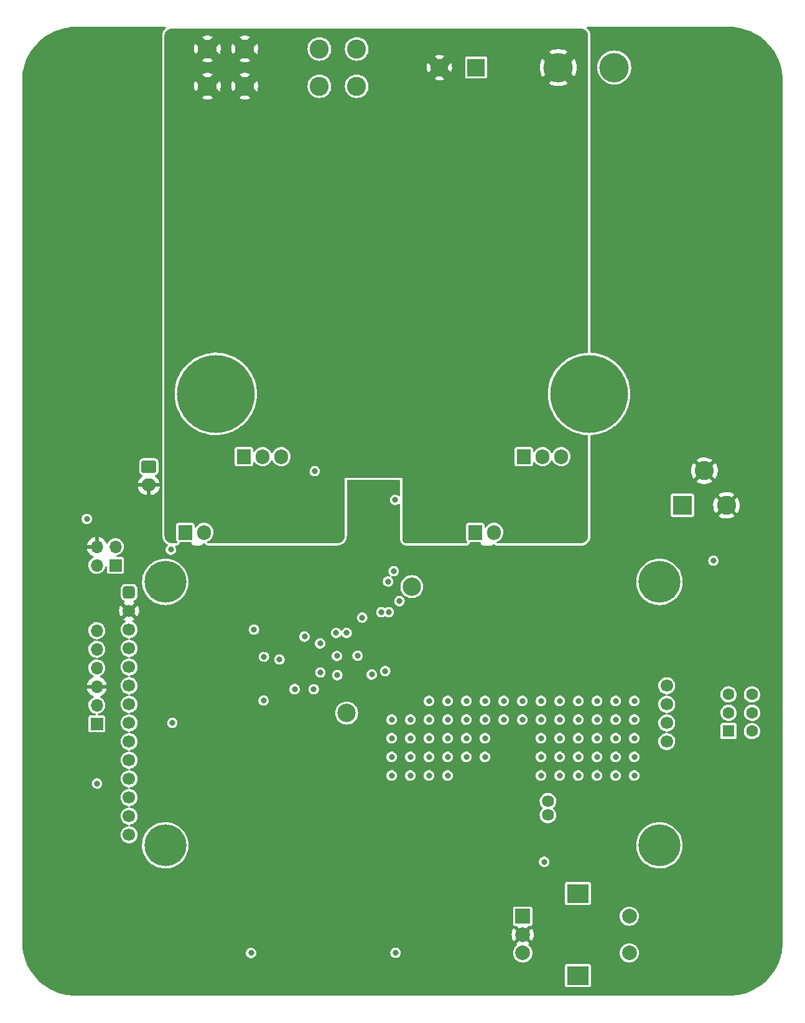
<source format=gbr>
%TF.GenerationSoftware,KiCad,Pcbnew,(6.0.4-0)*%
%TF.CreationDate,2022-04-10T17:45:33-05:00*%
%TF.ProjectId,Ampeater,416d7065-6174-4657-922e-6b696361645f,rev?*%
%TF.SameCoordinates,Original*%
%TF.FileFunction,Copper,L2,Inr*%
%TF.FilePolarity,Positive*%
%FSLAX46Y46*%
G04 Gerber Fmt 4.6, Leading zero omitted, Abs format (unit mm)*
G04 Created by KiCad (PCBNEW (6.0.4-0)) date 2022-04-10 17:45:33*
%MOMM*%
%LPD*%
G01*
G04 APERTURE LIST*
G04 Aperture macros list*
%AMRoundRect*
0 Rectangle with rounded corners*
0 $1 Rounding radius*
0 $2 $3 $4 $5 $6 $7 $8 $9 X,Y pos of 4 corners*
0 Add a 4 corners polygon primitive as box body*
4,1,4,$2,$3,$4,$5,$6,$7,$8,$9,$2,$3,0*
0 Add four circle primitives for the rounded corners*
1,1,$1+$1,$2,$3*
1,1,$1+$1,$4,$5*
1,1,$1+$1,$6,$7*
1,1,$1+$1,$8,$9*
0 Add four rect primitives between the rounded corners*
20,1,$1+$1,$2,$3,$4,$5,0*
20,1,$1+$1,$4,$5,$6,$7,0*
20,1,$1+$1,$6,$7,$8,$9,0*
20,1,$1+$1,$8,$9,$2,$3,0*%
G04 Aperture macros list end*
%TA.AperFunction,ComponentPad*%
%ADD10C,5.700000*%
%TD*%
%TA.AperFunction,ComponentPad*%
%ADD11RoundRect,0.425000X0.425000X-0.425000X0.425000X0.425000X-0.425000X0.425000X-0.425000X-0.425000X0*%
%TD*%
%TA.AperFunction,ComponentPad*%
%ADD12C,1.700000*%
%TD*%
%TA.AperFunction,ComponentPad*%
%ADD13RoundRect,0.250000X-0.750000X0.600000X-0.750000X-0.600000X0.750000X-0.600000X0.750000X0.600000X0*%
%TD*%
%TA.AperFunction,ComponentPad*%
%ADD14O,2.000000X1.700000*%
%TD*%
%TA.AperFunction,ComponentPad*%
%ADD15C,2.600000*%
%TD*%
%TA.AperFunction,ComponentPad*%
%ADD16R,2.400000X2.400000*%
%TD*%
%TA.AperFunction,ComponentPad*%
%ADD17C,2.400000*%
%TD*%
%TA.AperFunction,ComponentPad*%
%ADD18C,4.000000*%
%TD*%
%TA.AperFunction,ComponentPad*%
%ADD19R,1.905000X2.000000*%
%TD*%
%TA.AperFunction,ComponentPad*%
%ADD20O,1.905000X2.000000*%
%TD*%
%TA.AperFunction,ComponentPad*%
%ADD21C,6.400000*%
%TD*%
%TA.AperFunction,ComponentPad*%
%ADD22C,10.600000*%
%TD*%
%TA.AperFunction,ComponentPad*%
%ADD23R,2.600000X2.600000*%
%TD*%
%TA.AperFunction,ComponentPad*%
%ADD24C,1.600000*%
%TD*%
%TA.AperFunction,ComponentPad*%
%ADD25R,1.600000X1.600000*%
%TD*%
%TA.AperFunction,ComponentPad*%
%ADD26O,1.700000X1.700000*%
%TD*%
%TA.AperFunction,ComponentPad*%
%ADD27R,1.700000X1.700000*%
%TD*%
%TA.AperFunction,ComponentPad*%
%ADD28C,2.500000*%
%TD*%
%TA.AperFunction,ComponentPad*%
%ADD29R,2.000000X2.000000*%
%TD*%
%TA.AperFunction,ComponentPad*%
%ADD30C,2.000000*%
%TD*%
%TA.AperFunction,ComponentPad*%
%ADD31R,3.000000X2.500000*%
%TD*%
%TA.AperFunction,ViaPad*%
%ADD32C,0.800000*%
%TD*%
%TA.AperFunction,ViaPad*%
%ADD33C,1.625600*%
%TD*%
%TA.AperFunction,ViaPad*%
%ADD34C,1.200000*%
%TD*%
G04 APERTURE END LIST*
D10*
%TO.N,*%
%TO.C,DS301*%
X92931991Y-98265000D03*
X160191991Y-134145000D03*
X92931991Y-134145000D03*
X160191991Y-98265000D03*
D11*
%TO.N,+3V3*%
X88011991Y-99695000D03*
D12*
%TO.N,GND*%
X88011991Y-102235000D03*
%TO.N,/MCU & Interface/MCU_TX{slash}SPI_CS_LCD*%
X88011991Y-104775000D03*
%TO.N,/MCU & Interface/SPI_~{RESET}_LCD*%
X88011991Y-107315000D03*
%TO.N,/MCU & Interface/MCU_RX{slash}SPI_DC_LCD*%
X88011991Y-109855000D03*
%TO.N,/MCU & Interface/SPI_MOSI*%
X88011991Y-112395000D03*
%TO.N,/MCU & Interface/SPI_SCK*%
X88011991Y-114935000D03*
%TO.N,Net-(DS301-Pad8)*%
X88011991Y-117475000D03*
%TO.N,/MCU & Interface/SPI_MISO*%
X88011991Y-120015000D03*
%TO.N,unconnected-(DS301-Pad10)*%
X88011991Y-122555000D03*
%TO.N,unconnected-(DS301-Pad11)*%
X88011991Y-125095000D03*
%TO.N,unconnected-(DS301-Pad12)*%
X88011991Y-127635000D03*
%TO.N,unconnected-(DS301-Pad13)*%
X88011991Y-130175000D03*
%TO.N,unconnected-(DS301-Pad14)*%
X88011991Y-132715000D03*
%TO.N,unconnected-(DS301-Pad15)*%
X161191991Y-112395000D03*
%TO.N,unconnected-(DS301-Pad16)*%
X161191991Y-114935000D03*
%TO.N,unconnected-(DS301-Pad17)*%
X161191991Y-117475000D03*
%TO.N,unconnected-(DS301-Pad18)*%
X161191991Y-120015000D03*
%TD*%
D13*
%TO.N,Net-(JP201-Pad1)*%
%TO.C,M201*%
X90695000Y-82570000D03*
D14*
%TO.N,GND*%
X90695000Y-85070000D03*
%TD*%
D15*
%TO.N,/CC_Load_Controller/I_LOAD+*%
%TO.C,J103*%
X118999000Y-30734000D03*
X113919000Y-30734000D03*
X118999000Y-25654000D03*
X113919000Y-25654000D03*
%TD*%
%TO.N,/CC_Load_Controller/I_LOAD-*%
%TO.C,J105*%
X98679000Y-30734000D03*
X103759000Y-25654000D03*
X98679000Y-25654000D03*
X103759000Y-30734000D03*
%TD*%
D16*
%TO.N,/CC_Load_Controller/I_LOAD+*%
%TO.C,J104*%
X135255000Y-28194000D03*
D17*
%TO.N,/CC_Load_Controller/I_LOAD-*%
X130255000Y-28194000D03*
%TD*%
D18*
%TO.N,/CC_Load_Controller/I_LOAD-*%
%TO.C,J106*%
X146431000Y-28194000D03*
%TD*%
D19*
%TO.N,/CC_Load_Controller/RANGE_SW_SHARED*%
%TO.C,Q201*%
X95681800Y-91521407D03*
D20*
%TO.N,/CC_Load_Controller/Vsense_FET_A*%
X98221800Y-91521407D03*
%TO.N,/CC_Load_Controller/I_LOAD-*%
X100761800Y-91521407D03*
%TD*%
D21*
%TO.N,GND*%
%TO.C,H104*%
X169672000Y-29972000D03*
%TD*%
D22*
%TO.N,/CC_Load_Controller/I_LOAD+*%
%TO.C,HS201*%
X99822000Y-72644000D03*
X150622000Y-72644000D03*
%TD*%
D19*
%TO.N,Net-(Q204-Pad1)*%
%TO.C,Q204*%
X141732000Y-81203800D03*
D20*
%TO.N,/CC_Load_Controller/I_LOAD+*%
X144272000Y-81203800D03*
%TO.N,/CC_Load_Controller/Vsense_B*%
X146812000Y-81203800D03*
%TD*%
D23*
%TO.N,Net-(J101-Pad1)*%
%TO.C,J101*%
X163322000Y-87821211D03*
D15*
%TO.N,GND*%
X169322000Y-87821211D03*
X166322000Y-83121211D03*
%TD*%
D19*
%TO.N,/CC_Load_Controller/RANGE_SW_SHARED*%
%TO.C,Q203*%
X135128000Y-91521407D03*
D20*
%TO.N,/CC_Load_Controller/Vsense_FET_B*%
X137668000Y-91521414D03*
%TO.N,/CC_Load_Controller/I_LOAD-*%
X140208000Y-91521407D03*
%TD*%
D18*
%TO.N,/CC_Load_Controller/I_LOAD+*%
%TO.C,J102*%
X154051000Y-28194000D03*
%TD*%
D24*
%TO.N,+12V*%
%TO.C,SW101*%
X169596000Y-113587500D03*
X172796000Y-113587500D03*
%TO.N,Net-(J101-Pad1)*%
X169596000Y-116087500D03*
X172796000Y-116087500D03*
%TO.N,unconnected-(SW101-Pad1)*%
X172796000Y-118587500D03*
D25*
X169596000Y-118587500D03*
%TD*%
D26*
%TO.N,unconnected-(J302-Pad6)*%
%TO.C,J302*%
X83623000Y-104902000D03*
%TO.N,/MCU & Interface/MCU_NRST*%
X83623000Y-107442000D03*
%TO.N,/MCU & Interface/MCU_SWCLK*%
X83623000Y-109982000D03*
%TO.N,GND*%
X83623000Y-112522000D03*
%TO.N,/MCU & Interface/MCU_SWDIO*%
X83623000Y-115062000D03*
D27*
%TO.N,Net-(D302-Pad2)*%
X83623000Y-117602000D03*
%TD*%
D28*
%TO.N,Net-(R306-Pad1)*%
%TO.C,TP301*%
X117627400Y-116128800D03*
%TD*%
D21*
%TO.N,GND*%
%TO.C,H103*%
X169672000Y-147320000D03*
%TD*%
D28*
%TO.N,/CC_Load_Controller/Vset*%
%TO.C,TP302*%
X126492000Y-98907600D03*
%TD*%
D29*
%TO.N,Net-(R307-Pad2)*%
%TO.C,SW304*%
X141594000Y-143804000D03*
D30*
%TO.N,Net-(R308-Pad1)*%
X141594000Y-148804000D03*
%TO.N,GND*%
X141594000Y-146304000D03*
D31*
%TO.N,N/C*%
X149094000Y-140704000D03*
X149094000Y-151904000D03*
D30*
%TO.N,Net-(R305-Pad1)*%
X156094000Y-143804000D03*
%TO.N,+3V3*%
X156094000Y-148804000D03*
%TD*%
D19*
%TO.N,Net-(Q202-Pad1)*%
%TO.C,Q202*%
X103632000Y-81203800D03*
D20*
%TO.N,/CC_Load_Controller/I_LOAD+*%
X106172000Y-81203800D03*
%TO.N,/CC_Load_Controller/Vsense_A*%
X108712000Y-81203800D03*
%TD*%
D21*
%TO.N,GND*%
%TO.C,H102*%
X80772000Y-147320000D03*
%TD*%
%TO.N,GND*%
%TO.C,H101*%
X80772000Y-29972000D03*
%TD*%
D27*
%TO.N,/MCU & Interface/MCU_TX{slash}SPI_CS_LCD*%
%TO.C,J301*%
X86168000Y-96017000D03*
D26*
%TO.N,/MCU & Interface/MCU_RX{slash}SPI_DC_LCD*%
X83628000Y-96017000D03*
%TO.N,Net-(D301-Pad2)*%
X86168000Y-93477000D03*
%TO.N,GND*%
X83628000Y-93477000D03*
%TD*%
D32*
%TO.N,+12V*%
X93700600Y-93878400D03*
%TO.N,/MCU & Interface/MCU_NRST*%
X116365743Y-110957199D03*
%TO.N,+3V3*%
X82270600Y-89687400D03*
X83642200Y-125730000D03*
%TO.N,/MCU & Interface/MCU_SWCLK*%
X113151726Y-112884500D03*
%TO.N,/MCU & Interface/MCU_SWDIO*%
X110540800Y-112870220D03*
D33*
%TO.N,+12V*%
X145008600Y-128143000D03*
D32*
X124232980Y-87096600D03*
D33*
X145008600Y-130022600D03*
D32*
X167538400Y-95377000D03*
%TO.N,GND*%
X117957600Y-97078800D03*
X113284000Y-109220000D03*
X100177600Y-94234000D03*
X122783600Y-112420400D03*
X138023600Y-126390400D03*
X124358400Y-91948000D03*
X113919000Y-115417600D03*
X124866400Y-110845600D03*
X127000000Y-110896400D03*
X109982000Y-104292400D03*
X140716000Y-137414000D03*
X103047800Y-104394000D03*
X135534400Y-127406400D03*
X108458000Y-107442000D03*
X120091200Y-87071200D03*
X107594400Y-106426000D03*
X120091200Y-85191600D03*
X113385600Y-128879600D03*
X119786400Y-90881200D03*
X105308400Y-136093200D03*
X106476800Y-105460800D03*
X139649200Y-94234000D03*
X127457200Y-105816400D03*
X127000000Y-109778800D03*
X115417600Y-93929200D03*
X139293600Y-128219200D03*
X138150600Y-133273800D03*
X106375200Y-109531700D03*
X120192800Y-100990400D03*
X138176000Y-137490200D03*
X108458000Y-113436400D03*
X124460000Y-104902000D03*
X133553200Y-127406400D03*
X117043200Y-97078800D03*
X114706400Y-105003600D03*
X120040400Y-94589600D03*
X138125200Y-130835400D03*
X115925600Y-102057200D03*
X136702800Y-128219200D03*
X109423200Y-93827600D03*
X121056400Y-112420400D03*
X138004200Y-130042000D03*
X106426000Y-107442000D03*
X115925600Y-101396800D03*
X120040400Y-92710000D03*
%TO.N,+3V3*%
X128828800Y-114477800D03*
X131368800Y-114477800D03*
X154228800Y-124637800D03*
X146608800Y-119557800D03*
X121044000Y-110883400D03*
X93903800Y-117475000D03*
X151688800Y-117017800D03*
X104622600Y-148818600D03*
X138988800Y-117017800D03*
X131368800Y-122097800D03*
X136448800Y-119557800D03*
X123748800Y-122097800D03*
X149148800Y-117017800D03*
X126288800Y-122097800D03*
X144068800Y-124637800D03*
X123748800Y-117017800D03*
X149148800Y-114477800D03*
X144068800Y-117017800D03*
X122879973Y-110412220D03*
X151688800Y-124637800D03*
X106375200Y-108458000D03*
X154228800Y-119557800D03*
X156768800Y-124637800D03*
X108483400Y-108839000D03*
X128828800Y-117017800D03*
X149148800Y-124637800D03*
X156768800Y-119557800D03*
X151688800Y-119557800D03*
X138988800Y-114477800D03*
X144068800Y-114477800D03*
X131368800Y-117017800D03*
X154228800Y-117017800D03*
X146608800Y-124637800D03*
X146608800Y-114477800D03*
X119735600Y-103124000D03*
X144068800Y-122097800D03*
X156768800Y-114477800D03*
X136448800Y-122097800D03*
X133908800Y-122097800D03*
X151688800Y-114477800D03*
X141528800Y-114477800D03*
X123748800Y-124637800D03*
X131368800Y-119557800D03*
X128828800Y-124637800D03*
X141528800Y-117017800D03*
X156768800Y-122097800D03*
X151688800Y-122097800D03*
X149148800Y-122097800D03*
X126288800Y-117017800D03*
X156768800Y-117017800D03*
X133908800Y-117017800D03*
X124282200Y-148793200D03*
X149148800Y-119557800D03*
X128828800Y-119557800D03*
X126288800Y-119557800D03*
X124815600Y-100888800D03*
X136448800Y-117017800D03*
X146608800Y-122097800D03*
X123748800Y-119557800D03*
X146608800Y-117017800D03*
X154228800Y-122097800D03*
X128828800Y-122097800D03*
X144068800Y-119557800D03*
X126288800Y-124637800D03*
X136448800Y-114477800D03*
X133908800Y-114477800D03*
X133908800Y-119557800D03*
X131368800Y-124637800D03*
X154228800Y-114477800D03*
%TO.N,Net-(C309-Pad1)*%
X123250955Y-98211645D03*
%TO.N,/MCU & Interface/MCU_TX{slash}SPI_CS_LCD*%
X116306600Y-108356400D03*
%TO.N,/MCU & Interface/SPI_~{RESET}_LCD*%
X114043284Y-110588884D03*
%TO.N,/MCU & Interface/MCU_RX{slash}SPI_DC_LCD*%
X119118781Y-108302700D03*
%TO.N,/MCU & Interface/SPI_MOSI*%
X123367800Y-102387400D03*
X114013700Y-106647700D03*
%TO.N,/MCU & Interface/SPI_SCK*%
X122365097Y-102387400D03*
X111894700Y-105707100D03*
D34*
%TO.N,/CC_Load_Controller/I_LOAD-*%
X101955600Y-90449400D03*
X101955600Y-88925400D03*
X100431600Y-90449400D03*
X100431600Y-88925400D03*
X142925800Y-90449400D03*
X141401800Y-90449400D03*
X139877800Y-90449400D03*
X142925800Y-88925400D03*
X103479600Y-88925400D03*
X142925800Y-91973400D03*
X103479600Y-91973400D03*
X103479600Y-90449400D03*
X141401800Y-91973400D03*
X101955600Y-91973400D03*
X141401800Y-88925400D03*
X139877800Y-88925400D03*
D32*
%TO.N,/CC_Load_Controller/RANGE_SW_SHARED*%
X116205000Y-105216740D03*
X105019016Y-104765016D03*
%TO.N,Net-(Q202-Pad1)*%
X113284000Y-83185000D03*
%TO.N,Net-(R301-Pad2)*%
X106324400Y-114427000D03*
%TO.N,Net-(R308-Pad1)*%
X144500600Y-136398000D03*
%TO.N,/MCU & Interface/SPI_CS_DAC*%
X124028200Y-96799400D03*
X117627400Y-105216740D03*
%TD*%
%TA.AperFunction,Conductor*%
%TO.N,GND*%
G36*
X92971020Y-22677302D02*
G01*
X93017513Y-22730958D01*
X93027617Y-22801232D01*
X92998123Y-22865812D01*
X92982833Y-22880699D01*
X92947320Y-22909844D01*
X92924758Y-22930293D01*
X92907293Y-22947758D01*
X92886844Y-22970320D01*
X92776236Y-23105095D01*
X92758095Y-23129555D01*
X92744372Y-23150093D01*
X92728717Y-23176210D01*
X92646527Y-23329975D01*
X92633510Y-23357498D01*
X92624060Y-23380311D01*
X92613798Y-23408989D01*
X92613353Y-23410455D01*
X92613347Y-23410474D01*
X92569708Y-23554334D01*
X92563185Y-23575838D01*
X92555785Y-23605384D01*
X92550967Y-23629609D01*
X92546500Y-23659723D01*
X92528801Y-23839422D01*
X92527681Y-23854604D01*
X92527074Y-23866954D01*
X92526700Y-23882187D01*
X92526700Y-91957421D01*
X92527073Y-91972635D01*
X92527679Y-91984980D01*
X92528799Y-92000167D01*
X92546483Y-92179795D01*
X92550948Y-92209910D01*
X92555763Y-92234125D01*
X92563155Y-92263646D01*
X92613721Y-92430418D01*
X92616142Y-92437189D01*
X92623442Y-92457602D01*
X92623450Y-92457623D01*
X92623969Y-92459074D01*
X92624560Y-92460501D01*
X92624564Y-92460512D01*
X92632820Y-92480455D01*
X92632829Y-92480475D01*
X92633413Y-92481886D01*
X92634071Y-92483277D01*
X92634075Y-92483287D01*
X92645761Y-92508007D01*
X92646424Y-92509409D01*
X92647157Y-92510781D01*
X92647161Y-92510789D01*
X92711146Y-92630557D01*
X92711149Y-92630565D01*
X92728542Y-92663123D01*
X92729327Y-92664433D01*
X92729329Y-92664437D01*
X92738225Y-92679287D01*
X92744184Y-92689235D01*
X92757891Y-92709761D01*
X92758802Y-92710991D01*
X92758809Y-92711000D01*
X92769898Y-92725960D01*
X92776018Y-92734217D01*
X92776989Y-92735401D01*
X92776993Y-92735406D01*
X92879201Y-92860023D01*
X92886542Y-92868974D01*
X92892862Y-92875951D01*
X92905942Y-92890393D01*
X92905953Y-92890404D01*
X92906976Y-92891534D01*
X92924421Y-92908991D01*
X92946967Y-92929440D01*
X93064645Y-93026092D01*
X93065014Y-93026395D01*
X93065016Y-93026397D01*
X93080431Y-93039059D01*
X93080445Y-93039070D01*
X93081637Y-93040049D01*
X93082881Y-93040973D01*
X93082883Y-93040974D01*
X93104873Y-93057298D01*
X93104885Y-93057307D01*
X93106082Y-93058195D01*
X93107329Y-93059029D01*
X93125329Y-93071068D01*
X93125340Y-93071075D01*
X93126602Y-93071919D01*
X93127918Y-93072709D01*
X93127925Y-93072713D01*
X93136101Y-93077618D01*
X93152703Y-93087579D01*
X93228261Y-93128012D01*
X93278884Y-93177787D01*
X93294561Y-93247031D01*
X93270314Y-93313759D01*
X93251640Y-93334054D01*
X93172610Y-93402996D01*
X93074452Y-93542662D01*
X93071693Y-93549737D01*
X93071692Y-93549740D01*
X93023588Y-93673121D01*
X93012441Y-93701711D01*
X92990159Y-93870960D01*
X92998162Y-93943448D01*
X93002046Y-93978626D01*
X93008892Y-94040639D01*
X93011501Y-94047770D01*
X93011502Y-94047772D01*
X93019395Y-94069339D01*
X93067558Y-94200951D01*
X93162770Y-94342642D01*
X93168382Y-94347749D01*
X93168385Y-94347752D01*
X93283411Y-94452418D01*
X93283415Y-94452421D01*
X93289032Y-94457532D01*
X93295709Y-94461157D01*
X93295710Y-94461158D01*
X93318600Y-94473586D01*
X93439055Y-94538988D01*
X93604177Y-94582307D01*
X93691192Y-94583674D01*
X93767266Y-94584869D01*
X93767269Y-94584869D01*
X93774865Y-94584988D01*
X93782269Y-94583292D01*
X93782271Y-94583292D01*
X93844592Y-94569019D01*
X93941267Y-94546877D01*
X94093774Y-94470174D01*
X94099545Y-94465245D01*
X94099548Y-94465243D01*
X94217810Y-94364237D01*
X94217811Y-94364236D01*
X94223582Y-94359307D01*
X94323198Y-94220676D01*
X94328593Y-94207255D01*
X94384036Y-94069339D01*
X94384037Y-94069337D01*
X94386871Y-94062286D01*
X94410924Y-93893279D01*
X94411080Y-93878400D01*
X94394932Y-93744966D01*
X94391484Y-93716470D01*
X94391484Y-93716469D01*
X94390571Y-93708927D01*
X94330230Y-93549237D01*
X94325712Y-93542662D01*
X94287904Y-93487653D01*
X94265803Y-93420184D01*
X94283688Y-93351477D01*
X94335879Y-93303346D01*
X94391829Y-93290285D01*
X94451069Y-93290326D01*
X94451662Y-93290326D01*
X94462983Y-93290127D01*
X94466337Y-93290007D01*
X94467091Y-93289980D01*
X94467093Y-93289980D01*
X94472169Y-93289798D01*
X94569756Y-93270338D01*
X94636255Y-93245469D01*
X94639090Y-93244069D01*
X94639097Y-93244066D01*
X94662465Y-93232526D01*
X94692254Y-93217816D01*
X94776135Y-93140564D01*
X94804128Y-93103101D01*
X94816732Y-93086233D01*
X94816736Y-93086228D01*
X94818631Y-93083691D01*
X94820260Y-93080978D01*
X94820266Y-93080970D01*
X94843114Y-93042932D01*
X94850786Y-93030159D01*
X94861771Y-92988074D01*
X94879310Y-92920884D01*
X94915869Y-92860023D01*
X94979527Y-92828589D01*
X95001225Y-92826707D01*
X96361033Y-92826707D01*
X96429154Y-92846709D01*
X96475647Y-92900365D01*
X96485763Y-92934860D01*
X96488207Y-92951943D01*
X96503228Y-93012561D01*
X96560730Y-93111037D01*
X96607186Y-93164725D01*
X96609497Y-93166907D01*
X96609498Y-93166908D01*
X96643469Y-93198982D01*
X96652594Y-93207598D01*
X96754207Y-93259354D01*
X96822313Y-93279403D01*
X96850308Y-93283448D01*
X96905266Y-93291389D01*
X96905270Y-93291389D01*
X96909725Y-93292033D01*
X97099654Y-93292165D01*
X97707796Y-93292588D01*
X97707804Y-93292588D01*
X97711290Y-93292590D01*
X97714755Y-93292206D01*
X97714762Y-93292206D01*
X97753137Y-93287957D01*
X97779593Y-93285028D01*
X97833709Y-93272857D01*
X97848102Y-93268559D01*
X97867023Y-93262909D01*
X97867024Y-93262908D01*
X97874691Y-93260619D01*
X97881537Y-93256478D01*
X97881540Y-93256477D01*
X97942498Y-93219607D01*
X97972266Y-93201602D01*
X97979558Y-93195093D01*
X98022860Y-93156437D01*
X98022862Y-93156435D01*
X98025229Y-93154322D01*
X98067392Y-93108260D01*
X98110514Y-93020265D01*
X98158451Y-92967897D01*
X98227091Y-92949759D01*
X98294642Y-92971610D01*
X98330133Y-93015587D01*
X98333138Y-93013832D01*
X98390640Y-93112308D01*
X98437096Y-93165996D01*
X98439407Y-93168178D01*
X98439408Y-93168179D01*
X98473398Y-93200271D01*
X98482504Y-93208869D01*
X98584117Y-93260625D01*
X98652223Y-93280674D01*
X98657262Y-93281402D01*
X98735177Y-93292660D01*
X98735181Y-93292660D01*
X98739636Y-93293304D01*
X116324875Y-93305516D01*
X116325655Y-93305497D01*
X116325685Y-93305497D01*
X116339392Y-93305169D01*
X116339424Y-93305168D01*
X116340127Y-93305151D01*
X116352473Y-93304552D01*
X116353234Y-93304496D01*
X116353257Y-93304495D01*
X116363574Y-93303741D01*
X116367650Y-93303443D01*
X116477270Y-93292718D01*
X116545912Y-93286003D01*
X116545921Y-93286002D01*
X116547443Y-93285853D01*
X116548937Y-93285632D01*
X116548956Y-93285630D01*
X116576049Y-93281628D01*
X116576050Y-93281628D01*
X116577579Y-93281402D01*
X116579091Y-93281102D01*
X116579098Y-93281101D01*
X116598857Y-93277183D01*
X116601818Y-93276596D01*
X116603316Y-93276222D01*
X116603328Y-93276219D01*
X116629873Y-93269586D01*
X116629889Y-93269581D01*
X116631376Y-93269210D01*
X116632838Y-93268768D01*
X116632854Y-93268763D01*
X116760851Y-93230014D01*
X116798320Y-93218671D01*
X116827003Y-93208426D01*
X116829006Y-93207598D01*
X116836435Y-93204525D01*
X116849838Y-93198982D01*
X116852495Y-93197727D01*
X116876011Y-93186620D01*
X116876032Y-93186609D01*
X116877390Y-93185968D01*
X116878717Y-93185260D01*
X116878726Y-93185255D01*
X117029920Y-93104533D01*
X117031265Y-93103815D01*
X117040421Y-93098333D01*
X117056106Y-93088942D01*
X117056119Y-93088934D01*
X117057408Y-93088162D01*
X117077960Y-93074442D01*
X117079215Y-93073512D01*
X117079225Y-93073505D01*
X117101200Y-93057221D01*
X117101202Y-93057219D01*
X117102432Y-93056308D01*
X117103602Y-93055349D01*
X117103613Y-93055340D01*
X117192576Y-92982388D01*
X117237309Y-92945706D01*
X117259891Y-92925254D01*
X117277371Y-92907786D01*
X117297836Y-92885220D01*
X117305490Y-92875900D01*
X117407545Y-92751622D01*
X117407546Y-92751620D01*
X117408532Y-92750420D01*
X117409446Y-92749188D01*
X117409458Y-92749173D01*
X117423889Y-92729726D01*
X117426684Y-92725960D01*
X117430855Y-92719721D01*
X117439556Y-92706708D01*
X117439565Y-92706695D01*
X117440418Y-92705418D01*
X117441210Y-92704097D01*
X117441221Y-92704080D01*
X117455298Y-92680606D01*
X117456089Y-92679287D01*
X117464031Y-92664437D01*
X117537620Y-92526834D01*
X117537628Y-92526817D01*
X117538350Y-92525468D01*
X117546613Y-92508007D01*
X117550714Y-92499340D01*
X117550717Y-92499333D01*
X117551381Y-92497930D01*
X117560838Y-92475110D01*
X117563390Y-92467983D01*
X117570585Y-92447883D01*
X117571106Y-92446428D01*
X117601821Y-92345222D01*
X117621322Y-92280967D01*
X117621324Y-92280960D01*
X117621764Y-92279510D01*
X117629169Y-92249959D01*
X117633991Y-92225728D01*
X117638463Y-92195593D01*
X117656178Y-92015811D01*
X117657300Y-92000608D01*
X117657907Y-91988252D01*
X117657969Y-91985761D01*
X117658263Y-91973761D01*
X117658263Y-91973760D01*
X117658281Y-91973028D01*
X117658297Y-85093091D01*
X117658299Y-84510300D01*
X117678301Y-84442179D01*
X117731957Y-84395686D01*
X117784299Y-84384300D01*
X121284999Y-84384302D01*
X124785699Y-84384303D01*
X124853820Y-84404305D01*
X124900313Y-84457961D01*
X124911699Y-84510301D01*
X124911696Y-85329865D01*
X124911693Y-86475613D01*
X124891691Y-86543734D01*
X124838035Y-86590227D01*
X124767761Y-86600330D01*
X124701874Y-86569689D01*
X124644132Y-86518243D01*
X124638461Y-86513190D01*
X124630503Y-86508976D01*
X124494302Y-86436862D01*
X124494301Y-86436861D01*
X124487593Y-86433310D01*
X124322027Y-86391722D01*
X124314429Y-86391682D01*
X124314427Y-86391682D01*
X124240638Y-86391296D01*
X124151319Y-86390829D01*
X124143940Y-86392601D01*
X124143936Y-86392601D01*
X123992706Y-86428908D01*
X123992702Y-86428909D01*
X123985327Y-86430680D01*
X123833631Y-86508976D01*
X123704990Y-86621196D01*
X123606832Y-86760862D01*
X123604073Y-86767937D01*
X123604072Y-86767940D01*
X123553625Y-86897331D01*
X123544821Y-86919911D01*
X123543829Y-86927444D01*
X123543829Y-86927445D01*
X123528351Y-87045017D01*
X123522539Y-87089160D01*
X123523373Y-87096710D01*
X123540346Y-87250450D01*
X123541272Y-87258839D01*
X123543881Y-87265970D01*
X123543882Y-87265972D01*
X123556076Y-87299292D01*
X123599938Y-87419151D01*
X123695150Y-87560842D01*
X123700762Y-87565949D01*
X123700765Y-87565952D01*
X123815791Y-87670618D01*
X123815795Y-87670621D01*
X123821412Y-87675732D01*
X123828089Y-87679357D01*
X123828090Y-87679358D01*
X123850980Y-87691786D01*
X123971435Y-87757188D01*
X124136557Y-87800507D01*
X124223572Y-87801874D01*
X124299646Y-87803069D01*
X124299649Y-87803069D01*
X124307245Y-87803188D01*
X124314649Y-87801492D01*
X124314651Y-87801492D01*
X124415379Y-87778422D01*
X124473647Y-87765077D01*
X124626154Y-87688374D01*
X124703860Y-87622007D01*
X124768649Y-87592976D01*
X124838849Y-87603581D01*
X124892171Y-87650455D01*
X124911690Y-87717817D01*
X124911677Y-92391206D01*
X124911676Y-92484350D01*
X124912339Y-92504629D01*
X124913415Y-92521061D01*
X124915402Y-92541251D01*
X124915538Y-92542283D01*
X124915539Y-92542294D01*
X124916354Y-92548486D01*
X124929471Y-92648212D01*
X124929874Y-92650240D01*
X124936358Y-92682867D01*
X124937374Y-92687981D01*
X124945870Y-92719721D01*
X124958897Y-92758135D01*
X124959683Y-92760035D01*
X124959687Y-92760045D01*
X124991869Y-92837814D01*
X124996970Y-92850140D01*
X125014892Y-92886520D01*
X125017126Y-92890393D01*
X125028070Y-92909368D01*
X125031304Y-92914976D01*
X125039211Y-92926823D01*
X125052467Y-92946683D01*
X125053815Y-92948703D01*
X125113410Y-93026462D01*
X125114371Y-93027716D01*
X125115705Y-93029239D01*
X125115718Y-93029255D01*
X125131885Y-93047713D01*
X125141099Y-93058233D01*
X125164321Y-93081487D01*
X125171921Y-93088162D01*
X125193240Y-93106887D01*
X125193249Y-93106894D01*
X125194789Y-93108247D01*
X125273727Y-93168920D01*
X125307426Y-93191480D01*
X125309195Y-93192504D01*
X125309199Y-93192506D01*
X125314393Y-93195511D01*
X125335873Y-93207939D01*
X125372230Y-93225912D01*
X125374124Y-93226699D01*
X125374131Y-93226702D01*
X125411289Y-93242138D01*
X125464170Y-93264106D01*
X125502555Y-93277183D01*
X125513191Y-93280046D01*
X125532292Y-93285188D01*
X125532300Y-93285190D01*
X125534288Y-93285725D01*
X125574052Y-93293685D01*
X125680990Y-93307902D01*
X125682027Y-93308005D01*
X125682040Y-93308007D01*
X125692214Y-93309022D01*
X125701173Y-93309916D01*
X125702187Y-93309984D01*
X125702189Y-93309984D01*
X125716585Y-93310947D01*
X125716591Y-93310947D01*
X125717603Y-93311015D01*
X125732833Y-93311535D01*
X125736883Y-93311673D01*
X125736890Y-93311673D01*
X125737883Y-93311707D01*
X126237720Y-93312400D01*
X126237935Y-93312400D01*
X133929978Y-93317742D01*
X133929991Y-93317742D01*
X133932020Y-93317743D01*
X133934059Y-93317613D01*
X133934064Y-93317613D01*
X133954445Y-93316315D01*
X133971800Y-93315210D01*
X134003841Y-93311091D01*
X134004545Y-93310985D01*
X134004556Y-93310983D01*
X134007231Y-93310578D01*
X134017509Y-93309024D01*
X134124346Y-93269150D01*
X134185167Y-93232526D01*
X134187711Y-93230621D01*
X134227937Y-93200496D01*
X134227939Y-93200494D01*
X134235151Y-93195093D01*
X134285348Y-93128011D01*
X134299983Y-93108453D01*
X134299984Y-93108451D01*
X134303472Y-93103790D01*
X134334838Y-93040098D01*
X134356651Y-92981579D01*
X134359349Y-92943744D01*
X134384146Y-92877219D01*
X134440973Y-92834661D01*
X134485030Y-92826707D01*
X135768363Y-92826707D01*
X135836484Y-92846709D01*
X135882977Y-92900365D01*
X135893092Y-92934860D01*
X135899452Y-92979312D01*
X135914473Y-93039930D01*
X135971975Y-93138406D01*
X136018431Y-93192094D01*
X136020742Y-93194276D01*
X136020743Y-93194277D01*
X136046026Y-93218148D01*
X136063838Y-93234966D01*
X136071865Y-93239055D01*
X136071867Y-93239056D01*
X136106070Y-93256477D01*
X136165451Y-93286723D01*
X136205788Y-93298597D01*
X136229231Y-93305499D01*
X136229234Y-93305500D01*
X136233556Y-93306772D01*
X136238011Y-93307416D01*
X136238017Y-93307417D01*
X136316511Y-93318758D01*
X136316515Y-93318758D01*
X136320970Y-93319402D01*
X137221727Y-93320027D01*
X137303416Y-93309140D01*
X137307471Y-93308037D01*
X137307474Y-93308036D01*
X137364236Y-93292590D01*
X137367426Y-93291722D01*
X137370110Y-93290721D01*
X137370117Y-93290719D01*
X137393012Y-93282182D01*
X137420389Y-93271974D01*
X137454392Y-93247031D01*
X137507638Y-93207973D01*
X137507640Y-93207971D01*
X137512338Y-93204525D01*
X137518158Y-93198317D01*
X137558720Y-93155046D01*
X137560893Y-93152728D01*
X137562818Y-93150207D01*
X137564461Y-93148268D01*
X137623752Y-93109215D01*
X137694744Y-93108416D01*
X137755889Y-93147257D01*
X137795754Y-93193328D01*
X137798065Y-93195510D01*
X137798066Y-93195511D01*
X137830265Y-93225912D01*
X137841162Y-93236201D01*
X137942775Y-93287957D01*
X138010881Y-93308006D01*
X138038876Y-93312051D01*
X138093834Y-93319992D01*
X138093838Y-93319992D01*
X138098293Y-93320636D01*
X149471893Y-93328535D01*
X149472673Y-93328516D01*
X149472703Y-93328516D01*
X149486411Y-93328188D01*
X149486443Y-93328187D01*
X149487146Y-93328170D01*
X149499492Y-93327571D01*
X149500253Y-93327515D01*
X149500276Y-93327514D01*
X149510593Y-93326760D01*
X149514669Y-93326462D01*
X149632297Y-93314954D01*
X149692932Y-93309022D01*
X149692941Y-93309021D01*
X149694463Y-93308872D01*
X149695957Y-93308651D01*
X149695976Y-93308649D01*
X149723069Y-93304647D01*
X149723070Y-93304647D01*
X149724599Y-93304421D01*
X149726111Y-93304121D01*
X149726118Y-93304120D01*
X149736718Y-93302018D01*
X149748838Y-93299615D01*
X149750336Y-93299241D01*
X149750348Y-93299238D01*
X149776893Y-93292605D01*
X149776909Y-93292600D01*
X149778396Y-93292229D01*
X149779858Y-93291787D01*
X149779874Y-93291782D01*
X149943860Y-93242138D01*
X149945340Y-93241690D01*
X149946768Y-93241180D01*
X149946786Y-93241174D01*
X149972592Y-93231956D01*
X149972602Y-93231952D01*
X149974033Y-93231441D01*
X149996868Y-93221996D01*
X150024411Y-93208986D01*
X150178287Y-93126832D01*
X150179613Y-93126038D01*
X150179622Y-93126033D01*
X150203086Y-93111984D01*
X150203088Y-93111982D01*
X150204417Y-93111187D01*
X150215461Y-93103815D01*
X150223674Y-93098333D01*
X150223681Y-93098328D01*
X150224965Y-93097471D01*
X150226195Y-93096560D01*
X150226210Y-93096549D01*
X150247233Y-93080970D01*
X150249449Y-93079328D01*
X150250627Y-93078362D01*
X150250645Y-93078348D01*
X150383147Y-92969693D01*
X150383158Y-92969684D01*
X150384333Y-92968720D01*
X150385458Y-92967701D01*
X150385472Y-92967689D01*
X150405764Y-92949310D01*
X150405766Y-92949308D01*
X150406921Y-92948262D01*
X150424396Y-92930798D01*
X150426586Y-92928384D01*
X150443831Y-92909368D01*
X150444855Y-92908239D01*
X150462691Y-92886520D01*
X150554565Y-92774640D01*
X150554566Y-92774638D01*
X150555552Y-92773438D01*
X150556466Y-92772206D01*
X150556478Y-92772191D01*
X150565612Y-92759882D01*
X150573704Y-92748978D01*
X150587438Y-92728436D01*
X150588230Y-92727115D01*
X150588241Y-92727098D01*
X150602318Y-92703624D01*
X150603109Y-92702305D01*
X150603835Y-92700948D01*
X150684640Y-92549852D01*
X150684648Y-92549835D01*
X150685370Y-92548486D01*
X150698401Y-92520948D01*
X150707858Y-92498128D01*
X150708448Y-92496482D01*
X150717605Y-92470901D01*
X150718126Y-92469446D01*
X150763013Y-92321542D01*
X150768334Y-92304010D01*
X150768335Y-92304007D01*
X150768784Y-92302527D01*
X150769164Y-92301011D01*
X150775811Y-92274485D01*
X150775814Y-92274471D01*
X150776190Y-92272971D01*
X150781012Y-92248738D01*
X150785484Y-92218607D01*
X150803198Y-92038826D01*
X150804319Y-92023626D01*
X150804926Y-92011271D01*
X150805300Y-91996044D01*
X150805300Y-89166569D01*
X161716700Y-89166569D01*
X161717996Y-89177463D01*
X161718685Y-89183251D01*
X161719867Y-89193189D01*
X161746845Y-89253924D01*
X161758655Y-89280512D01*
X161766036Y-89297130D01*
X161806186Y-89337209D01*
X161838295Y-89369263D01*
X161838297Y-89369264D01*
X161846528Y-89377481D01*
X161950549Y-89423469D01*
X161976642Y-89426511D01*
X164667358Y-89426511D01*
X164678252Y-89425215D01*
X164684593Y-89424461D01*
X164684596Y-89424460D01*
X164693978Y-89423344D01*
X164797919Y-89377175D01*
X164837998Y-89337025D01*
X164870052Y-89304916D01*
X164870053Y-89304914D01*
X164878270Y-89296683D01*
X164891783Y-89266117D01*
X168241839Y-89266117D01*
X168250553Y-89277638D01*
X168357452Y-89356020D01*
X168365351Y-89360956D01*
X168594905Y-89481730D01*
X168603454Y-89485447D01*
X168848327Y-89570960D01*
X168857336Y-89573374D01*
X169112166Y-89621755D01*
X169121423Y-89622809D01*
X169380607Y-89632994D01*
X169389921Y-89632668D01*
X169647753Y-89604431D01*
X169656930Y-89602730D01*
X169907758Y-89536692D01*
X169916574Y-89533656D01*
X170154880Y-89431273D01*
X170163167Y-89426959D01*
X170383718Y-89290477D01*
X170391268Y-89284991D01*
X170396559Y-89280512D01*
X170404997Y-89267708D01*
X170398935Y-89257356D01*
X169334812Y-88193233D01*
X169320868Y-88185619D01*
X169319035Y-88185750D01*
X169312420Y-88190001D01*
X168248497Y-89253924D01*
X168241839Y-89266117D01*
X164891783Y-89266117D01*
X164924258Y-89192662D01*
X164927300Y-89166569D01*
X164927300Y-87778422D01*
X167509775Y-87778422D01*
X167522220Y-88037499D01*
X167523356Y-88046754D01*
X167573961Y-88301156D01*
X167576449Y-88310128D01*
X167664095Y-88554244D01*
X167667895Y-88562779D01*
X167790658Y-88791253D01*
X167795666Y-88799115D01*
X167865720Y-88892927D01*
X167876979Y-88901376D01*
X167889397Y-88894604D01*
X168949978Y-87834023D01*
X168956356Y-87822343D01*
X169686408Y-87822343D01*
X169686539Y-87824176D01*
X169690790Y-87830791D01*
X170758094Y-88898095D01*
X170770474Y-88904855D01*
X170778815Y-88898611D01*
X170912832Y-88690259D01*
X170917275Y-88682075D01*
X171023807Y-88445581D01*
X171026997Y-88436816D01*
X171097402Y-88187183D01*
X171099262Y-88178041D01*
X171132187Y-87919230D01*
X171132668Y-87912944D01*
X171134987Y-87824371D01*
X171134836Y-87818062D01*
X171115501Y-87557874D01*
X171114125Y-87548668D01*
X171056878Y-87295678D01*
X171054154Y-87286767D01*
X170960143Y-87045017D01*
X170956132Y-87036608D01*
X170827422Y-86811413D01*
X170822211Y-86803687D01*
X170778996Y-86748869D01*
X170767071Y-86740398D01*
X170755537Y-86746884D01*
X169694022Y-87808399D01*
X169686408Y-87822343D01*
X168956356Y-87822343D01*
X168957592Y-87820079D01*
X168957461Y-87818246D01*
X168953210Y-87811631D01*
X167887816Y-86746237D01*
X167874507Y-86738969D01*
X167864472Y-86746089D01*
X167848937Y-86764767D01*
X167843531Y-86772346D01*
X167708965Y-86994102D01*
X167704736Y-87002403D01*
X167604432Y-87241600D01*
X167601471Y-87250450D01*
X167537628Y-87501836D01*
X167536006Y-87511033D01*
X167510020Y-87769096D01*
X167509775Y-87778422D01*
X164927300Y-87778422D01*
X164927300Y-86475853D01*
X164926004Y-86464959D01*
X164925250Y-86458618D01*
X164925249Y-86458615D01*
X164924133Y-86449233D01*
X164890671Y-86373900D01*
X168239102Y-86373900D01*
X168243675Y-86383676D01*
X169309188Y-87449189D01*
X169323132Y-87456803D01*
X169324965Y-87456672D01*
X169331580Y-87452421D01*
X170396349Y-86387652D01*
X170402733Y-86375962D01*
X170393321Y-86363852D01*
X170246045Y-86261682D01*
X170238010Y-86256949D01*
X170005376Y-86142227D01*
X169996743Y-86138739D01*
X169749703Y-86059661D01*
X169740643Y-86057485D01*
X169484630Y-86015791D01*
X169475343Y-86014979D01*
X169215992Y-86011584D01*
X169206681Y-86012154D01*
X168949682Y-86047130D01*
X168940546Y-86049071D01*
X168691543Y-86121650D01*
X168682800Y-86124918D01*
X168447252Y-86233507D01*
X168439097Y-86238027D01*
X168248240Y-86363158D01*
X168239102Y-86373900D01*
X164890671Y-86373900D01*
X164877964Y-86345292D01*
X164837177Y-86304576D01*
X164805705Y-86273159D01*
X164805703Y-86273158D01*
X164797472Y-86264941D01*
X164693451Y-86218953D01*
X164667358Y-86215911D01*
X161976642Y-86215911D01*
X161965748Y-86217207D01*
X161959407Y-86217961D01*
X161959404Y-86217962D01*
X161950022Y-86219078D01*
X161846081Y-86265247D01*
X161806821Y-86304576D01*
X161773948Y-86337506D01*
X161773947Y-86337508D01*
X161765730Y-86345739D01*
X161719742Y-86449760D01*
X161716700Y-86475853D01*
X161716700Y-89166569D01*
X150805300Y-89166569D01*
X150805300Y-84566117D01*
X165241839Y-84566117D01*
X165250553Y-84577638D01*
X165357452Y-84656020D01*
X165365351Y-84660956D01*
X165594905Y-84781730D01*
X165603454Y-84785447D01*
X165848327Y-84870960D01*
X165857336Y-84873374D01*
X166112166Y-84921755D01*
X166121423Y-84922809D01*
X166380607Y-84932994D01*
X166389921Y-84932668D01*
X166647753Y-84904431D01*
X166656930Y-84902730D01*
X166907758Y-84836692D01*
X166916574Y-84833656D01*
X167154880Y-84731273D01*
X167163167Y-84726959D01*
X167383718Y-84590477D01*
X167391268Y-84584991D01*
X167396559Y-84580512D01*
X167404997Y-84567708D01*
X167398935Y-84557356D01*
X166334812Y-83493233D01*
X166320868Y-83485619D01*
X166319035Y-83485750D01*
X166312420Y-83490001D01*
X165248497Y-84553924D01*
X165241839Y-84566117D01*
X150805300Y-84566117D01*
X150805300Y-83078422D01*
X164509775Y-83078422D01*
X164522220Y-83337499D01*
X164523356Y-83346754D01*
X164573961Y-83601156D01*
X164576449Y-83610128D01*
X164664095Y-83854244D01*
X164667895Y-83862779D01*
X164790658Y-84091253D01*
X164795666Y-84099115D01*
X164865720Y-84192927D01*
X164876979Y-84201376D01*
X164889397Y-84194604D01*
X165949978Y-83134023D01*
X165956356Y-83122343D01*
X166686408Y-83122343D01*
X166686539Y-83124176D01*
X166690790Y-83130791D01*
X167758094Y-84198095D01*
X167770474Y-84204855D01*
X167778815Y-84198611D01*
X167912832Y-83990259D01*
X167917275Y-83982075D01*
X168023807Y-83745581D01*
X168026997Y-83736816D01*
X168097402Y-83487183D01*
X168099262Y-83478041D01*
X168132187Y-83219230D01*
X168132668Y-83212944D01*
X168134987Y-83124371D01*
X168134836Y-83118062D01*
X168115501Y-82857874D01*
X168114125Y-82848668D01*
X168056878Y-82595678D01*
X168054154Y-82586767D01*
X167960143Y-82345017D01*
X167956132Y-82336608D01*
X167827422Y-82111413D01*
X167822211Y-82103687D01*
X167778996Y-82048869D01*
X167767071Y-82040398D01*
X167755537Y-82046884D01*
X166694022Y-83108399D01*
X166686408Y-83122343D01*
X165956356Y-83122343D01*
X165957592Y-83120079D01*
X165957461Y-83118246D01*
X165953210Y-83111631D01*
X164887816Y-82046237D01*
X164874507Y-82038969D01*
X164864472Y-82046089D01*
X164848937Y-82064767D01*
X164843531Y-82072346D01*
X164708965Y-82294102D01*
X164704736Y-82302403D01*
X164604432Y-82541600D01*
X164601471Y-82550450D01*
X164537628Y-82801836D01*
X164536006Y-82811033D01*
X164510020Y-83069096D01*
X164509775Y-83078422D01*
X150805300Y-83078422D01*
X150805300Y-81673900D01*
X165239102Y-81673900D01*
X165243675Y-81683676D01*
X166309188Y-82749189D01*
X166323132Y-82756803D01*
X166324965Y-82756672D01*
X166331580Y-82752421D01*
X167396349Y-81687652D01*
X167402733Y-81675962D01*
X167393321Y-81663852D01*
X167246045Y-81561682D01*
X167238010Y-81556949D01*
X167005376Y-81442227D01*
X166996743Y-81438739D01*
X166749703Y-81359661D01*
X166740643Y-81357485D01*
X166484630Y-81315791D01*
X166475343Y-81314979D01*
X166215992Y-81311584D01*
X166206681Y-81312154D01*
X165949682Y-81347130D01*
X165940546Y-81349071D01*
X165691543Y-81421650D01*
X165682800Y-81424918D01*
X165447252Y-81533507D01*
X165439097Y-81538027D01*
X165248240Y-81663158D01*
X165239102Y-81673900D01*
X150805300Y-81673900D01*
X150805300Y-78370848D01*
X150806651Y-78370848D01*
X150822280Y-78306990D01*
X150873762Y-78258102D01*
X150928633Y-78244240D01*
X150974277Y-78243284D01*
X151441578Y-78194169D01*
X151903129Y-78106123D01*
X151905658Y-78105417D01*
X151905666Y-78105415D01*
X152353161Y-77980473D01*
X152353172Y-77980469D01*
X152355695Y-77979765D01*
X152636434Y-77875359D01*
X152793627Y-77816900D01*
X152793633Y-77816897D01*
X152796100Y-77815980D01*
X153221255Y-77615917D01*
X153628179Y-77380979D01*
X153630338Y-77379478D01*
X153630345Y-77379474D01*
X154011846Y-77114324D01*
X154014016Y-77112816D01*
X154074437Y-77062831D01*
X154374035Y-76814982D01*
X154374045Y-76814973D01*
X154376060Y-76813306D01*
X154711773Y-76484552D01*
X154713486Y-76482567D01*
X154713493Y-76482560D01*
X155017065Y-76130869D01*
X155017066Y-76130867D01*
X155018799Y-76128860D01*
X155020351Y-76126724D01*
X155020358Y-76126715D01*
X155293435Y-75750855D01*
X155294984Y-75748723D01*
X155538392Y-75346809D01*
X155747314Y-74925937D01*
X155920287Y-74489059D01*
X156056095Y-74039239D01*
X156153788Y-73579632D01*
X156212679Y-73113462D01*
X156232355Y-72644000D01*
X156212679Y-72174538D01*
X156153788Y-71708368D01*
X156056095Y-71248761D01*
X155920287Y-70798941D01*
X155747314Y-70362063D01*
X155538392Y-69941191D01*
X155294984Y-69539277D01*
X155286327Y-69527361D01*
X155020358Y-69161285D01*
X155020351Y-69161276D01*
X155018799Y-69159140D01*
X155017065Y-69157131D01*
X154713493Y-68805440D01*
X154713486Y-68805433D01*
X154711773Y-68803448D01*
X154376060Y-68474694D01*
X154374045Y-68473027D01*
X154374035Y-68473018D01*
X154016049Y-68176866D01*
X154014016Y-68175184D01*
X153892126Y-68090468D01*
X153630345Y-67908526D01*
X153630338Y-67908522D01*
X153628179Y-67907021D01*
X153221255Y-67672083D01*
X152796100Y-67472020D01*
X152793633Y-67471103D01*
X152793627Y-67471100D01*
X152636434Y-67412641D01*
X152355695Y-67308235D01*
X152353172Y-67307531D01*
X152353161Y-67307527D01*
X151905666Y-67182585D01*
X151905658Y-67182583D01*
X151903129Y-67181877D01*
X151441578Y-67093831D01*
X150974277Y-67044716D01*
X150928617Y-67043760D01*
X150860930Y-67022337D01*
X150815571Y-66967720D01*
X150806973Y-66917152D01*
X150805300Y-66917152D01*
X150805300Y-28194000D01*
X151740754Y-28194000D01*
X151741024Y-28198120D01*
X151755670Y-28421577D01*
X151760518Y-28495548D01*
X151819474Y-28791936D01*
X151916611Y-29078093D01*
X152050268Y-29349123D01*
X152218159Y-29600389D01*
X152417409Y-29827591D01*
X152644611Y-30026841D01*
X152895877Y-30194732D01*
X152899576Y-30196556D01*
X152899581Y-30196559D01*
X153038691Y-30265160D01*
X153166907Y-30328389D01*
X153170812Y-30329714D01*
X153170813Y-30329715D01*
X153449151Y-30424198D01*
X153449155Y-30424199D01*
X153453064Y-30425526D01*
X153457108Y-30426330D01*
X153457114Y-30426332D01*
X153745413Y-30483679D01*
X153745419Y-30483680D01*
X153749452Y-30484482D01*
X153753557Y-30484751D01*
X153753564Y-30484752D01*
X154046880Y-30503976D01*
X154051000Y-30504246D01*
X154055120Y-30503976D01*
X154348436Y-30484752D01*
X154348443Y-30484751D01*
X154352548Y-30484482D01*
X154356581Y-30483680D01*
X154356587Y-30483679D01*
X154644886Y-30426332D01*
X154644892Y-30426330D01*
X154648936Y-30425526D01*
X154652845Y-30424199D01*
X154652849Y-30424198D01*
X154931187Y-30329715D01*
X154931188Y-30329714D01*
X154935093Y-30328389D01*
X155063309Y-30265160D01*
X155202419Y-30196559D01*
X155202424Y-30196556D01*
X155206123Y-30194732D01*
X155457389Y-30026841D01*
X155684591Y-29827591D01*
X155883841Y-29600389D01*
X156051732Y-29349123D01*
X156185389Y-29078093D01*
X156282526Y-28791936D01*
X156341482Y-28495548D01*
X156346331Y-28421577D01*
X156360976Y-28198120D01*
X156361246Y-28194000D01*
X156360976Y-28189880D01*
X156341752Y-27896564D01*
X156341751Y-27896557D01*
X156341482Y-27892452D01*
X156282526Y-27596064D01*
X156185389Y-27309907D01*
X156051732Y-27038877D01*
X155883841Y-26787611D01*
X155684591Y-26560409D01*
X155457389Y-26361159D01*
X155206123Y-26193268D01*
X155202424Y-26191444D01*
X155202419Y-26191441D01*
X155063309Y-26122840D01*
X154935093Y-26059611D01*
X154931187Y-26058285D01*
X154652849Y-25963802D01*
X154652845Y-25963801D01*
X154648936Y-25962474D01*
X154644892Y-25961670D01*
X154644886Y-25961668D01*
X154356587Y-25904321D01*
X154356581Y-25904320D01*
X154352548Y-25903518D01*
X154348443Y-25903249D01*
X154348436Y-25903248D01*
X154055120Y-25884024D01*
X154051000Y-25883754D01*
X154046880Y-25884024D01*
X153753564Y-25903248D01*
X153753557Y-25903249D01*
X153749452Y-25903518D01*
X153745419Y-25904320D01*
X153745413Y-25904321D01*
X153457114Y-25961668D01*
X153457108Y-25961670D01*
X153453064Y-25962474D01*
X153449155Y-25963801D01*
X153449151Y-25963802D01*
X153170813Y-26058285D01*
X153166907Y-26059611D01*
X153038691Y-26122840D01*
X152899581Y-26191441D01*
X152899576Y-26191444D01*
X152895877Y-26193268D01*
X152644611Y-26361159D01*
X152417409Y-26560409D01*
X152218159Y-26787611D01*
X152050268Y-27038877D01*
X151916611Y-27309907D01*
X151819474Y-27596064D01*
X151760518Y-27892452D01*
X151760249Y-27896557D01*
X151760248Y-27896564D01*
X151741024Y-28189880D01*
X151740754Y-28194000D01*
X150805300Y-28194000D01*
X150805300Y-23882187D01*
X150804926Y-23866954D01*
X150804319Y-23854604D01*
X150803199Y-23839422D01*
X150785500Y-23659723D01*
X150781033Y-23629609D01*
X150776215Y-23605384D01*
X150768815Y-23575838D01*
X150762292Y-23554334D01*
X150718653Y-23410474D01*
X150718647Y-23410455D01*
X150718202Y-23408989D01*
X150707940Y-23380311D01*
X150698490Y-23357498D01*
X150685473Y-23329975D01*
X150603283Y-23176210D01*
X150587628Y-23150093D01*
X150573905Y-23129555D01*
X150555764Y-23105095D01*
X150445156Y-22970320D01*
X150424707Y-22947758D01*
X150407242Y-22930293D01*
X150384680Y-22909844D01*
X150349167Y-22880699D01*
X150309198Y-22822022D01*
X150307298Y-22751051D01*
X150344069Y-22690318D01*
X150407837Y-22659107D01*
X150429101Y-22657300D01*
X169634264Y-22657300D01*
X169656142Y-22659214D01*
X169672000Y-22662010D01*
X169682854Y-22660096D01*
X169685526Y-22660096D01*
X169707499Y-22658568D01*
X170189332Y-22675777D01*
X170198304Y-22676419D01*
X170708515Y-22731272D01*
X170717418Y-22732552D01*
X170910412Y-22767372D01*
X171222426Y-22823666D01*
X171231210Y-22825577D01*
X171728434Y-22952485D01*
X171737054Y-22955017D01*
X172223967Y-23117076D01*
X172232371Y-23120211D01*
X172551072Y-23252221D01*
X172706483Y-23316595D01*
X172714658Y-23320328D01*
X173173549Y-23550032D01*
X173181423Y-23554331D01*
X173310850Y-23631124D01*
X173622754Y-23816186D01*
X173630318Y-23821047D01*
X173677599Y-23853875D01*
X174051841Y-24113716D01*
X174059041Y-24119106D01*
X174458602Y-24441092D01*
X174465400Y-24446982D01*
X174840980Y-24796660D01*
X174847340Y-24803020D01*
X175197018Y-25178600D01*
X175202908Y-25185398D01*
X175524894Y-25584959D01*
X175530284Y-25592159D01*
X175822951Y-26013679D01*
X175827811Y-26021242D01*
X176029495Y-26361159D01*
X176089666Y-26462572D01*
X176093968Y-26470451D01*
X176323669Y-26929336D01*
X176327405Y-26937517D01*
X176484357Y-27316430D01*
X176523785Y-27411618D01*
X176526924Y-27420033D01*
X176685528Y-27896564D01*
X176688982Y-27906941D01*
X176691516Y-27915571D01*
X176818423Y-28412788D01*
X176820334Y-28421574D01*
X176865891Y-28674079D01*
X176911448Y-28926582D01*
X176912728Y-28935485D01*
X176967581Y-29445696D01*
X176968223Y-29454668D01*
X176985432Y-29936501D01*
X176983904Y-29958474D01*
X176983904Y-29961146D01*
X176981990Y-29972000D01*
X176983904Y-29982854D01*
X176984786Y-29987856D01*
X176986700Y-30009736D01*
X176986700Y-147282264D01*
X176984786Y-147304142D01*
X176981990Y-147320000D01*
X176983904Y-147330854D01*
X176983904Y-147333526D01*
X176985432Y-147355499D01*
X176968223Y-147837332D01*
X176967581Y-147846304D01*
X176912728Y-148356515D01*
X176911448Y-148365418D01*
X176888982Y-148489940D01*
X176835009Y-148789093D01*
X176820335Y-148870423D01*
X176818423Y-148879210D01*
X176715403Y-149282842D01*
X176691516Y-149376429D01*
X176688983Y-149385054D01*
X176548302Y-149807737D01*
X176526928Y-149871955D01*
X176523789Y-149880371D01*
X176435144Y-150094380D01*
X176327405Y-150354483D01*
X176323672Y-150362658D01*
X176093968Y-150821549D01*
X176089666Y-150829428D01*
X175827814Y-151270754D01*
X175822951Y-151278321D01*
X175530284Y-151699841D01*
X175524894Y-151707041D01*
X175202908Y-152106602D01*
X175197018Y-152113400D01*
X174847340Y-152488980D01*
X174840980Y-152495340D01*
X174465400Y-152845018D01*
X174458602Y-152850908D01*
X174059041Y-153172894D01*
X174051841Y-153178284D01*
X173743325Y-153392491D01*
X173647102Y-153459300D01*
X173630321Y-153470951D01*
X173622754Y-153475814D01*
X173181428Y-153737666D01*
X173173549Y-153741968D01*
X172714658Y-153971672D01*
X172706483Y-153975405D01*
X172551072Y-154039779D01*
X172232371Y-154171789D01*
X172223967Y-154174924D01*
X171737054Y-154336983D01*
X171728434Y-154339515D01*
X171231212Y-154466423D01*
X171222426Y-154468334D01*
X170969921Y-154513891D01*
X170717418Y-154559448D01*
X170708515Y-154560728D01*
X170198304Y-154615581D01*
X170189332Y-154616223D01*
X169707499Y-154633432D01*
X169685526Y-154631904D01*
X169682854Y-154631904D01*
X169672000Y-154629990D01*
X169656142Y-154632786D01*
X169634264Y-154634700D01*
X80809736Y-154634700D01*
X80787858Y-154632786D01*
X80772000Y-154629990D01*
X80761146Y-154631904D01*
X80758474Y-154631904D01*
X80736501Y-154633432D01*
X80254668Y-154616223D01*
X80245696Y-154615581D01*
X79735485Y-154560728D01*
X79726582Y-154559448D01*
X79474079Y-154513891D01*
X79221574Y-154468334D01*
X79212788Y-154466423D01*
X78715566Y-154339515D01*
X78706946Y-154336983D01*
X78220033Y-154174924D01*
X78211629Y-154171789D01*
X77892928Y-154039779D01*
X77737517Y-153975405D01*
X77729342Y-153971672D01*
X77270451Y-153741968D01*
X77262572Y-153737666D01*
X76821246Y-153475814D01*
X76813679Y-153470951D01*
X76796899Y-153459300D01*
X76700675Y-153392491D01*
X76422511Y-153199358D01*
X147288700Y-153199358D01*
X147289996Y-153210252D01*
X147290685Y-153216040D01*
X147291867Y-153225978D01*
X147338036Y-153329919D01*
X147378186Y-153369998D01*
X147410295Y-153402052D01*
X147410297Y-153402053D01*
X147418528Y-153410270D01*
X147522549Y-153456258D01*
X147548642Y-153459300D01*
X150639358Y-153459300D01*
X150650252Y-153458004D01*
X150656593Y-153457250D01*
X150656596Y-153457249D01*
X150665978Y-153456133D01*
X150769919Y-153409964D01*
X150809998Y-153369814D01*
X150842052Y-153337705D01*
X150842053Y-153337703D01*
X150850270Y-153329472D01*
X150896258Y-153225451D01*
X150899300Y-153199358D01*
X150899300Y-150608642D01*
X150898004Y-150597748D01*
X150897250Y-150591407D01*
X150897249Y-150591404D01*
X150896133Y-150582022D01*
X150849964Y-150478081D01*
X150809814Y-150438002D01*
X150777705Y-150405948D01*
X150777703Y-150405947D01*
X150769472Y-150397730D01*
X150665451Y-150351742D01*
X150639358Y-150348700D01*
X147548642Y-150348700D01*
X147537748Y-150349996D01*
X147531407Y-150350750D01*
X147531404Y-150350751D01*
X147522022Y-150351867D01*
X147418081Y-150398036D01*
X147378002Y-150438186D01*
X147345948Y-150470295D01*
X147345947Y-150470297D01*
X147337730Y-150478528D01*
X147291742Y-150582549D01*
X147288700Y-150608642D01*
X147288700Y-153199358D01*
X76422511Y-153199358D01*
X76392159Y-153178284D01*
X76384959Y-153172894D01*
X75985398Y-152850908D01*
X75978600Y-152845018D01*
X75603020Y-152495340D01*
X75596660Y-152488980D01*
X75246982Y-152113400D01*
X75241092Y-152106602D01*
X74919106Y-151707041D01*
X74913716Y-151699841D01*
X74621049Y-151278321D01*
X74616186Y-151270754D01*
X74354334Y-150829428D01*
X74350032Y-150821549D01*
X74120328Y-150362658D01*
X74116595Y-150354483D01*
X74008856Y-150094380D01*
X73920211Y-149880371D01*
X73917072Y-149871955D01*
X73895699Y-149807737D01*
X73755017Y-149385054D01*
X73752484Y-149376429D01*
X73728598Y-149282842D01*
X73625577Y-148879210D01*
X73623665Y-148870423D01*
X73612973Y-148811160D01*
X103912159Y-148811160D01*
X103912993Y-148818710D01*
X103929647Y-148969560D01*
X103930892Y-148980839D01*
X103933501Y-148987970D01*
X103933502Y-148987972D01*
X103947437Y-149026049D01*
X103989558Y-149141151D01*
X104084770Y-149282842D01*
X104090382Y-149287949D01*
X104090385Y-149287952D01*
X104205411Y-149392618D01*
X104205415Y-149392621D01*
X104211032Y-149397732D01*
X104217709Y-149401357D01*
X104217710Y-149401358D01*
X104240600Y-149413786D01*
X104361055Y-149479188D01*
X104526177Y-149522507D01*
X104613192Y-149523874D01*
X104689266Y-149525069D01*
X104689269Y-149525069D01*
X104696865Y-149525188D01*
X104704269Y-149523492D01*
X104704271Y-149523492D01*
X104766592Y-149509219D01*
X104863267Y-149487077D01*
X105015774Y-149410374D01*
X105021545Y-149405445D01*
X105021548Y-149405443D01*
X105139810Y-149304437D01*
X105139811Y-149304436D01*
X105145582Y-149299507D01*
X105245198Y-149160876D01*
X105252930Y-149141642D01*
X105306036Y-149009539D01*
X105306037Y-149009537D01*
X105308871Y-149002486D01*
X105332924Y-148833479D01*
X105333080Y-148818600D01*
X105330506Y-148797334D01*
X105329105Y-148785760D01*
X123571759Y-148785760D01*
X123577478Y-148837562D01*
X123588058Y-148933391D01*
X123590492Y-148955439D01*
X123593101Y-148962570D01*
X123593102Y-148962572D01*
X123616332Y-149026049D01*
X123649158Y-149115751D01*
X123744370Y-149257442D01*
X123749982Y-149262549D01*
X123749985Y-149262552D01*
X123865011Y-149367218D01*
X123865015Y-149367221D01*
X123870632Y-149372332D01*
X123877309Y-149375957D01*
X123877310Y-149375958D01*
X123894072Y-149385059D01*
X124020655Y-149453788D01*
X124185777Y-149497107D01*
X124272792Y-149498474D01*
X124348866Y-149499669D01*
X124348869Y-149499669D01*
X124356465Y-149499788D01*
X124363869Y-149498092D01*
X124363871Y-149498092D01*
X124438000Y-149481114D01*
X124522867Y-149461677D01*
X124675374Y-149384974D01*
X124681145Y-149380045D01*
X124681148Y-149380043D01*
X124799410Y-149279037D01*
X124799411Y-149279036D01*
X124805182Y-149274107D01*
X124904798Y-149135476D01*
X124910193Y-149122055D01*
X124965636Y-148984139D01*
X124965637Y-148984137D01*
X124968471Y-148977086D01*
X124992524Y-148808079D01*
X124992567Y-148804000D01*
X140283714Y-148804000D01*
X140303620Y-149031529D01*
X140305044Y-149036842D01*
X140305044Y-149036844D01*
X140338279Y-149160876D01*
X140362734Y-149252144D01*
X140365057Y-149257125D01*
X140365057Y-149257126D01*
X140456933Y-149454156D01*
X140456936Y-149454161D01*
X140459259Y-149459143D01*
X140462415Y-149463650D01*
X140462416Y-149463652D01*
X140504317Y-149523492D01*
X140590263Y-149646236D01*
X140751764Y-149807737D01*
X140756272Y-149810894D01*
X140756275Y-149810896D01*
X140934348Y-149935584D01*
X140938857Y-149938741D01*
X140943839Y-149941064D01*
X140943844Y-149941067D01*
X141140874Y-150032943D01*
X141145856Y-150035266D01*
X141151164Y-150036688D01*
X141151166Y-150036689D01*
X141361156Y-150092956D01*
X141361158Y-150092956D01*
X141366471Y-150094380D01*
X141594000Y-150114286D01*
X141821529Y-150094380D01*
X141826842Y-150092956D01*
X141826844Y-150092956D01*
X142036834Y-150036689D01*
X142036836Y-150036688D01*
X142042144Y-150035266D01*
X142047126Y-150032943D01*
X142244156Y-149941067D01*
X142244161Y-149941064D01*
X142249143Y-149938741D01*
X142253652Y-149935584D01*
X142431725Y-149810896D01*
X142431728Y-149810894D01*
X142436236Y-149807737D01*
X142597737Y-149646236D01*
X142683684Y-149523492D01*
X142725584Y-149463652D01*
X142725585Y-149463650D01*
X142728741Y-149459143D01*
X142731064Y-149454161D01*
X142731067Y-149454156D01*
X142822943Y-149257126D01*
X142822943Y-149257125D01*
X142825266Y-149252144D01*
X142849722Y-149160876D01*
X142882956Y-149036844D01*
X142882956Y-149036842D01*
X142884380Y-149031529D01*
X142904286Y-148804000D01*
X154783714Y-148804000D01*
X154803620Y-149031529D01*
X154805044Y-149036842D01*
X154805044Y-149036844D01*
X154838279Y-149160876D01*
X154862734Y-149252144D01*
X154865057Y-149257125D01*
X154865057Y-149257126D01*
X154956933Y-149454156D01*
X154956936Y-149454161D01*
X154959259Y-149459143D01*
X154962415Y-149463650D01*
X154962416Y-149463652D01*
X155004317Y-149523492D01*
X155090263Y-149646236D01*
X155251764Y-149807737D01*
X155256272Y-149810894D01*
X155256275Y-149810896D01*
X155434348Y-149935584D01*
X155438857Y-149938741D01*
X155443839Y-149941064D01*
X155443844Y-149941067D01*
X155640874Y-150032943D01*
X155645856Y-150035266D01*
X155651164Y-150036688D01*
X155651166Y-150036689D01*
X155861156Y-150092956D01*
X155861158Y-150092956D01*
X155866471Y-150094380D01*
X156094000Y-150114286D01*
X156321529Y-150094380D01*
X156326842Y-150092956D01*
X156326844Y-150092956D01*
X156536834Y-150036689D01*
X156536836Y-150036688D01*
X156542144Y-150035266D01*
X156547126Y-150032943D01*
X156744156Y-149941067D01*
X156744161Y-149941064D01*
X156749143Y-149938741D01*
X156753652Y-149935584D01*
X156931725Y-149810896D01*
X156931728Y-149810894D01*
X156936236Y-149807737D01*
X157097737Y-149646236D01*
X157183684Y-149523492D01*
X157225584Y-149463652D01*
X157225585Y-149463650D01*
X157228741Y-149459143D01*
X157231064Y-149454161D01*
X157231067Y-149454156D01*
X157322943Y-149257126D01*
X157322943Y-149257125D01*
X157325266Y-149252144D01*
X157349722Y-149160876D01*
X157382956Y-149036844D01*
X157382956Y-149036842D01*
X157384380Y-149031529D01*
X157404286Y-148804000D01*
X157384380Y-148576471D01*
X157359382Y-148483178D01*
X157326689Y-148361166D01*
X157326688Y-148361164D01*
X157325266Y-148355856D01*
X157310109Y-148323351D01*
X157231067Y-148153844D01*
X157231064Y-148153839D01*
X157228741Y-148148857D01*
X157225584Y-148144348D01*
X157100896Y-147966275D01*
X157100894Y-147966272D01*
X157097737Y-147961764D01*
X156936236Y-147800263D01*
X156931728Y-147797106D01*
X156931725Y-147797104D01*
X156753652Y-147672416D01*
X156753650Y-147672415D01*
X156749143Y-147669259D01*
X156744161Y-147666936D01*
X156744156Y-147666933D01*
X156547126Y-147575057D01*
X156547125Y-147575057D01*
X156542144Y-147572734D01*
X156536836Y-147571312D01*
X156536834Y-147571311D01*
X156326844Y-147515044D01*
X156326842Y-147515044D01*
X156321529Y-147513620D01*
X156094000Y-147493714D01*
X155866471Y-147513620D01*
X155861158Y-147515044D01*
X155861156Y-147515044D01*
X155651166Y-147571311D01*
X155651164Y-147571312D01*
X155645856Y-147572734D01*
X155640875Y-147575057D01*
X155640874Y-147575057D01*
X155443844Y-147666933D01*
X155443839Y-147666936D01*
X155438857Y-147669259D01*
X155434350Y-147672415D01*
X155434348Y-147672416D01*
X155256275Y-147797104D01*
X155256272Y-147797106D01*
X155251764Y-147800263D01*
X155090263Y-147961764D01*
X155087106Y-147966272D01*
X155087104Y-147966275D01*
X154962416Y-148144348D01*
X154959259Y-148148857D01*
X154956936Y-148153839D01*
X154956933Y-148153844D01*
X154877891Y-148323351D01*
X154862734Y-148355856D01*
X154861312Y-148361164D01*
X154861311Y-148361166D01*
X154828618Y-148483178D01*
X154803620Y-148576471D01*
X154783714Y-148804000D01*
X142904286Y-148804000D01*
X142884380Y-148576471D01*
X142859382Y-148483178D01*
X142826689Y-148361166D01*
X142826688Y-148361164D01*
X142825266Y-148355856D01*
X142810109Y-148323351D01*
X142731067Y-148153844D01*
X142731064Y-148153839D01*
X142728741Y-148148857D01*
X142725584Y-148144348D01*
X142600896Y-147966275D01*
X142600894Y-147966272D01*
X142597737Y-147961764D01*
X142436236Y-147800263D01*
X142431726Y-147797105D01*
X142431720Y-147797100D01*
X142408011Y-147780499D01*
X142363682Y-147725042D01*
X142356373Y-147654423D01*
X142388403Y-147591062D01*
X142414446Y-147569854D01*
X142452445Y-147546568D01*
X142461907Y-147536110D01*
X142458124Y-147527334D01*
X141606812Y-146676022D01*
X141592868Y-146668408D01*
X141591035Y-146668539D01*
X141584420Y-146672790D01*
X140732920Y-147524290D01*
X140726160Y-147536670D01*
X140731887Y-147544320D01*
X140773554Y-147569854D01*
X140821185Y-147622501D01*
X140832792Y-147692543D01*
X140804689Y-147757740D01*
X140779989Y-147780499D01*
X140756280Y-147797100D01*
X140756274Y-147797105D01*
X140751764Y-147800263D01*
X140590263Y-147961764D01*
X140587106Y-147966272D01*
X140587104Y-147966275D01*
X140462416Y-148144348D01*
X140459259Y-148148857D01*
X140456936Y-148153839D01*
X140456933Y-148153844D01*
X140377891Y-148323351D01*
X140362734Y-148355856D01*
X140361312Y-148361164D01*
X140361311Y-148361166D01*
X140328618Y-148483178D01*
X140303620Y-148576471D01*
X140283714Y-148804000D01*
X124992567Y-148804000D01*
X124992680Y-148793200D01*
X124972171Y-148623727D01*
X124950578Y-148566581D01*
X124914515Y-148471142D01*
X124914514Y-148471140D01*
X124911830Y-148464037D01*
X124907531Y-148457782D01*
X124907529Y-148457778D01*
X124819441Y-148329610D01*
X124819440Y-148329608D01*
X124815139Y-148323351D01*
X124808905Y-148317796D01*
X124751410Y-148266571D01*
X124687681Y-148209790D01*
X124679723Y-148205576D01*
X124543522Y-148133462D01*
X124543521Y-148133461D01*
X124536813Y-148129910D01*
X124371247Y-148088322D01*
X124363649Y-148088282D01*
X124363647Y-148088282D01*
X124289858Y-148087896D01*
X124200539Y-148087429D01*
X124193160Y-148089201D01*
X124193156Y-148089201D01*
X124041926Y-148125508D01*
X124041922Y-148125509D01*
X124034547Y-148127280D01*
X123882851Y-148205576D01*
X123877129Y-148210568D01*
X123877127Y-148210569D01*
X123843111Y-148240243D01*
X123754210Y-148317796D01*
X123656052Y-148457462D01*
X123653293Y-148464537D01*
X123653292Y-148464540D01*
X123646026Y-148483178D01*
X123594041Y-148616511D01*
X123571759Y-148785760D01*
X105329105Y-148785760D01*
X105313484Y-148656670D01*
X105313484Y-148656669D01*
X105312571Y-148649127D01*
X105252230Y-148489437D01*
X105247931Y-148483182D01*
X105247929Y-148483178D01*
X105159841Y-148355010D01*
X105159840Y-148355008D01*
X105155539Y-148348751D01*
X105149305Y-148343196D01*
X105033752Y-148240243D01*
X105028081Y-148235190D01*
X105020123Y-148230976D01*
X104883922Y-148158862D01*
X104883921Y-148158861D01*
X104877213Y-148155310D01*
X104711647Y-148113722D01*
X104704049Y-148113682D01*
X104704047Y-148113682D01*
X104630258Y-148113296D01*
X104540939Y-148112829D01*
X104533560Y-148114601D01*
X104533556Y-148114601D01*
X104382326Y-148150908D01*
X104382322Y-148150909D01*
X104374947Y-148152680D01*
X104223251Y-148230976D01*
X104094610Y-148343196D01*
X103996452Y-148482862D01*
X103993693Y-148489937D01*
X103993692Y-148489940D01*
X103938590Y-148631270D01*
X103934441Y-148641911D01*
X103912159Y-148811160D01*
X73612973Y-148811160D01*
X73608992Y-148789093D01*
X73555018Y-148489940D01*
X73532552Y-148365418D01*
X73531272Y-148356515D01*
X73476419Y-147846304D01*
X73475777Y-147837332D01*
X73458568Y-147355499D01*
X73460096Y-147333526D01*
X73460096Y-147330854D01*
X73462010Y-147320000D01*
X73459214Y-147304142D01*
X73457300Y-147282264D01*
X73457300Y-146308930D01*
X140081725Y-146308930D01*
X140099572Y-146535699D01*
X140101115Y-146545446D01*
X140154217Y-146766627D01*
X140157266Y-146776012D01*
X140244313Y-146986163D01*
X140248795Y-146994958D01*
X140351432Y-147162445D01*
X140361890Y-147171907D01*
X140370666Y-147168124D01*
X141221978Y-146316812D01*
X141228356Y-146305132D01*
X141958408Y-146305132D01*
X141958539Y-146306965D01*
X141962790Y-146313580D01*
X142814290Y-147165080D01*
X142826670Y-147171840D01*
X142834320Y-147166113D01*
X142939205Y-146994958D01*
X142943687Y-146986163D01*
X143030734Y-146776012D01*
X143033783Y-146766627D01*
X143086885Y-146545446D01*
X143088428Y-146535699D01*
X143106275Y-146308930D01*
X143106275Y-146299070D01*
X143088428Y-146072301D01*
X143086885Y-146062554D01*
X143033783Y-145841373D01*
X143030734Y-145831988D01*
X142943687Y-145621837D01*
X142939205Y-145613042D01*
X142836568Y-145445555D01*
X142826110Y-145436093D01*
X142817334Y-145439876D01*
X141966022Y-146291188D01*
X141958408Y-146305132D01*
X141228356Y-146305132D01*
X141229592Y-146302868D01*
X141229461Y-146301035D01*
X141225210Y-146294420D01*
X140373710Y-145442920D01*
X140361330Y-145436160D01*
X140353680Y-145441887D01*
X140248795Y-145613042D01*
X140244313Y-145621837D01*
X140157266Y-145831988D01*
X140154217Y-145841373D01*
X140101115Y-146062554D01*
X140099572Y-146072301D01*
X140081725Y-146299070D01*
X140081725Y-146308930D01*
X73457300Y-146308930D01*
X73457300Y-144849358D01*
X140288700Y-144849358D01*
X140289996Y-144860252D01*
X140290685Y-144866040D01*
X140291867Y-144875978D01*
X140338036Y-144979919D01*
X140378186Y-145019998D01*
X140410295Y-145052052D01*
X140410297Y-145052053D01*
X140418528Y-145060270D01*
X140522549Y-145106258D01*
X140548642Y-145109300D01*
X140706320Y-145109300D01*
X140774441Y-145129302D01*
X140795415Y-145146205D01*
X141581188Y-145931978D01*
X141595132Y-145939592D01*
X141596965Y-145939461D01*
X141603580Y-145935210D01*
X142392585Y-145146205D01*
X142454897Y-145112179D01*
X142481680Y-145109300D01*
X142639358Y-145109300D01*
X142650252Y-145108004D01*
X142656593Y-145107250D01*
X142656596Y-145107249D01*
X142665978Y-145106133D01*
X142769919Y-145059964D01*
X142809998Y-145019814D01*
X142842052Y-144987705D01*
X142842053Y-144987703D01*
X142850270Y-144979472D01*
X142896258Y-144875451D01*
X142899300Y-144849358D01*
X142899300Y-143804000D01*
X154783714Y-143804000D01*
X154803620Y-144031529D01*
X154862734Y-144252144D01*
X154865057Y-144257125D01*
X154865057Y-144257126D01*
X154956933Y-144454156D01*
X154956936Y-144454161D01*
X154959259Y-144459143D01*
X155090263Y-144646236D01*
X155251764Y-144807737D01*
X155256272Y-144810894D01*
X155256275Y-144810896D01*
X155349222Y-144875978D01*
X155438857Y-144938741D01*
X155443839Y-144941064D01*
X155443844Y-144941067D01*
X155640874Y-145032943D01*
X155645856Y-145035266D01*
X155651164Y-145036688D01*
X155651166Y-145036689D01*
X155861156Y-145092956D01*
X155861158Y-145092956D01*
X155866471Y-145094380D01*
X156094000Y-145114286D01*
X156321529Y-145094380D01*
X156326842Y-145092956D01*
X156326844Y-145092956D01*
X156536834Y-145036689D01*
X156536836Y-145036688D01*
X156542144Y-145035266D01*
X156547126Y-145032943D01*
X156744156Y-144941067D01*
X156744161Y-144941064D01*
X156749143Y-144938741D01*
X156838778Y-144875978D01*
X156931725Y-144810896D01*
X156931728Y-144810894D01*
X156936236Y-144807737D01*
X157097737Y-144646236D01*
X157228741Y-144459143D01*
X157231064Y-144454161D01*
X157231067Y-144454156D01*
X157322943Y-144257126D01*
X157322943Y-144257125D01*
X157325266Y-144252144D01*
X157384380Y-144031529D01*
X157404286Y-143804000D01*
X157384380Y-143576471D01*
X157325266Y-143355856D01*
X157322943Y-143350874D01*
X157231067Y-143153844D01*
X157231064Y-143153839D01*
X157228741Y-143148857D01*
X157097737Y-142961764D01*
X156936236Y-142800263D01*
X156931728Y-142797106D01*
X156931725Y-142797104D01*
X156753652Y-142672416D01*
X156753650Y-142672415D01*
X156749143Y-142669259D01*
X156744161Y-142666936D01*
X156744156Y-142666933D01*
X156547126Y-142575057D01*
X156547125Y-142575057D01*
X156542144Y-142572734D01*
X156536836Y-142571312D01*
X156536834Y-142571311D01*
X156326844Y-142515044D01*
X156326842Y-142515044D01*
X156321529Y-142513620D01*
X156094000Y-142493714D01*
X155866471Y-142513620D01*
X155861158Y-142515044D01*
X155861156Y-142515044D01*
X155651166Y-142571311D01*
X155651164Y-142571312D01*
X155645856Y-142572734D01*
X155640875Y-142575057D01*
X155640874Y-142575057D01*
X155443844Y-142666933D01*
X155443839Y-142666936D01*
X155438857Y-142669259D01*
X155434350Y-142672415D01*
X155434348Y-142672416D01*
X155256275Y-142797104D01*
X155256272Y-142797106D01*
X155251764Y-142800263D01*
X155090263Y-142961764D01*
X154959259Y-143148857D01*
X154956936Y-143153839D01*
X154956933Y-143153844D01*
X154865057Y-143350874D01*
X154862734Y-143355856D01*
X154803620Y-143576471D01*
X154783714Y-143804000D01*
X142899300Y-143804000D01*
X142899300Y-142758642D01*
X142898004Y-142747748D01*
X142897250Y-142741407D01*
X142897249Y-142741404D01*
X142896133Y-142732022D01*
X142849964Y-142628081D01*
X142794520Y-142572734D01*
X142777705Y-142555948D01*
X142777703Y-142555947D01*
X142769472Y-142547730D01*
X142665451Y-142501742D01*
X142639358Y-142498700D01*
X140548642Y-142498700D01*
X140537748Y-142499996D01*
X140531407Y-142500750D01*
X140531404Y-142500751D01*
X140522022Y-142501867D01*
X140418081Y-142548036D01*
X140378002Y-142588186D01*
X140345948Y-142620295D01*
X140345947Y-142620297D01*
X140337730Y-142628528D01*
X140291742Y-142732549D01*
X140288700Y-142758642D01*
X140288700Y-144849358D01*
X73457300Y-144849358D01*
X73457300Y-141999358D01*
X147288700Y-141999358D01*
X147289996Y-142010252D01*
X147290685Y-142016040D01*
X147291867Y-142025978D01*
X147338036Y-142129919D01*
X147378186Y-142169998D01*
X147410295Y-142202052D01*
X147410297Y-142202053D01*
X147418528Y-142210270D01*
X147522549Y-142256258D01*
X147548642Y-142259300D01*
X150639358Y-142259300D01*
X150650252Y-142258004D01*
X150656593Y-142257250D01*
X150656596Y-142257249D01*
X150665978Y-142256133D01*
X150769919Y-142209964D01*
X150809998Y-142169814D01*
X150842052Y-142137705D01*
X150842053Y-142137703D01*
X150850270Y-142129472D01*
X150896258Y-142025451D01*
X150899300Y-141999358D01*
X150899300Y-139408642D01*
X150898004Y-139397748D01*
X150897250Y-139391407D01*
X150897249Y-139391404D01*
X150896133Y-139382022D01*
X150849964Y-139278081D01*
X150809814Y-139238002D01*
X150777705Y-139205948D01*
X150777703Y-139205947D01*
X150769472Y-139197730D01*
X150665451Y-139151742D01*
X150639358Y-139148700D01*
X147548642Y-139148700D01*
X147537748Y-139149996D01*
X147531407Y-139150750D01*
X147531404Y-139150751D01*
X147522022Y-139151867D01*
X147418081Y-139198036D01*
X147378002Y-139238186D01*
X147345948Y-139270295D01*
X147345947Y-139270297D01*
X147337730Y-139278528D01*
X147291742Y-139382549D01*
X147288700Y-139408642D01*
X147288700Y-141999358D01*
X73457300Y-141999358D01*
X73457300Y-134100876D01*
X89772027Y-134100876D01*
X89786802Y-134453389D01*
X89840779Y-134802057D01*
X89933285Y-135142537D01*
X90063167Y-135470583D01*
X90064822Y-135473695D01*
X90064824Y-135473700D01*
X90227150Y-135778991D01*
X90227156Y-135779001D01*
X90228807Y-135782106D01*
X90251049Y-135814590D01*
X90426149Y-136070318D01*
X90426154Y-136070324D01*
X90428140Y-136073225D01*
X90658682Y-136340309D01*
X90661252Y-136342689D01*
X90661256Y-136342693D01*
X90721101Y-136398110D01*
X90917558Y-136580031D01*
X90920389Y-136582118D01*
X90920390Y-136582119D01*
X91125350Y-136733229D01*
X91201542Y-136789403D01*
X91507095Y-136965814D01*
X91569747Y-136993186D01*
X91827187Y-137105659D01*
X91827197Y-137105663D01*
X91830409Y-137107066D01*
X91833766Y-137108105D01*
X91833771Y-137108107D01*
X92164092Y-137210358D01*
X92167452Y-137211398D01*
X92170908Y-137212057D01*
X92170907Y-137212057D01*
X92510574Y-137276853D01*
X92510580Y-137276854D01*
X92514025Y-137277511D01*
X92707383Y-137292389D01*
X92862310Y-137304310D01*
X92862311Y-137304310D01*
X92865807Y-137304579D01*
X93085932Y-137296892D01*
X93214900Y-137292389D01*
X93214905Y-137292389D01*
X93218415Y-137292266D01*
X93392933Y-137266495D01*
X93563973Y-137241238D01*
X93563977Y-137241237D01*
X93567452Y-137240724D01*
X93570844Y-137239828D01*
X93570848Y-137239827D01*
X93905178Y-137151493D01*
X93905179Y-137151493D01*
X93908569Y-137150597D01*
X94237513Y-137023008D01*
X94550186Y-136859547D01*
X94842689Y-136662251D01*
X94937118Y-136581886D01*
X95108703Y-136435855D01*
X95108704Y-136435854D01*
X95111376Y-136433580D01*
X95151775Y-136390560D01*
X143790159Y-136390560D01*
X143808892Y-136560239D01*
X143811501Y-136567370D01*
X143811502Y-136567372D01*
X143819395Y-136588939D01*
X143867558Y-136720551D01*
X143962770Y-136862242D01*
X143968382Y-136867349D01*
X143968385Y-136867352D01*
X144083411Y-136972018D01*
X144083415Y-136972021D01*
X144089032Y-136977132D01*
X144095709Y-136980757D01*
X144095710Y-136980758D01*
X144118600Y-136993186D01*
X144239055Y-137058588D01*
X144404177Y-137101907D01*
X144491192Y-137103274D01*
X144567266Y-137104469D01*
X144567269Y-137104469D01*
X144574865Y-137104588D01*
X144582269Y-137102892D01*
X144582271Y-137102892D01*
X144644592Y-137088619D01*
X144741267Y-137066477D01*
X144893774Y-136989774D01*
X144899545Y-136984845D01*
X144899548Y-136984843D01*
X145017810Y-136883837D01*
X145017811Y-136883836D01*
X145023582Y-136878907D01*
X145123198Y-136740276D01*
X145128593Y-136726855D01*
X145184036Y-136588939D01*
X145184037Y-136588937D01*
X145186871Y-136581886D01*
X145210924Y-136412879D01*
X145211080Y-136398000D01*
X145204387Y-136342693D01*
X145191484Y-136236070D01*
X145191484Y-136236069D01*
X145190571Y-136228527D01*
X145130230Y-136068837D01*
X145125931Y-136062582D01*
X145125929Y-136062578D01*
X145037841Y-135934410D01*
X145037840Y-135934408D01*
X145033539Y-135928151D01*
X145027305Y-135922596D01*
X144911752Y-135819643D01*
X144906081Y-135814590D01*
X144898123Y-135810376D01*
X144761922Y-135738262D01*
X144761921Y-135738261D01*
X144755213Y-135734710D01*
X144589647Y-135693122D01*
X144582049Y-135693082D01*
X144582047Y-135693082D01*
X144508258Y-135692696D01*
X144418939Y-135692229D01*
X144411560Y-135694001D01*
X144411556Y-135694001D01*
X144260326Y-135730308D01*
X144260322Y-135730309D01*
X144252947Y-135732080D01*
X144101251Y-135810376D01*
X143972610Y-135922596D01*
X143874452Y-136062262D01*
X143871693Y-136069337D01*
X143871692Y-136069340D01*
X143870178Y-136073225D01*
X143812441Y-136221311D01*
X143811449Y-136228844D01*
X143811449Y-136228845D01*
X143796461Y-136342693D01*
X143790159Y-136390560D01*
X95151775Y-136390560D01*
X95303636Y-136228845D01*
X95350489Y-136178952D01*
X95350493Y-136178947D01*
X95352900Y-136176384D01*
X95355005Y-136173570D01*
X95355011Y-136173563D01*
X95562140Y-135896687D01*
X95564249Y-135893868D01*
X95613234Y-135810376D01*
X95632345Y-135777801D01*
X95742789Y-135589554D01*
X95886294Y-135267235D01*
X95992977Y-134930928D01*
X96061507Y-134584825D01*
X96091031Y-134233240D01*
X96092263Y-134145000D01*
X96089994Y-134104403D01*
X96089797Y-134100876D01*
X157032027Y-134100876D01*
X157046802Y-134453389D01*
X157100779Y-134802057D01*
X157193285Y-135142537D01*
X157323167Y-135470583D01*
X157324822Y-135473695D01*
X157324824Y-135473700D01*
X157487150Y-135778991D01*
X157487156Y-135779001D01*
X157488807Y-135782106D01*
X157511049Y-135814590D01*
X157686149Y-136070318D01*
X157686154Y-136070324D01*
X157688140Y-136073225D01*
X157918682Y-136340309D01*
X157921252Y-136342689D01*
X157921256Y-136342693D01*
X157981101Y-136398110D01*
X158177558Y-136580031D01*
X158180389Y-136582118D01*
X158180390Y-136582119D01*
X158385350Y-136733229D01*
X158461542Y-136789403D01*
X158767095Y-136965814D01*
X158829747Y-136993186D01*
X159087187Y-137105659D01*
X159087197Y-137105663D01*
X159090409Y-137107066D01*
X159093766Y-137108105D01*
X159093771Y-137108107D01*
X159424092Y-137210358D01*
X159427452Y-137211398D01*
X159430908Y-137212057D01*
X159430907Y-137212057D01*
X159770574Y-137276853D01*
X159770580Y-137276854D01*
X159774025Y-137277511D01*
X159967383Y-137292389D01*
X160122310Y-137304310D01*
X160122311Y-137304310D01*
X160125807Y-137304579D01*
X160345932Y-137296892D01*
X160474900Y-137292389D01*
X160474905Y-137292389D01*
X160478415Y-137292266D01*
X160652933Y-137266495D01*
X160823973Y-137241238D01*
X160823977Y-137241237D01*
X160827452Y-137240724D01*
X160830844Y-137239828D01*
X160830848Y-137239827D01*
X161165178Y-137151493D01*
X161165179Y-137151493D01*
X161168569Y-137150597D01*
X161497513Y-137023008D01*
X161810186Y-136859547D01*
X162102689Y-136662251D01*
X162197118Y-136581886D01*
X162368703Y-136435855D01*
X162368704Y-136435854D01*
X162371376Y-136433580D01*
X162563636Y-136228845D01*
X162610489Y-136178952D01*
X162610493Y-136178947D01*
X162612900Y-136176384D01*
X162615005Y-136173570D01*
X162615011Y-136173563D01*
X162822140Y-135896687D01*
X162824249Y-135893868D01*
X162873234Y-135810376D01*
X162892345Y-135777801D01*
X163002789Y-135589554D01*
X163146294Y-135267235D01*
X163252977Y-134930928D01*
X163321507Y-134584825D01*
X163351031Y-134233240D01*
X163352263Y-134145000D01*
X163349994Y-134104403D01*
X163336639Y-133865550D01*
X163332568Y-133792728D01*
X163329559Y-133774940D01*
X163274317Y-133448327D01*
X163274316Y-133448323D01*
X163273728Y-133444846D01*
X163176477Y-133105692D01*
X163124729Y-132980141D01*
X163043365Y-132782737D01*
X163043361Y-132782729D01*
X163042027Y-132779492D01*
X162872054Y-132470311D01*
X162843760Y-132430201D01*
X162670701Y-132184876D01*
X162668675Y-132182004D01*
X162434428Y-131918164D01*
X162172229Y-131682080D01*
X162169379Y-131680039D01*
X162169372Y-131680034D01*
X161888203Y-131478737D01*
X161888200Y-131478735D01*
X161885349Y-131476694D01*
X161577363Y-131304566D01*
X161252109Y-131167842D01*
X161248746Y-131166852D01*
X161248737Y-131166849D01*
X161039911Y-131105389D01*
X160913642Y-131068226D01*
X160580109Y-131009415D01*
X160569640Y-131007569D01*
X160569638Y-131007569D01*
X160566180Y-131006959D01*
X160562671Y-131006738D01*
X160562669Y-131006738D01*
X160217572Y-130985026D01*
X160217566Y-130985026D01*
X160214054Y-130984805D01*
X160113442Y-130989726D01*
X159865160Y-131001868D01*
X159865151Y-131001869D01*
X159861653Y-131002040D01*
X159858185Y-131002602D01*
X159858182Y-131002602D01*
X159516844Y-131057887D01*
X159516841Y-131057888D01*
X159513369Y-131058450D01*
X159509982Y-131059396D01*
X159509976Y-131059397D01*
X159252837Y-131131192D01*
X159173544Y-131153331D01*
X159079228Y-131191437D01*
X158849677Y-131284181D01*
X158849673Y-131284183D01*
X158846413Y-131285500D01*
X158843326Y-131287169D01*
X158843322Y-131287171D01*
X158772762Y-131325323D01*
X158536053Y-131453311D01*
X158246333Y-131654672D01*
X158243691Y-131656985D01*
X158243687Y-131656988D01*
X158000219Y-131870129D01*
X157980865Y-131887072D01*
X157978490Y-131889673D01*
X157773696Y-132113951D01*
X157742956Y-132147615D01*
X157535572Y-132433055D01*
X157533830Y-132436121D01*
X157533829Y-132436123D01*
X157514408Y-132470311D01*
X157361298Y-132739832D01*
X157344300Y-132779492D01*
X157253509Y-132991324D01*
X157222307Y-133064123D01*
X157221290Y-133067492D01*
X157127962Y-133376610D01*
X157120330Y-133401887D01*
X157107361Y-133472548D01*
X157058839Y-133736928D01*
X157056639Y-133748913D01*
X157032027Y-134100876D01*
X96089797Y-134100876D01*
X96076639Y-133865550D01*
X96072568Y-133792728D01*
X96069559Y-133774940D01*
X96014317Y-133448327D01*
X96014316Y-133448323D01*
X96013728Y-133444846D01*
X95916477Y-133105692D01*
X95864729Y-132980141D01*
X95783365Y-132782737D01*
X95783361Y-132782729D01*
X95782027Y-132779492D01*
X95612054Y-132470311D01*
X95583760Y-132430201D01*
X95410701Y-132184876D01*
X95408675Y-132182004D01*
X95174428Y-131918164D01*
X94912229Y-131682080D01*
X94909379Y-131680039D01*
X94909372Y-131680034D01*
X94628203Y-131478737D01*
X94628200Y-131478735D01*
X94625349Y-131476694D01*
X94317363Y-131304566D01*
X93992109Y-131167842D01*
X93988746Y-131166852D01*
X93988737Y-131166849D01*
X93779911Y-131105389D01*
X93653642Y-131068226D01*
X93320109Y-131009415D01*
X93309640Y-131007569D01*
X93309638Y-131007569D01*
X93306180Y-131006959D01*
X93302671Y-131006738D01*
X93302669Y-131006738D01*
X92957572Y-130985026D01*
X92957566Y-130985026D01*
X92954054Y-130984805D01*
X92853442Y-130989726D01*
X92605160Y-131001868D01*
X92605151Y-131001869D01*
X92601653Y-131002040D01*
X92598185Y-131002602D01*
X92598182Y-131002602D01*
X92256844Y-131057887D01*
X92256841Y-131057888D01*
X92253369Y-131058450D01*
X92249982Y-131059396D01*
X92249976Y-131059397D01*
X91992837Y-131131192D01*
X91913544Y-131153331D01*
X91819228Y-131191437D01*
X91589677Y-131284181D01*
X91589673Y-131284183D01*
X91586413Y-131285500D01*
X91583326Y-131287169D01*
X91583322Y-131287171D01*
X91512762Y-131325323D01*
X91276053Y-131453311D01*
X90986333Y-131654672D01*
X90983691Y-131656985D01*
X90983687Y-131656988D01*
X90740219Y-131870129D01*
X90720865Y-131887072D01*
X90718490Y-131889673D01*
X90513696Y-132113951D01*
X90482956Y-132147615D01*
X90275572Y-132433055D01*
X90273830Y-132436121D01*
X90273829Y-132436123D01*
X90254408Y-132470311D01*
X90101298Y-132739832D01*
X90084300Y-132779492D01*
X89993509Y-132991324D01*
X89962307Y-133064123D01*
X89961290Y-133067492D01*
X89867962Y-133376610D01*
X89860330Y-133401887D01*
X89847361Y-133472548D01*
X89798839Y-133736928D01*
X89796639Y-133748913D01*
X89772027Y-134100876D01*
X73457300Y-134100876D01*
X73457300Y-132684628D01*
X86852140Y-132684628D01*
X86866027Y-132896503D01*
X86918292Y-133102299D01*
X87007186Y-133295124D01*
X87129731Y-133468521D01*
X87281823Y-133616683D01*
X87286619Y-133619888D01*
X87286622Y-133619890D01*
X87357877Y-133667501D01*
X87458368Y-133734647D01*
X87463676Y-133736928D01*
X87463677Y-133736928D01*
X87648151Y-133816184D01*
X87648154Y-133816185D01*
X87653454Y-133818462D01*
X87659083Y-133819736D01*
X87659084Y-133819736D01*
X87854912Y-133864048D01*
X87854915Y-133864048D01*
X87860548Y-133865323D01*
X87866319Y-133865550D01*
X87866321Y-133865550D01*
X87931077Y-133868094D01*
X88072714Y-133873659D01*
X88177780Y-133858425D01*
X88277132Y-133844020D01*
X88277137Y-133844019D01*
X88282846Y-133843191D01*
X88288310Y-133841336D01*
X88288315Y-133841335D01*
X88478439Y-133776796D01*
X88483907Y-133774940D01*
X88669163Y-133671192D01*
X88832411Y-133535420D01*
X88968183Y-133372172D01*
X89071931Y-133186916D01*
X89088115Y-133139240D01*
X89138326Y-132991324D01*
X89138327Y-132991319D01*
X89140182Y-132985855D01*
X89141010Y-132980146D01*
X89141011Y-132980141D01*
X89169633Y-132782737D01*
X89170650Y-132775723D01*
X89172240Y-132715000D01*
X89152812Y-132503561D01*
X89143435Y-132470311D01*
X89096745Y-132304764D01*
X89095177Y-132299204D01*
X89001266Y-132108772D01*
X88874224Y-131938642D01*
X88718306Y-131794513D01*
X88538733Y-131681211D01*
X88505059Y-131667776D01*
X88467188Y-131652667D01*
X88341520Y-131602530D01*
X88335852Y-131601403D01*
X88335850Y-131601402D01*
X88165558Y-131567529D01*
X88102648Y-131534622D01*
X88067516Y-131472927D01*
X88071316Y-131402032D01*
X88112842Y-131344446D01*
X88172057Y-131319255D01*
X88282846Y-131303191D01*
X88288310Y-131301336D01*
X88288315Y-131301335D01*
X88478439Y-131236796D01*
X88483907Y-131234940D01*
X88669163Y-131131192D01*
X88688280Y-131115293D01*
X88827973Y-130999111D01*
X88832411Y-130995420D01*
X88968183Y-130832172D01*
X89071931Y-130646916D01*
X89128822Y-130479321D01*
X89138326Y-130451324D01*
X89138327Y-130451319D01*
X89140182Y-130445855D01*
X89141010Y-130440146D01*
X89141011Y-130440141D01*
X89170117Y-130239397D01*
X89170650Y-130235723D01*
X89172240Y-130175000D01*
X89155536Y-129993206D01*
X143886095Y-129993206D01*
X143899535Y-130198259D01*
X143950117Y-130397428D01*
X144036149Y-130584045D01*
X144154748Y-130751859D01*
X144301942Y-130895249D01*
X144306738Y-130898454D01*
X144306741Y-130898456D01*
X144385123Y-130950829D01*
X144472803Y-131009415D01*
X144478106Y-131011693D01*
X144478109Y-131011695D01*
X144636838Y-131079890D01*
X144661608Y-131090532D01*
X144771035Y-131115293D01*
X144853756Y-131134011D01*
X144862033Y-131135884D01*
X144867802Y-131136111D01*
X144867805Y-131136111D01*
X144945297Y-131139155D01*
X145067368Y-131143951D01*
X145180820Y-131127501D01*
X145265019Y-131115293D01*
X145265024Y-131115292D01*
X145270733Y-131114464D01*
X145276197Y-131112609D01*
X145276202Y-131112608D01*
X145459849Y-131050269D01*
X145459854Y-131050267D01*
X145465321Y-131048411D01*
X145644612Y-130948003D01*
X145802603Y-130816603D01*
X145934003Y-130658612D01*
X146034411Y-130479321D01*
X146036267Y-130473854D01*
X146036269Y-130473849D01*
X146098608Y-130290202D01*
X146098609Y-130290197D01*
X146100464Y-130284733D01*
X146107571Y-130235723D01*
X146129418Y-130085042D01*
X146129951Y-130081368D01*
X146131490Y-130022600D01*
X146112687Y-129817970D01*
X146103000Y-129783621D01*
X146058478Y-129625757D01*
X146058476Y-129625752D01*
X146056908Y-129620192D01*
X145966021Y-129435892D01*
X145843070Y-129271240D01*
X145838832Y-129267322D01*
X145838828Y-129267318D01*
X145739078Y-129175109D01*
X145702633Y-129114181D01*
X145704914Y-129043221D01*
X145744038Y-128985711D01*
X145798165Y-128940694D01*
X145802603Y-128937003D01*
X145934003Y-128779012D01*
X146034411Y-128599721D01*
X146036267Y-128594254D01*
X146036269Y-128594249D01*
X146098608Y-128410602D01*
X146098609Y-128410597D01*
X146100464Y-128405133D01*
X146103557Y-128383806D01*
X146119116Y-128276498D01*
X146129951Y-128201768D01*
X146131490Y-128143000D01*
X146112687Y-127938370D01*
X146106174Y-127915275D01*
X146058478Y-127746157D01*
X146058476Y-127746152D01*
X146056908Y-127740592D01*
X145966021Y-127556292D01*
X145871203Y-127429315D01*
X145846523Y-127396264D01*
X145846522Y-127396263D01*
X145843070Y-127391640D01*
X145692172Y-127252151D01*
X145639954Y-127219204D01*
X145523265Y-127145579D01*
X145523260Y-127145577D01*
X145518381Y-127142498D01*
X145327518Y-127066351D01*
X145125974Y-127026261D01*
X145120199Y-127026185D01*
X145120195Y-127026185D01*
X145019396Y-127024866D01*
X144920499Y-127023571D01*
X144717975Y-127058372D01*
X144712558Y-127060370D01*
X144712552Y-127060372D01*
X144566400Y-127114290D01*
X144525183Y-127129496D01*
X144506926Y-127140358D01*
X144353550Y-127231607D01*
X144353547Y-127231609D01*
X144348582Y-127234563D01*
X144194084Y-127370054D01*
X144190509Y-127374589D01*
X144190508Y-127374590D01*
X144156286Y-127418001D01*
X144066865Y-127531430D01*
X143971185Y-127713289D01*
X143910248Y-127909538D01*
X143886095Y-128113606D01*
X143899535Y-128318659D01*
X143950117Y-128517828D01*
X144036149Y-128704445D01*
X144154748Y-128872259D01*
X144158882Y-128876286D01*
X144158887Y-128876292D01*
X144279619Y-128993903D01*
X144314457Y-129055764D01*
X144310320Y-129126640D01*
X144274776Y-129178889D01*
X144194084Y-129249654D01*
X144190509Y-129254189D01*
X144190508Y-129254190D01*
X144072986Y-129403266D01*
X144066865Y-129411030D01*
X143971185Y-129592889D01*
X143969473Y-129598403D01*
X143926589Y-129736513D01*
X143910248Y-129789138D01*
X143886095Y-129993206D01*
X89155536Y-129993206D01*
X89152812Y-129963561D01*
X89095177Y-129759204D01*
X89001266Y-129568772D01*
X88874224Y-129398642D01*
X88780369Y-129311883D01*
X88722546Y-129258432D01*
X88722543Y-129258430D01*
X88718306Y-129254513D01*
X88538733Y-129141211D01*
X88505059Y-129127776D01*
X88470983Y-129114181D01*
X88341520Y-129062530D01*
X88335852Y-129061403D01*
X88335850Y-129061402D01*
X88165558Y-129027529D01*
X88102648Y-128994622D01*
X88067516Y-128932927D01*
X88071316Y-128862032D01*
X88112842Y-128804446D01*
X88172057Y-128779255D01*
X88282846Y-128763191D01*
X88288310Y-128761336D01*
X88288315Y-128761335D01*
X88478439Y-128696796D01*
X88483907Y-128694940D01*
X88669163Y-128591192D01*
X88832411Y-128455420D01*
X88968183Y-128292172D01*
X89071931Y-128106916D01*
X89102556Y-128016699D01*
X89138326Y-127911324D01*
X89138327Y-127911319D01*
X89140182Y-127905855D01*
X89141010Y-127900146D01*
X89141011Y-127900141D01*
X89164144Y-127740592D01*
X89170650Y-127695723D01*
X89172240Y-127635000D01*
X89152812Y-127423561D01*
X89095177Y-127219204D01*
X89001266Y-127028772D01*
X88874224Y-126858642D01*
X88718306Y-126714513D01*
X88538733Y-126601211D01*
X88505059Y-126587776D01*
X88478087Y-126577015D01*
X88341520Y-126522530D01*
X88335852Y-126521403D01*
X88335850Y-126521402D01*
X88165558Y-126487529D01*
X88102648Y-126454622D01*
X88067516Y-126392927D01*
X88071316Y-126322032D01*
X88112842Y-126264446D01*
X88172057Y-126239255D01*
X88282846Y-126223191D01*
X88288310Y-126221336D01*
X88288315Y-126221335D01*
X88478439Y-126156796D01*
X88483907Y-126154940D01*
X88669163Y-126051192D01*
X88832411Y-125915420D01*
X88968183Y-125752172D01*
X89071931Y-125566916D01*
X89102556Y-125476699D01*
X89138326Y-125371324D01*
X89138327Y-125371319D01*
X89140182Y-125365855D01*
X89141010Y-125360146D01*
X89141011Y-125360141D01*
X89161775Y-125216932D01*
X89170650Y-125155723D01*
X89172240Y-125095000D01*
X89152812Y-124883561D01*
X89137351Y-124828739D01*
X89096745Y-124684764D01*
X89095177Y-124679204D01*
X89071090Y-124630360D01*
X123038359Y-124630360D01*
X123057092Y-124800039D01*
X123059701Y-124807170D01*
X123059702Y-124807172D01*
X123087657Y-124883561D01*
X123115758Y-124960351D01*
X123210970Y-125102042D01*
X123216582Y-125107149D01*
X123216585Y-125107152D01*
X123331611Y-125211818D01*
X123331615Y-125211821D01*
X123337232Y-125216932D01*
X123343909Y-125220557D01*
X123343910Y-125220558D01*
X123366800Y-125232986D01*
X123487255Y-125298388D01*
X123652377Y-125341707D01*
X123739392Y-125343074D01*
X123815466Y-125344269D01*
X123815469Y-125344269D01*
X123823065Y-125344388D01*
X123830469Y-125342692D01*
X123830471Y-125342692D01*
X123892792Y-125328419D01*
X123989467Y-125306277D01*
X124141974Y-125229574D01*
X124147745Y-125224645D01*
X124147748Y-125224643D01*
X124266010Y-125123637D01*
X124266011Y-125123636D01*
X124271782Y-125118707D01*
X124371398Y-124980076D01*
X124376793Y-124966655D01*
X124432236Y-124828739D01*
X124432237Y-124828737D01*
X124435071Y-124821686D01*
X124459124Y-124652679D01*
X124459280Y-124637800D01*
X124458380Y-124630360D01*
X125578359Y-124630360D01*
X125597092Y-124800039D01*
X125599701Y-124807170D01*
X125599702Y-124807172D01*
X125627657Y-124883561D01*
X125655758Y-124960351D01*
X125750970Y-125102042D01*
X125756582Y-125107149D01*
X125756585Y-125107152D01*
X125871611Y-125211818D01*
X125871615Y-125211821D01*
X125877232Y-125216932D01*
X125883909Y-125220557D01*
X125883910Y-125220558D01*
X125906800Y-125232986D01*
X126027255Y-125298388D01*
X126192377Y-125341707D01*
X126279392Y-125343074D01*
X126355466Y-125344269D01*
X126355469Y-125344269D01*
X126363065Y-125344388D01*
X126370469Y-125342692D01*
X126370471Y-125342692D01*
X126432792Y-125328419D01*
X126529467Y-125306277D01*
X126681974Y-125229574D01*
X126687745Y-125224645D01*
X126687748Y-125224643D01*
X126806010Y-125123637D01*
X126806011Y-125123636D01*
X126811782Y-125118707D01*
X126911398Y-124980076D01*
X126916793Y-124966655D01*
X126972236Y-124828739D01*
X126972237Y-124828737D01*
X126975071Y-124821686D01*
X126999124Y-124652679D01*
X126999280Y-124637800D01*
X126998380Y-124630360D01*
X128118359Y-124630360D01*
X128137092Y-124800039D01*
X128139701Y-124807170D01*
X128139702Y-124807172D01*
X128167657Y-124883561D01*
X128195758Y-124960351D01*
X128290970Y-125102042D01*
X128296582Y-125107149D01*
X128296585Y-125107152D01*
X128411611Y-125211818D01*
X128411615Y-125211821D01*
X128417232Y-125216932D01*
X128423909Y-125220557D01*
X128423910Y-125220558D01*
X128446800Y-125232986D01*
X128567255Y-125298388D01*
X128732377Y-125341707D01*
X128819392Y-125343074D01*
X128895466Y-125344269D01*
X128895469Y-125344269D01*
X128903065Y-125344388D01*
X128910469Y-125342692D01*
X128910471Y-125342692D01*
X128972792Y-125328419D01*
X129069467Y-125306277D01*
X129221974Y-125229574D01*
X129227745Y-125224645D01*
X129227748Y-125224643D01*
X129346010Y-125123637D01*
X129346011Y-125123636D01*
X129351782Y-125118707D01*
X129451398Y-124980076D01*
X129456793Y-124966655D01*
X129512236Y-124828739D01*
X129512237Y-124828737D01*
X129515071Y-124821686D01*
X129539124Y-124652679D01*
X129539280Y-124637800D01*
X129538380Y-124630360D01*
X130658359Y-124630360D01*
X130677092Y-124800039D01*
X130679701Y-124807170D01*
X130679702Y-124807172D01*
X130707657Y-124883561D01*
X130735758Y-124960351D01*
X130830970Y-125102042D01*
X130836582Y-125107149D01*
X130836585Y-125107152D01*
X130951611Y-125211818D01*
X130951615Y-125211821D01*
X130957232Y-125216932D01*
X130963909Y-125220557D01*
X130963910Y-125220558D01*
X130986800Y-125232986D01*
X131107255Y-125298388D01*
X131272377Y-125341707D01*
X131359392Y-125343074D01*
X131435466Y-125344269D01*
X131435469Y-125344269D01*
X131443065Y-125344388D01*
X131450469Y-125342692D01*
X131450471Y-125342692D01*
X131512792Y-125328419D01*
X131609467Y-125306277D01*
X131761974Y-125229574D01*
X131767745Y-125224645D01*
X131767748Y-125224643D01*
X131886010Y-125123637D01*
X131886011Y-125123636D01*
X131891782Y-125118707D01*
X131991398Y-124980076D01*
X131996793Y-124966655D01*
X132052236Y-124828739D01*
X132052237Y-124828737D01*
X132055071Y-124821686D01*
X132079124Y-124652679D01*
X132079280Y-124637800D01*
X132078380Y-124630360D01*
X143358359Y-124630360D01*
X143377092Y-124800039D01*
X143379701Y-124807170D01*
X143379702Y-124807172D01*
X143407657Y-124883561D01*
X143435758Y-124960351D01*
X143530970Y-125102042D01*
X143536582Y-125107149D01*
X143536585Y-125107152D01*
X143651611Y-125211818D01*
X143651615Y-125211821D01*
X143657232Y-125216932D01*
X143663909Y-125220557D01*
X143663910Y-125220558D01*
X143686800Y-125232986D01*
X143807255Y-125298388D01*
X143972377Y-125341707D01*
X144059392Y-125343074D01*
X144135466Y-125344269D01*
X144135469Y-125344269D01*
X144143065Y-125344388D01*
X144150469Y-125342692D01*
X144150471Y-125342692D01*
X144212792Y-125328419D01*
X144309467Y-125306277D01*
X144461974Y-125229574D01*
X144467745Y-125224645D01*
X144467748Y-125224643D01*
X144586010Y-125123637D01*
X144586011Y-125123636D01*
X144591782Y-125118707D01*
X144691398Y-124980076D01*
X144696793Y-124966655D01*
X144752236Y-124828739D01*
X144752237Y-124828737D01*
X144755071Y-124821686D01*
X144779124Y-124652679D01*
X144779280Y-124637800D01*
X144778380Y-124630360D01*
X145898359Y-124630360D01*
X145917092Y-124800039D01*
X145919701Y-124807170D01*
X145919702Y-124807172D01*
X145947657Y-124883561D01*
X145975758Y-124960351D01*
X146070970Y-125102042D01*
X146076582Y-125107149D01*
X146076585Y-125107152D01*
X146191611Y-125211818D01*
X146191615Y-125211821D01*
X146197232Y-125216932D01*
X146203909Y-125220557D01*
X146203910Y-125220558D01*
X146226800Y-125232986D01*
X146347255Y-125298388D01*
X146512377Y-125341707D01*
X146599392Y-125343074D01*
X146675466Y-125344269D01*
X146675469Y-125344269D01*
X146683065Y-125344388D01*
X146690469Y-125342692D01*
X146690471Y-125342692D01*
X146752792Y-125328419D01*
X146849467Y-125306277D01*
X147001974Y-125229574D01*
X147007745Y-125224645D01*
X147007748Y-125224643D01*
X147126010Y-125123637D01*
X147126011Y-125123636D01*
X147131782Y-125118707D01*
X147231398Y-124980076D01*
X147236793Y-124966655D01*
X147292236Y-124828739D01*
X147292237Y-124828737D01*
X147295071Y-124821686D01*
X147319124Y-124652679D01*
X147319280Y-124637800D01*
X147318380Y-124630360D01*
X148438359Y-124630360D01*
X148457092Y-124800039D01*
X148459701Y-124807170D01*
X148459702Y-124807172D01*
X148487657Y-124883561D01*
X148515758Y-124960351D01*
X148610970Y-125102042D01*
X148616582Y-125107149D01*
X148616585Y-125107152D01*
X148731611Y-125211818D01*
X148731615Y-125211821D01*
X148737232Y-125216932D01*
X148743909Y-125220557D01*
X148743910Y-125220558D01*
X148766800Y-125232986D01*
X148887255Y-125298388D01*
X149052377Y-125341707D01*
X149139392Y-125343074D01*
X149215466Y-125344269D01*
X149215469Y-125344269D01*
X149223065Y-125344388D01*
X149230469Y-125342692D01*
X149230471Y-125342692D01*
X149292792Y-125328419D01*
X149389467Y-125306277D01*
X149541974Y-125229574D01*
X149547745Y-125224645D01*
X149547748Y-125224643D01*
X149666010Y-125123637D01*
X149666011Y-125123636D01*
X149671782Y-125118707D01*
X149771398Y-124980076D01*
X149776793Y-124966655D01*
X149832236Y-124828739D01*
X149832237Y-124828737D01*
X149835071Y-124821686D01*
X149859124Y-124652679D01*
X149859280Y-124637800D01*
X149858380Y-124630360D01*
X150978359Y-124630360D01*
X150997092Y-124800039D01*
X150999701Y-124807170D01*
X150999702Y-124807172D01*
X151027657Y-124883561D01*
X151055758Y-124960351D01*
X151150970Y-125102042D01*
X151156582Y-125107149D01*
X151156585Y-125107152D01*
X151271611Y-125211818D01*
X151271615Y-125211821D01*
X151277232Y-125216932D01*
X151283909Y-125220557D01*
X151283910Y-125220558D01*
X151306800Y-125232986D01*
X151427255Y-125298388D01*
X151592377Y-125341707D01*
X151679392Y-125343074D01*
X151755466Y-125344269D01*
X151755469Y-125344269D01*
X151763065Y-125344388D01*
X151770469Y-125342692D01*
X151770471Y-125342692D01*
X151832792Y-125328419D01*
X151929467Y-125306277D01*
X152081974Y-125229574D01*
X152087745Y-125224645D01*
X152087748Y-125224643D01*
X152206010Y-125123637D01*
X152206011Y-125123636D01*
X152211782Y-125118707D01*
X152311398Y-124980076D01*
X152316793Y-124966655D01*
X152372236Y-124828739D01*
X152372237Y-124828737D01*
X152375071Y-124821686D01*
X152399124Y-124652679D01*
X152399280Y-124637800D01*
X152398380Y-124630360D01*
X153518359Y-124630360D01*
X153537092Y-124800039D01*
X153539701Y-124807170D01*
X153539702Y-124807172D01*
X153567657Y-124883561D01*
X153595758Y-124960351D01*
X153690970Y-125102042D01*
X153696582Y-125107149D01*
X153696585Y-125107152D01*
X153811611Y-125211818D01*
X153811615Y-125211821D01*
X153817232Y-125216932D01*
X153823909Y-125220557D01*
X153823910Y-125220558D01*
X153846800Y-125232986D01*
X153967255Y-125298388D01*
X154132377Y-125341707D01*
X154219392Y-125343074D01*
X154295466Y-125344269D01*
X154295469Y-125344269D01*
X154303065Y-125344388D01*
X154310469Y-125342692D01*
X154310471Y-125342692D01*
X154372792Y-125328419D01*
X154469467Y-125306277D01*
X154621974Y-125229574D01*
X154627745Y-125224645D01*
X154627748Y-125224643D01*
X154746010Y-125123637D01*
X154746011Y-125123636D01*
X154751782Y-125118707D01*
X154851398Y-124980076D01*
X154856793Y-124966655D01*
X154912236Y-124828739D01*
X154912237Y-124828737D01*
X154915071Y-124821686D01*
X154939124Y-124652679D01*
X154939280Y-124637800D01*
X154938380Y-124630360D01*
X156058359Y-124630360D01*
X156077092Y-124800039D01*
X156079701Y-124807170D01*
X156079702Y-124807172D01*
X156107657Y-124883561D01*
X156135758Y-124960351D01*
X156230970Y-125102042D01*
X156236582Y-125107149D01*
X156236585Y-125107152D01*
X156351611Y-125211818D01*
X156351615Y-125211821D01*
X156357232Y-125216932D01*
X156363909Y-125220557D01*
X156363910Y-125220558D01*
X156386800Y-125232986D01*
X156507255Y-125298388D01*
X156672377Y-125341707D01*
X156759392Y-125343074D01*
X156835466Y-125344269D01*
X156835469Y-125344269D01*
X156843065Y-125344388D01*
X156850469Y-125342692D01*
X156850471Y-125342692D01*
X156912792Y-125328419D01*
X157009467Y-125306277D01*
X157161974Y-125229574D01*
X157167745Y-125224645D01*
X157167748Y-125224643D01*
X157286010Y-125123637D01*
X157286011Y-125123636D01*
X157291782Y-125118707D01*
X157391398Y-124980076D01*
X157396793Y-124966655D01*
X157452236Y-124828739D01*
X157452237Y-124828737D01*
X157455071Y-124821686D01*
X157479124Y-124652679D01*
X157479280Y-124637800D01*
X157458771Y-124468327D01*
X157398430Y-124308637D01*
X157394131Y-124302382D01*
X157394129Y-124302378D01*
X157306041Y-124174210D01*
X157306040Y-124174208D01*
X157301739Y-124167951D01*
X157295505Y-124162396D01*
X157238010Y-124111171D01*
X157174281Y-124054390D01*
X157166323Y-124050176D01*
X157030122Y-123978062D01*
X157030121Y-123978061D01*
X157023413Y-123974510D01*
X156857847Y-123932922D01*
X156850249Y-123932882D01*
X156850247Y-123932882D01*
X156776458Y-123932496D01*
X156687139Y-123932029D01*
X156679760Y-123933801D01*
X156679756Y-123933801D01*
X156528526Y-123970108D01*
X156528522Y-123970109D01*
X156521147Y-123971880D01*
X156369451Y-124050176D01*
X156363729Y-124055168D01*
X156363727Y-124055169D01*
X156247753Y-124156339D01*
X156240810Y-124162396D01*
X156142652Y-124302062D01*
X156139893Y-124309137D01*
X156139892Y-124309140D01*
X156134385Y-124323266D01*
X156080641Y-124461111D01*
X156079649Y-124468644D01*
X156079649Y-124468645D01*
X156076318Y-124493951D01*
X156058359Y-124630360D01*
X154938380Y-124630360D01*
X154918771Y-124468327D01*
X154858430Y-124308637D01*
X154854131Y-124302382D01*
X154854129Y-124302378D01*
X154766041Y-124174210D01*
X154766040Y-124174208D01*
X154761739Y-124167951D01*
X154755505Y-124162396D01*
X154698010Y-124111171D01*
X154634281Y-124054390D01*
X154626323Y-124050176D01*
X154490122Y-123978062D01*
X154490121Y-123978061D01*
X154483413Y-123974510D01*
X154317847Y-123932922D01*
X154310249Y-123932882D01*
X154310247Y-123932882D01*
X154236458Y-123932496D01*
X154147139Y-123932029D01*
X154139760Y-123933801D01*
X154139756Y-123933801D01*
X153988526Y-123970108D01*
X153988522Y-123970109D01*
X153981147Y-123971880D01*
X153829451Y-124050176D01*
X153823729Y-124055168D01*
X153823727Y-124055169D01*
X153707753Y-124156339D01*
X153700810Y-124162396D01*
X153602652Y-124302062D01*
X153599893Y-124309137D01*
X153599892Y-124309140D01*
X153594385Y-124323266D01*
X153540641Y-124461111D01*
X153539649Y-124468644D01*
X153539649Y-124468645D01*
X153536318Y-124493951D01*
X153518359Y-124630360D01*
X152398380Y-124630360D01*
X152378771Y-124468327D01*
X152318430Y-124308637D01*
X152314131Y-124302382D01*
X152314129Y-124302378D01*
X152226041Y-124174210D01*
X152226040Y-124174208D01*
X152221739Y-124167951D01*
X152215505Y-124162396D01*
X152158010Y-124111171D01*
X152094281Y-124054390D01*
X152086323Y-124050176D01*
X151950122Y-123978062D01*
X151950121Y-123978061D01*
X151943413Y-123974510D01*
X151777847Y-123932922D01*
X151770249Y-123932882D01*
X151770247Y-123932882D01*
X151696458Y-123932496D01*
X151607139Y-123932029D01*
X151599760Y-123933801D01*
X151599756Y-123933801D01*
X151448526Y-123970108D01*
X151448522Y-123970109D01*
X151441147Y-123971880D01*
X151289451Y-124050176D01*
X151283729Y-124055168D01*
X151283727Y-124055169D01*
X151167753Y-124156339D01*
X151160810Y-124162396D01*
X151062652Y-124302062D01*
X151059893Y-124309137D01*
X151059892Y-124309140D01*
X151054385Y-124323266D01*
X151000641Y-124461111D01*
X150999649Y-124468644D01*
X150999649Y-124468645D01*
X150996318Y-124493951D01*
X150978359Y-124630360D01*
X149858380Y-124630360D01*
X149838771Y-124468327D01*
X149778430Y-124308637D01*
X149774131Y-124302382D01*
X149774129Y-124302378D01*
X149686041Y-124174210D01*
X149686040Y-124174208D01*
X149681739Y-124167951D01*
X149675505Y-124162396D01*
X149618010Y-124111171D01*
X149554281Y-124054390D01*
X149546323Y-124050176D01*
X149410122Y-123978062D01*
X149410121Y-123978061D01*
X149403413Y-123974510D01*
X149237847Y-123932922D01*
X149230249Y-123932882D01*
X149230247Y-123932882D01*
X149156458Y-123932496D01*
X149067139Y-123932029D01*
X149059760Y-123933801D01*
X149059756Y-123933801D01*
X148908526Y-123970108D01*
X148908522Y-123970109D01*
X148901147Y-123971880D01*
X148749451Y-124050176D01*
X148743729Y-124055168D01*
X148743727Y-124055169D01*
X148627753Y-124156339D01*
X148620810Y-124162396D01*
X148522652Y-124302062D01*
X148519893Y-124309137D01*
X148519892Y-124309140D01*
X148514385Y-124323266D01*
X148460641Y-124461111D01*
X148459649Y-124468644D01*
X148459649Y-124468645D01*
X148456318Y-124493951D01*
X148438359Y-124630360D01*
X147318380Y-124630360D01*
X147298771Y-124468327D01*
X147238430Y-124308637D01*
X147234131Y-124302382D01*
X147234129Y-124302378D01*
X147146041Y-124174210D01*
X147146040Y-124174208D01*
X147141739Y-124167951D01*
X147135505Y-124162396D01*
X147078010Y-124111171D01*
X147014281Y-124054390D01*
X147006323Y-124050176D01*
X146870122Y-123978062D01*
X146870121Y-123978061D01*
X146863413Y-123974510D01*
X146697847Y-123932922D01*
X146690249Y-123932882D01*
X146690247Y-123932882D01*
X146616458Y-123932496D01*
X146527139Y-123932029D01*
X146519760Y-123933801D01*
X146519756Y-123933801D01*
X146368526Y-123970108D01*
X146368522Y-123970109D01*
X146361147Y-123971880D01*
X146209451Y-124050176D01*
X146203729Y-124055168D01*
X146203727Y-124055169D01*
X146087753Y-124156339D01*
X146080810Y-124162396D01*
X145982652Y-124302062D01*
X145979893Y-124309137D01*
X145979892Y-124309140D01*
X145974385Y-124323266D01*
X145920641Y-124461111D01*
X145919649Y-124468644D01*
X145919649Y-124468645D01*
X145916318Y-124493951D01*
X145898359Y-124630360D01*
X144778380Y-124630360D01*
X144758771Y-124468327D01*
X144698430Y-124308637D01*
X144694131Y-124302382D01*
X144694129Y-124302378D01*
X144606041Y-124174210D01*
X144606040Y-124174208D01*
X144601739Y-124167951D01*
X144595505Y-124162396D01*
X144538010Y-124111171D01*
X144474281Y-124054390D01*
X144466323Y-124050176D01*
X144330122Y-123978062D01*
X144330121Y-123978061D01*
X144323413Y-123974510D01*
X144157847Y-123932922D01*
X144150249Y-123932882D01*
X144150247Y-123932882D01*
X144076458Y-123932496D01*
X143987139Y-123932029D01*
X143979760Y-123933801D01*
X143979756Y-123933801D01*
X143828526Y-123970108D01*
X143828522Y-123970109D01*
X143821147Y-123971880D01*
X143669451Y-124050176D01*
X143663729Y-124055168D01*
X143663727Y-124055169D01*
X143547753Y-124156339D01*
X143540810Y-124162396D01*
X143442652Y-124302062D01*
X143439893Y-124309137D01*
X143439892Y-124309140D01*
X143434385Y-124323266D01*
X143380641Y-124461111D01*
X143379649Y-124468644D01*
X143379649Y-124468645D01*
X143376318Y-124493951D01*
X143358359Y-124630360D01*
X132078380Y-124630360D01*
X132058771Y-124468327D01*
X131998430Y-124308637D01*
X131994131Y-124302382D01*
X131994129Y-124302378D01*
X131906041Y-124174210D01*
X131906040Y-124174208D01*
X131901739Y-124167951D01*
X131895505Y-124162396D01*
X131838010Y-124111171D01*
X131774281Y-124054390D01*
X131766323Y-124050176D01*
X131630122Y-123978062D01*
X131630121Y-123978061D01*
X131623413Y-123974510D01*
X131457847Y-123932922D01*
X131450249Y-123932882D01*
X131450247Y-123932882D01*
X131376458Y-123932496D01*
X131287139Y-123932029D01*
X131279760Y-123933801D01*
X131279756Y-123933801D01*
X131128526Y-123970108D01*
X131128522Y-123970109D01*
X131121147Y-123971880D01*
X130969451Y-124050176D01*
X130963729Y-124055168D01*
X130963727Y-124055169D01*
X130847753Y-124156339D01*
X130840810Y-124162396D01*
X130742652Y-124302062D01*
X130739893Y-124309137D01*
X130739892Y-124309140D01*
X130734385Y-124323266D01*
X130680641Y-124461111D01*
X130679649Y-124468644D01*
X130679649Y-124468645D01*
X130676318Y-124493951D01*
X130658359Y-124630360D01*
X129538380Y-124630360D01*
X129518771Y-124468327D01*
X129458430Y-124308637D01*
X129454131Y-124302382D01*
X129454129Y-124302378D01*
X129366041Y-124174210D01*
X129366040Y-124174208D01*
X129361739Y-124167951D01*
X129355505Y-124162396D01*
X129298010Y-124111171D01*
X129234281Y-124054390D01*
X129226323Y-124050176D01*
X129090122Y-123978062D01*
X129090121Y-123978061D01*
X129083413Y-123974510D01*
X128917847Y-123932922D01*
X128910249Y-123932882D01*
X128910247Y-123932882D01*
X128836458Y-123932496D01*
X128747139Y-123932029D01*
X128739760Y-123933801D01*
X128739756Y-123933801D01*
X128588526Y-123970108D01*
X128588522Y-123970109D01*
X128581147Y-123971880D01*
X128429451Y-124050176D01*
X128423729Y-124055168D01*
X128423727Y-124055169D01*
X128307753Y-124156339D01*
X128300810Y-124162396D01*
X128202652Y-124302062D01*
X128199893Y-124309137D01*
X128199892Y-124309140D01*
X128194385Y-124323266D01*
X128140641Y-124461111D01*
X128139649Y-124468644D01*
X128139649Y-124468645D01*
X128136318Y-124493951D01*
X128118359Y-124630360D01*
X126998380Y-124630360D01*
X126978771Y-124468327D01*
X126918430Y-124308637D01*
X126914131Y-124302382D01*
X126914129Y-124302378D01*
X126826041Y-124174210D01*
X126826040Y-124174208D01*
X126821739Y-124167951D01*
X126815505Y-124162396D01*
X126758010Y-124111171D01*
X126694281Y-124054390D01*
X126686323Y-124050176D01*
X126550122Y-123978062D01*
X126550121Y-123978061D01*
X126543413Y-123974510D01*
X126377847Y-123932922D01*
X126370249Y-123932882D01*
X126370247Y-123932882D01*
X126296458Y-123932496D01*
X126207139Y-123932029D01*
X126199760Y-123933801D01*
X126199756Y-123933801D01*
X126048526Y-123970108D01*
X126048522Y-123970109D01*
X126041147Y-123971880D01*
X125889451Y-124050176D01*
X125883729Y-124055168D01*
X125883727Y-124055169D01*
X125767753Y-124156339D01*
X125760810Y-124162396D01*
X125662652Y-124302062D01*
X125659893Y-124309137D01*
X125659892Y-124309140D01*
X125654385Y-124323266D01*
X125600641Y-124461111D01*
X125599649Y-124468644D01*
X125599649Y-124468645D01*
X125596318Y-124493951D01*
X125578359Y-124630360D01*
X124458380Y-124630360D01*
X124438771Y-124468327D01*
X124378430Y-124308637D01*
X124374131Y-124302382D01*
X124374129Y-124302378D01*
X124286041Y-124174210D01*
X124286040Y-124174208D01*
X124281739Y-124167951D01*
X124275505Y-124162396D01*
X124218010Y-124111171D01*
X124154281Y-124054390D01*
X124146323Y-124050176D01*
X124010122Y-123978062D01*
X124010121Y-123978061D01*
X124003413Y-123974510D01*
X123837847Y-123932922D01*
X123830249Y-123932882D01*
X123830247Y-123932882D01*
X123756458Y-123932496D01*
X123667139Y-123932029D01*
X123659760Y-123933801D01*
X123659756Y-123933801D01*
X123508526Y-123970108D01*
X123508522Y-123970109D01*
X123501147Y-123971880D01*
X123349451Y-124050176D01*
X123343729Y-124055168D01*
X123343727Y-124055169D01*
X123227753Y-124156339D01*
X123220810Y-124162396D01*
X123122652Y-124302062D01*
X123119893Y-124309137D01*
X123119892Y-124309140D01*
X123114385Y-124323266D01*
X123060641Y-124461111D01*
X123059649Y-124468644D01*
X123059649Y-124468645D01*
X123056318Y-124493951D01*
X123038359Y-124630360D01*
X89071090Y-124630360D01*
X89001266Y-124488772D01*
X88874224Y-124318642D01*
X88718306Y-124174513D01*
X88538733Y-124061211D01*
X88521637Y-124054390D01*
X88478087Y-124037015D01*
X88341520Y-123982530D01*
X88335852Y-123981403D01*
X88335850Y-123981402D01*
X88165558Y-123947529D01*
X88102648Y-123914622D01*
X88067516Y-123852927D01*
X88071316Y-123782032D01*
X88112842Y-123724446D01*
X88172057Y-123699255D01*
X88282846Y-123683191D01*
X88288310Y-123681336D01*
X88288315Y-123681335D01*
X88478439Y-123616796D01*
X88483907Y-123614940D01*
X88669163Y-123511192D01*
X88832411Y-123375420D01*
X88968183Y-123212172D01*
X89071931Y-123026916D01*
X89140182Y-122825855D01*
X89141010Y-122820146D01*
X89141011Y-122820141D01*
X89161775Y-122676932D01*
X89170650Y-122615723D01*
X89172240Y-122555000D01*
X89152812Y-122343561D01*
X89137351Y-122288739D01*
X89096745Y-122144764D01*
X89095177Y-122139204D01*
X89071090Y-122090360D01*
X123038359Y-122090360D01*
X123057092Y-122260039D01*
X123059701Y-122267170D01*
X123059702Y-122267172D01*
X123087657Y-122343561D01*
X123115758Y-122420351D01*
X123210970Y-122562042D01*
X123216582Y-122567149D01*
X123216585Y-122567152D01*
X123331611Y-122671818D01*
X123331615Y-122671821D01*
X123337232Y-122676932D01*
X123343909Y-122680557D01*
X123343910Y-122680558D01*
X123366800Y-122692986D01*
X123487255Y-122758388D01*
X123652377Y-122801707D01*
X123739392Y-122803074D01*
X123815466Y-122804269D01*
X123815469Y-122804269D01*
X123823065Y-122804388D01*
X123830469Y-122802692D01*
X123830471Y-122802692D01*
X123892792Y-122788419D01*
X123989467Y-122766277D01*
X124141974Y-122689574D01*
X124147745Y-122684645D01*
X124147748Y-122684643D01*
X124266010Y-122583637D01*
X124266011Y-122583636D01*
X124271782Y-122578707D01*
X124371398Y-122440076D01*
X124376793Y-122426655D01*
X124432236Y-122288739D01*
X124432237Y-122288737D01*
X124435071Y-122281686D01*
X124459124Y-122112679D01*
X124459280Y-122097800D01*
X124458380Y-122090360D01*
X125578359Y-122090360D01*
X125597092Y-122260039D01*
X125599701Y-122267170D01*
X125599702Y-122267172D01*
X125627657Y-122343561D01*
X125655758Y-122420351D01*
X125750970Y-122562042D01*
X125756582Y-122567149D01*
X125756585Y-122567152D01*
X125871611Y-122671818D01*
X125871615Y-122671821D01*
X125877232Y-122676932D01*
X125883909Y-122680557D01*
X125883910Y-122680558D01*
X125906800Y-122692986D01*
X126027255Y-122758388D01*
X126192377Y-122801707D01*
X126279392Y-122803074D01*
X126355466Y-122804269D01*
X126355469Y-122804269D01*
X126363065Y-122804388D01*
X126370469Y-122802692D01*
X126370471Y-122802692D01*
X126432792Y-122788419D01*
X126529467Y-122766277D01*
X126681974Y-122689574D01*
X126687745Y-122684645D01*
X126687748Y-122684643D01*
X126806010Y-122583637D01*
X126806011Y-122583636D01*
X126811782Y-122578707D01*
X126911398Y-122440076D01*
X126916793Y-122426655D01*
X126972236Y-122288739D01*
X126972237Y-122288737D01*
X126975071Y-122281686D01*
X126999124Y-122112679D01*
X126999280Y-122097800D01*
X126998380Y-122090360D01*
X128118359Y-122090360D01*
X128137092Y-122260039D01*
X128139701Y-122267170D01*
X128139702Y-122267172D01*
X128167657Y-122343561D01*
X128195758Y-122420351D01*
X128290970Y-122562042D01*
X128296582Y-122567149D01*
X128296585Y-122567152D01*
X128411611Y-122671818D01*
X128411615Y-122671821D01*
X128417232Y-122676932D01*
X128423909Y-122680557D01*
X128423910Y-122680558D01*
X128446800Y-122692986D01*
X128567255Y-122758388D01*
X128732377Y-122801707D01*
X128819392Y-122803074D01*
X128895466Y-122804269D01*
X128895469Y-122804269D01*
X128903065Y-122804388D01*
X128910469Y-122802692D01*
X128910471Y-122802692D01*
X128972792Y-122788419D01*
X129069467Y-122766277D01*
X129221974Y-122689574D01*
X129227745Y-122684645D01*
X129227748Y-122684643D01*
X129346010Y-122583637D01*
X129346011Y-122583636D01*
X129351782Y-122578707D01*
X129451398Y-122440076D01*
X129456793Y-122426655D01*
X129512236Y-122288739D01*
X129512237Y-122288737D01*
X129515071Y-122281686D01*
X129539124Y-122112679D01*
X129539280Y-122097800D01*
X129538380Y-122090360D01*
X130658359Y-122090360D01*
X130677092Y-122260039D01*
X130679701Y-122267170D01*
X130679702Y-122267172D01*
X130707657Y-122343561D01*
X130735758Y-122420351D01*
X130830970Y-122562042D01*
X130836582Y-122567149D01*
X130836585Y-122567152D01*
X130951611Y-122671818D01*
X130951615Y-122671821D01*
X130957232Y-122676932D01*
X130963909Y-122680557D01*
X130963910Y-122680558D01*
X130986800Y-122692986D01*
X131107255Y-122758388D01*
X131272377Y-122801707D01*
X131359392Y-122803074D01*
X131435466Y-122804269D01*
X131435469Y-122804269D01*
X131443065Y-122804388D01*
X131450469Y-122802692D01*
X131450471Y-122802692D01*
X131512792Y-122788419D01*
X131609467Y-122766277D01*
X131761974Y-122689574D01*
X131767745Y-122684645D01*
X131767748Y-122684643D01*
X131886010Y-122583637D01*
X131886011Y-122583636D01*
X131891782Y-122578707D01*
X131991398Y-122440076D01*
X131996793Y-122426655D01*
X132052236Y-122288739D01*
X132052237Y-122288737D01*
X132055071Y-122281686D01*
X132079124Y-122112679D01*
X132079280Y-122097800D01*
X132078380Y-122090360D01*
X133198359Y-122090360D01*
X133217092Y-122260039D01*
X133219701Y-122267170D01*
X133219702Y-122267172D01*
X133247657Y-122343561D01*
X133275758Y-122420351D01*
X133370970Y-122562042D01*
X133376582Y-122567149D01*
X133376585Y-122567152D01*
X133491611Y-122671818D01*
X133491615Y-122671821D01*
X133497232Y-122676932D01*
X133503909Y-122680557D01*
X133503910Y-122680558D01*
X133526800Y-122692986D01*
X133647255Y-122758388D01*
X133812377Y-122801707D01*
X133899392Y-122803074D01*
X133975466Y-122804269D01*
X133975469Y-122804269D01*
X133983065Y-122804388D01*
X133990469Y-122802692D01*
X133990471Y-122802692D01*
X134052792Y-122788419D01*
X134149467Y-122766277D01*
X134301974Y-122689574D01*
X134307745Y-122684645D01*
X134307748Y-122684643D01*
X134426010Y-122583637D01*
X134426011Y-122583636D01*
X134431782Y-122578707D01*
X134531398Y-122440076D01*
X134536793Y-122426655D01*
X134592236Y-122288739D01*
X134592237Y-122288737D01*
X134595071Y-122281686D01*
X134619124Y-122112679D01*
X134619280Y-122097800D01*
X134618380Y-122090360D01*
X135738359Y-122090360D01*
X135757092Y-122260039D01*
X135759701Y-122267170D01*
X135759702Y-122267172D01*
X135787657Y-122343561D01*
X135815758Y-122420351D01*
X135910970Y-122562042D01*
X135916582Y-122567149D01*
X135916585Y-122567152D01*
X136031611Y-122671818D01*
X136031615Y-122671821D01*
X136037232Y-122676932D01*
X136043909Y-122680557D01*
X136043910Y-122680558D01*
X136066800Y-122692986D01*
X136187255Y-122758388D01*
X136352377Y-122801707D01*
X136439392Y-122803074D01*
X136515466Y-122804269D01*
X136515469Y-122804269D01*
X136523065Y-122804388D01*
X136530469Y-122802692D01*
X136530471Y-122802692D01*
X136592792Y-122788419D01*
X136689467Y-122766277D01*
X136841974Y-122689574D01*
X136847745Y-122684645D01*
X136847748Y-122684643D01*
X136966010Y-122583637D01*
X136966011Y-122583636D01*
X136971782Y-122578707D01*
X137071398Y-122440076D01*
X137076793Y-122426655D01*
X137132236Y-122288739D01*
X137132237Y-122288737D01*
X137135071Y-122281686D01*
X137159124Y-122112679D01*
X137159280Y-122097800D01*
X137158380Y-122090360D01*
X143358359Y-122090360D01*
X143377092Y-122260039D01*
X143379701Y-122267170D01*
X143379702Y-122267172D01*
X143407657Y-122343561D01*
X143435758Y-122420351D01*
X143530970Y-122562042D01*
X143536582Y-122567149D01*
X143536585Y-122567152D01*
X143651611Y-122671818D01*
X143651615Y-122671821D01*
X143657232Y-122676932D01*
X143663909Y-122680557D01*
X143663910Y-122680558D01*
X143686800Y-122692986D01*
X143807255Y-122758388D01*
X143972377Y-122801707D01*
X144059392Y-122803074D01*
X144135466Y-122804269D01*
X144135469Y-122804269D01*
X144143065Y-122804388D01*
X144150469Y-122802692D01*
X144150471Y-122802692D01*
X144212792Y-122788419D01*
X144309467Y-122766277D01*
X144461974Y-122689574D01*
X144467745Y-122684645D01*
X144467748Y-122684643D01*
X144586010Y-122583637D01*
X144586011Y-122583636D01*
X144591782Y-122578707D01*
X144691398Y-122440076D01*
X144696793Y-122426655D01*
X144752236Y-122288739D01*
X144752237Y-122288737D01*
X144755071Y-122281686D01*
X144779124Y-122112679D01*
X144779280Y-122097800D01*
X144778380Y-122090360D01*
X145898359Y-122090360D01*
X145917092Y-122260039D01*
X145919701Y-122267170D01*
X145919702Y-122267172D01*
X145947657Y-122343561D01*
X145975758Y-122420351D01*
X146070970Y-122562042D01*
X146076582Y-122567149D01*
X146076585Y-122567152D01*
X146191611Y-122671818D01*
X146191615Y-122671821D01*
X146197232Y-122676932D01*
X146203909Y-122680557D01*
X146203910Y-122680558D01*
X146226800Y-122692986D01*
X146347255Y-122758388D01*
X146512377Y-122801707D01*
X146599392Y-122803074D01*
X146675466Y-122804269D01*
X146675469Y-122804269D01*
X146683065Y-122804388D01*
X146690469Y-122802692D01*
X146690471Y-122802692D01*
X146752792Y-122788419D01*
X146849467Y-122766277D01*
X147001974Y-122689574D01*
X147007745Y-122684645D01*
X147007748Y-122684643D01*
X147126010Y-122583637D01*
X147126011Y-122583636D01*
X147131782Y-122578707D01*
X147231398Y-122440076D01*
X147236793Y-122426655D01*
X147292236Y-122288739D01*
X147292237Y-122288737D01*
X147295071Y-122281686D01*
X147319124Y-122112679D01*
X147319280Y-122097800D01*
X147318380Y-122090360D01*
X148438359Y-122090360D01*
X148457092Y-122260039D01*
X148459701Y-122267170D01*
X148459702Y-122267172D01*
X148487657Y-122343561D01*
X148515758Y-122420351D01*
X148610970Y-122562042D01*
X148616582Y-122567149D01*
X148616585Y-122567152D01*
X148731611Y-122671818D01*
X148731615Y-122671821D01*
X148737232Y-122676932D01*
X148743909Y-122680557D01*
X148743910Y-122680558D01*
X148766800Y-122692986D01*
X148887255Y-122758388D01*
X149052377Y-122801707D01*
X149139392Y-122803074D01*
X149215466Y-122804269D01*
X149215469Y-122804269D01*
X149223065Y-122804388D01*
X149230469Y-122802692D01*
X149230471Y-122802692D01*
X149292792Y-122788419D01*
X149389467Y-122766277D01*
X149541974Y-122689574D01*
X149547745Y-122684645D01*
X149547748Y-122684643D01*
X149666010Y-122583637D01*
X149666011Y-122583636D01*
X149671782Y-122578707D01*
X149771398Y-122440076D01*
X149776793Y-122426655D01*
X149832236Y-122288739D01*
X149832237Y-122288737D01*
X149835071Y-122281686D01*
X149859124Y-122112679D01*
X149859280Y-122097800D01*
X149858380Y-122090360D01*
X150978359Y-122090360D01*
X150997092Y-122260039D01*
X150999701Y-122267170D01*
X150999702Y-122267172D01*
X151027657Y-122343561D01*
X151055758Y-122420351D01*
X151150970Y-122562042D01*
X151156582Y-122567149D01*
X151156585Y-122567152D01*
X151271611Y-122671818D01*
X151271615Y-122671821D01*
X151277232Y-122676932D01*
X151283909Y-122680557D01*
X151283910Y-122680558D01*
X151306800Y-122692986D01*
X151427255Y-122758388D01*
X151592377Y-122801707D01*
X151679392Y-122803074D01*
X151755466Y-122804269D01*
X151755469Y-122804269D01*
X151763065Y-122804388D01*
X151770469Y-122802692D01*
X151770471Y-122802692D01*
X151832792Y-122788419D01*
X151929467Y-122766277D01*
X152081974Y-122689574D01*
X152087745Y-122684645D01*
X152087748Y-122684643D01*
X152206010Y-122583637D01*
X152206011Y-122583636D01*
X152211782Y-122578707D01*
X152311398Y-122440076D01*
X152316793Y-122426655D01*
X152372236Y-122288739D01*
X152372237Y-122288737D01*
X152375071Y-122281686D01*
X152399124Y-122112679D01*
X152399280Y-122097800D01*
X152398380Y-122090360D01*
X153518359Y-122090360D01*
X153537092Y-122260039D01*
X153539701Y-122267170D01*
X153539702Y-122267172D01*
X153567657Y-122343561D01*
X153595758Y-122420351D01*
X153690970Y-122562042D01*
X153696582Y-122567149D01*
X153696585Y-122567152D01*
X153811611Y-122671818D01*
X153811615Y-122671821D01*
X153817232Y-122676932D01*
X153823909Y-122680557D01*
X153823910Y-122680558D01*
X153846800Y-122692986D01*
X153967255Y-122758388D01*
X154132377Y-122801707D01*
X154219392Y-122803074D01*
X154295466Y-122804269D01*
X154295469Y-122804269D01*
X154303065Y-122804388D01*
X154310469Y-122802692D01*
X154310471Y-122802692D01*
X154372792Y-122788419D01*
X154469467Y-122766277D01*
X154621974Y-122689574D01*
X154627745Y-122684645D01*
X154627748Y-122684643D01*
X154746010Y-122583637D01*
X154746011Y-122583636D01*
X154751782Y-122578707D01*
X154851398Y-122440076D01*
X154856793Y-122426655D01*
X154912236Y-122288739D01*
X154912237Y-122288737D01*
X154915071Y-122281686D01*
X154939124Y-122112679D01*
X154939280Y-122097800D01*
X154938380Y-122090360D01*
X156058359Y-122090360D01*
X156077092Y-122260039D01*
X156079701Y-122267170D01*
X156079702Y-122267172D01*
X156107657Y-122343561D01*
X156135758Y-122420351D01*
X156230970Y-122562042D01*
X156236582Y-122567149D01*
X156236585Y-122567152D01*
X156351611Y-122671818D01*
X156351615Y-122671821D01*
X156357232Y-122676932D01*
X156363909Y-122680557D01*
X156363910Y-122680558D01*
X156386800Y-122692986D01*
X156507255Y-122758388D01*
X156672377Y-122801707D01*
X156759392Y-122803074D01*
X156835466Y-122804269D01*
X156835469Y-122804269D01*
X156843065Y-122804388D01*
X156850469Y-122802692D01*
X156850471Y-122802692D01*
X156912792Y-122788419D01*
X157009467Y-122766277D01*
X157161974Y-122689574D01*
X157167745Y-122684645D01*
X157167748Y-122684643D01*
X157286010Y-122583637D01*
X157286011Y-122583636D01*
X157291782Y-122578707D01*
X157391398Y-122440076D01*
X157396793Y-122426655D01*
X157452236Y-122288739D01*
X157452237Y-122288737D01*
X157455071Y-122281686D01*
X157479124Y-122112679D01*
X157479280Y-122097800D01*
X157458771Y-121928327D01*
X157398430Y-121768637D01*
X157394131Y-121762382D01*
X157394129Y-121762378D01*
X157306041Y-121634210D01*
X157306040Y-121634208D01*
X157301739Y-121627951D01*
X157295505Y-121622396D01*
X157238010Y-121571170D01*
X157174281Y-121514390D01*
X157166323Y-121510176D01*
X157030122Y-121438062D01*
X157030121Y-121438061D01*
X157023413Y-121434510D01*
X156857847Y-121392922D01*
X156850249Y-121392882D01*
X156850247Y-121392882D01*
X156776458Y-121392496D01*
X156687139Y-121392029D01*
X156679760Y-121393801D01*
X156679756Y-121393801D01*
X156528526Y-121430108D01*
X156528522Y-121430109D01*
X156521147Y-121431880D01*
X156369451Y-121510176D01*
X156363729Y-121515168D01*
X156363727Y-121515169D01*
X156247753Y-121616339D01*
X156240810Y-121622396D01*
X156142652Y-121762062D01*
X156139893Y-121769137D01*
X156139892Y-121769140D01*
X156134385Y-121783266D01*
X156080641Y-121921111D01*
X156079649Y-121928644D01*
X156079649Y-121928645D01*
X156076318Y-121953951D01*
X156058359Y-122090360D01*
X154938380Y-122090360D01*
X154918771Y-121928327D01*
X154858430Y-121768637D01*
X154854131Y-121762382D01*
X154854129Y-121762378D01*
X154766041Y-121634210D01*
X154766040Y-121634208D01*
X154761739Y-121627951D01*
X154755505Y-121622396D01*
X154698010Y-121571170D01*
X154634281Y-121514390D01*
X154626323Y-121510176D01*
X154490122Y-121438062D01*
X154490121Y-121438061D01*
X154483413Y-121434510D01*
X154317847Y-121392922D01*
X154310249Y-121392882D01*
X154310247Y-121392882D01*
X154236458Y-121392496D01*
X154147139Y-121392029D01*
X154139760Y-121393801D01*
X154139756Y-121393801D01*
X153988526Y-121430108D01*
X153988522Y-121430109D01*
X153981147Y-121431880D01*
X153829451Y-121510176D01*
X153823729Y-121515168D01*
X153823727Y-121515169D01*
X153707753Y-121616339D01*
X153700810Y-121622396D01*
X153602652Y-121762062D01*
X153599893Y-121769137D01*
X153599892Y-121769140D01*
X153594385Y-121783266D01*
X153540641Y-121921111D01*
X153539649Y-121928644D01*
X153539649Y-121928645D01*
X153536318Y-121953951D01*
X153518359Y-122090360D01*
X152398380Y-122090360D01*
X152378771Y-121928327D01*
X152318430Y-121768637D01*
X152314131Y-121762382D01*
X152314129Y-121762378D01*
X152226041Y-121634210D01*
X152226040Y-121634208D01*
X152221739Y-121627951D01*
X152215505Y-121622396D01*
X152158010Y-121571170D01*
X152094281Y-121514390D01*
X152086323Y-121510176D01*
X151950122Y-121438062D01*
X151950121Y-121438061D01*
X151943413Y-121434510D01*
X151777847Y-121392922D01*
X151770249Y-121392882D01*
X151770247Y-121392882D01*
X151696458Y-121392496D01*
X151607139Y-121392029D01*
X151599760Y-121393801D01*
X151599756Y-121393801D01*
X151448526Y-121430108D01*
X151448522Y-121430109D01*
X151441147Y-121431880D01*
X151289451Y-121510176D01*
X151283729Y-121515168D01*
X151283727Y-121515169D01*
X151167753Y-121616339D01*
X151160810Y-121622396D01*
X151062652Y-121762062D01*
X151059893Y-121769137D01*
X151059892Y-121769140D01*
X151054385Y-121783266D01*
X151000641Y-121921111D01*
X150999649Y-121928644D01*
X150999649Y-121928645D01*
X150996318Y-121953951D01*
X150978359Y-122090360D01*
X149858380Y-122090360D01*
X149838771Y-121928327D01*
X149778430Y-121768637D01*
X149774131Y-121762382D01*
X149774129Y-121762378D01*
X149686041Y-121634210D01*
X149686040Y-121634208D01*
X149681739Y-121627951D01*
X149675505Y-121622396D01*
X149618010Y-121571170D01*
X149554281Y-121514390D01*
X149546323Y-121510176D01*
X149410122Y-121438062D01*
X149410121Y-121438061D01*
X149403413Y-121434510D01*
X149237847Y-121392922D01*
X149230249Y-121392882D01*
X149230247Y-121392882D01*
X149156458Y-121392496D01*
X149067139Y-121392029D01*
X149059760Y-121393801D01*
X149059756Y-121393801D01*
X148908526Y-121430108D01*
X148908522Y-121430109D01*
X148901147Y-121431880D01*
X148749451Y-121510176D01*
X148743729Y-121515168D01*
X148743727Y-121515169D01*
X148627753Y-121616339D01*
X148620810Y-121622396D01*
X148522652Y-121762062D01*
X148519893Y-121769137D01*
X148519892Y-121769140D01*
X148514385Y-121783266D01*
X148460641Y-121921111D01*
X148459649Y-121928644D01*
X148459649Y-121928645D01*
X148456318Y-121953951D01*
X148438359Y-122090360D01*
X147318380Y-122090360D01*
X147298771Y-121928327D01*
X147238430Y-121768637D01*
X147234131Y-121762382D01*
X147234129Y-121762378D01*
X147146041Y-121634210D01*
X147146040Y-121634208D01*
X147141739Y-121627951D01*
X147135505Y-121622396D01*
X147078010Y-121571170D01*
X147014281Y-121514390D01*
X147006323Y-121510176D01*
X146870122Y-121438062D01*
X146870121Y-121438061D01*
X146863413Y-121434510D01*
X146697847Y-121392922D01*
X146690249Y-121392882D01*
X146690247Y-121392882D01*
X146616458Y-121392496D01*
X146527139Y-121392029D01*
X146519760Y-121393801D01*
X146519756Y-121393801D01*
X146368526Y-121430108D01*
X146368522Y-121430109D01*
X146361147Y-121431880D01*
X146209451Y-121510176D01*
X146203729Y-121515168D01*
X146203727Y-121515169D01*
X146087753Y-121616339D01*
X146080810Y-121622396D01*
X145982652Y-121762062D01*
X145979893Y-121769137D01*
X145979892Y-121769140D01*
X145974385Y-121783266D01*
X145920641Y-121921111D01*
X145919649Y-121928644D01*
X145919649Y-121928645D01*
X145916318Y-121953951D01*
X145898359Y-122090360D01*
X144778380Y-122090360D01*
X144758771Y-121928327D01*
X144698430Y-121768637D01*
X144694131Y-121762382D01*
X144694129Y-121762378D01*
X144606041Y-121634210D01*
X144606040Y-121634208D01*
X144601739Y-121627951D01*
X144595505Y-121622396D01*
X144538010Y-121571170D01*
X144474281Y-121514390D01*
X144466323Y-121510176D01*
X144330122Y-121438062D01*
X144330121Y-121438061D01*
X144323413Y-121434510D01*
X144157847Y-121392922D01*
X144150249Y-121392882D01*
X144150247Y-121392882D01*
X144076458Y-121392496D01*
X143987139Y-121392029D01*
X143979760Y-121393801D01*
X143979756Y-121393801D01*
X143828526Y-121430108D01*
X143828522Y-121430109D01*
X143821147Y-121431880D01*
X143669451Y-121510176D01*
X143663729Y-121515168D01*
X143663727Y-121515169D01*
X143547753Y-121616339D01*
X143540810Y-121622396D01*
X143442652Y-121762062D01*
X143439893Y-121769137D01*
X143439892Y-121769140D01*
X143434385Y-121783266D01*
X143380641Y-121921111D01*
X143379649Y-121928644D01*
X143379649Y-121928645D01*
X143376318Y-121953951D01*
X143358359Y-122090360D01*
X137158380Y-122090360D01*
X137138771Y-121928327D01*
X137078430Y-121768637D01*
X137074131Y-121762382D01*
X137074129Y-121762378D01*
X136986041Y-121634210D01*
X136986040Y-121634208D01*
X136981739Y-121627951D01*
X136975505Y-121622396D01*
X136918010Y-121571170D01*
X136854281Y-121514390D01*
X136846323Y-121510176D01*
X136710122Y-121438062D01*
X136710121Y-121438061D01*
X136703413Y-121434510D01*
X136537847Y-121392922D01*
X136530249Y-121392882D01*
X136530247Y-121392882D01*
X136456458Y-121392496D01*
X136367139Y-121392029D01*
X136359760Y-121393801D01*
X136359756Y-121393801D01*
X136208526Y-121430108D01*
X136208522Y-121430109D01*
X136201147Y-121431880D01*
X136049451Y-121510176D01*
X136043729Y-121515168D01*
X136043727Y-121515169D01*
X135927753Y-121616339D01*
X135920810Y-121622396D01*
X135822652Y-121762062D01*
X135819893Y-121769137D01*
X135819892Y-121769140D01*
X135814385Y-121783266D01*
X135760641Y-121921111D01*
X135759649Y-121928644D01*
X135759649Y-121928645D01*
X135756318Y-121953951D01*
X135738359Y-122090360D01*
X134618380Y-122090360D01*
X134598771Y-121928327D01*
X134538430Y-121768637D01*
X134534131Y-121762382D01*
X134534129Y-121762378D01*
X134446041Y-121634210D01*
X134446040Y-121634208D01*
X134441739Y-121627951D01*
X134435505Y-121622396D01*
X134378010Y-121571170D01*
X134314281Y-121514390D01*
X134306323Y-121510176D01*
X134170122Y-121438062D01*
X134170121Y-121438061D01*
X134163413Y-121434510D01*
X133997847Y-121392922D01*
X133990249Y-121392882D01*
X133990247Y-121392882D01*
X133916458Y-121392496D01*
X133827139Y-121392029D01*
X133819760Y-121393801D01*
X133819756Y-121393801D01*
X133668526Y-121430108D01*
X133668522Y-121430109D01*
X133661147Y-121431880D01*
X133509451Y-121510176D01*
X133503729Y-121515168D01*
X133503727Y-121515169D01*
X133387753Y-121616339D01*
X133380810Y-121622396D01*
X133282652Y-121762062D01*
X133279893Y-121769137D01*
X133279892Y-121769140D01*
X133274385Y-121783266D01*
X133220641Y-121921111D01*
X133219649Y-121928644D01*
X133219649Y-121928645D01*
X133216318Y-121953951D01*
X133198359Y-122090360D01*
X132078380Y-122090360D01*
X132058771Y-121928327D01*
X131998430Y-121768637D01*
X131994131Y-121762382D01*
X131994129Y-121762378D01*
X131906041Y-121634210D01*
X131906040Y-121634208D01*
X131901739Y-121627951D01*
X131895505Y-121622396D01*
X131838010Y-121571170D01*
X131774281Y-121514390D01*
X131766323Y-121510176D01*
X131630122Y-121438062D01*
X131630121Y-121438061D01*
X131623413Y-121434510D01*
X131457847Y-121392922D01*
X131450249Y-121392882D01*
X131450247Y-121392882D01*
X131376458Y-121392496D01*
X131287139Y-121392029D01*
X131279760Y-121393801D01*
X131279756Y-121393801D01*
X131128526Y-121430108D01*
X131128522Y-121430109D01*
X131121147Y-121431880D01*
X130969451Y-121510176D01*
X130963729Y-121515168D01*
X130963727Y-121515169D01*
X130847753Y-121616339D01*
X130840810Y-121622396D01*
X130742652Y-121762062D01*
X130739893Y-121769137D01*
X130739892Y-121769140D01*
X130734385Y-121783266D01*
X130680641Y-121921111D01*
X130679649Y-121928644D01*
X130679649Y-121928645D01*
X130676318Y-121953951D01*
X130658359Y-122090360D01*
X129538380Y-122090360D01*
X129518771Y-121928327D01*
X129458430Y-121768637D01*
X129454131Y-121762382D01*
X129454129Y-121762378D01*
X129366041Y-121634210D01*
X129366040Y-121634208D01*
X129361739Y-121627951D01*
X129355505Y-121622396D01*
X129298010Y-121571170D01*
X129234281Y-121514390D01*
X129226323Y-121510176D01*
X129090122Y-121438062D01*
X129090121Y-121438061D01*
X129083413Y-121434510D01*
X128917847Y-121392922D01*
X128910249Y-121392882D01*
X128910247Y-121392882D01*
X128836458Y-121392496D01*
X128747139Y-121392029D01*
X128739760Y-121393801D01*
X128739756Y-121393801D01*
X128588526Y-121430108D01*
X128588522Y-121430109D01*
X128581147Y-121431880D01*
X128429451Y-121510176D01*
X128423729Y-121515168D01*
X128423727Y-121515169D01*
X128307753Y-121616339D01*
X128300810Y-121622396D01*
X128202652Y-121762062D01*
X128199893Y-121769137D01*
X128199892Y-121769140D01*
X128194385Y-121783266D01*
X128140641Y-121921111D01*
X128139649Y-121928644D01*
X128139649Y-121928645D01*
X128136318Y-121953951D01*
X128118359Y-122090360D01*
X126998380Y-122090360D01*
X126978771Y-121928327D01*
X126918430Y-121768637D01*
X126914131Y-121762382D01*
X126914129Y-121762378D01*
X126826041Y-121634210D01*
X126826040Y-121634208D01*
X126821739Y-121627951D01*
X126815505Y-121622396D01*
X126758010Y-121571170D01*
X126694281Y-121514390D01*
X126686323Y-121510176D01*
X126550122Y-121438062D01*
X126550121Y-121438061D01*
X126543413Y-121434510D01*
X126377847Y-121392922D01*
X126370249Y-121392882D01*
X126370247Y-121392882D01*
X126296458Y-121392496D01*
X126207139Y-121392029D01*
X126199760Y-121393801D01*
X126199756Y-121393801D01*
X126048526Y-121430108D01*
X126048522Y-121430109D01*
X126041147Y-121431880D01*
X125889451Y-121510176D01*
X125883729Y-121515168D01*
X125883727Y-121515169D01*
X125767753Y-121616339D01*
X125760810Y-121622396D01*
X125662652Y-121762062D01*
X125659893Y-121769137D01*
X125659892Y-121769140D01*
X125654385Y-121783266D01*
X125600641Y-121921111D01*
X125599649Y-121928644D01*
X125599649Y-121928645D01*
X125596318Y-121953951D01*
X125578359Y-122090360D01*
X124458380Y-122090360D01*
X124438771Y-121928327D01*
X124378430Y-121768637D01*
X124374131Y-121762382D01*
X124374129Y-121762378D01*
X124286041Y-121634210D01*
X124286040Y-121634208D01*
X124281739Y-121627951D01*
X124275505Y-121622396D01*
X124218010Y-121571170D01*
X124154281Y-121514390D01*
X124146323Y-121510176D01*
X124010122Y-121438062D01*
X124010121Y-121438061D01*
X124003413Y-121434510D01*
X123837847Y-121392922D01*
X123830249Y-121392882D01*
X123830247Y-121392882D01*
X123756458Y-121392496D01*
X123667139Y-121392029D01*
X123659760Y-121393801D01*
X123659756Y-121393801D01*
X123508526Y-121430108D01*
X123508522Y-121430109D01*
X123501147Y-121431880D01*
X123349451Y-121510176D01*
X123343729Y-121515168D01*
X123343727Y-121515169D01*
X123227753Y-121616339D01*
X123220810Y-121622396D01*
X123122652Y-121762062D01*
X123119893Y-121769137D01*
X123119892Y-121769140D01*
X123114385Y-121783266D01*
X123060641Y-121921111D01*
X123059649Y-121928644D01*
X123059649Y-121928645D01*
X123056318Y-121953951D01*
X123038359Y-122090360D01*
X89071090Y-122090360D01*
X89001266Y-121948772D01*
X88874224Y-121778642D01*
X88718306Y-121634513D01*
X88538733Y-121521211D01*
X88521637Y-121514390D01*
X88478087Y-121497015D01*
X88341520Y-121442530D01*
X88335852Y-121441403D01*
X88335850Y-121441402D01*
X88165558Y-121407529D01*
X88102648Y-121374622D01*
X88067516Y-121312927D01*
X88071316Y-121242032D01*
X88112842Y-121184446D01*
X88172057Y-121159255D01*
X88282846Y-121143191D01*
X88288310Y-121141336D01*
X88288315Y-121141335D01*
X88478439Y-121076796D01*
X88483907Y-121074940D01*
X88669163Y-120971192D01*
X88832411Y-120835420D01*
X88968183Y-120672172D01*
X89071931Y-120486916D01*
X89140182Y-120285855D01*
X89141010Y-120280146D01*
X89141011Y-120280141D01*
X89161775Y-120136932D01*
X89170650Y-120075723D01*
X89172240Y-120015000D01*
X89152812Y-119803561D01*
X89137351Y-119748739D01*
X89108992Y-119648188D01*
X89095177Y-119599204D01*
X89071090Y-119550360D01*
X123038359Y-119550360D01*
X123047725Y-119635199D01*
X123054440Y-119696014D01*
X123057092Y-119720039D01*
X123059701Y-119727170D01*
X123059702Y-119727172D01*
X123087657Y-119803561D01*
X123115758Y-119880351D01*
X123210970Y-120022042D01*
X123216582Y-120027149D01*
X123216585Y-120027152D01*
X123331611Y-120131818D01*
X123331615Y-120131821D01*
X123337232Y-120136932D01*
X123343909Y-120140557D01*
X123343910Y-120140558D01*
X123366800Y-120152986D01*
X123487255Y-120218388D01*
X123652377Y-120261707D01*
X123739392Y-120263074D01*
X123815466Y-120264269D01*
X123815469Y-120264269D01*
X123823065Y-120264388D01*
X123830469Y-120262692D01*
X123830471Y-120262692D01*
X123892792Y-120248419D01*
X123989467Y-120226277D01*
X124141974Y-120149574D01*
X124147745Y-120144645D01*
X124147748Y-120144643D01*
X124266010Y-120043637D01*
X124266011Y-120043636D01*
X124271782Y-120038707D01*
X124371398Y-119900076D01*
X124376793Y-119886655D01*
X124432236Y-119748739D01*
X124432237Y-119748737D01*
X124435071Y-119741686D01*
X124459124Y-119572679D01*
X124459221Y-119563419D01*
X124459237Y-119561934D01*
X124459237Y-119561929D01*
X124459280Y-119557800D01*
X124458380Y-119550360D01*
X125578359Y-119550360D01*
X125587725Y-119635199D01*
X125594440Y-119696014D01*
X125597092Y-119720039D01*
X125599701Y-119727170D01*
X125599702Y-119727172D01*
X125627657Y-119803561D01*
X125655758Y-119880351D01*
X125750970Y-120022042D01*
X125756582Y-120027149D01*
X125756585Y-120027152D01*
X125871611Y-120131818D01*
X125871615Y-120131821D01*
X125877232Y-120136932D01*
X125883909Y-120140557D01*
X125883910Y-120140558D01*
X125906800Y-120152986D01*
X126027255Y-120218388D01*
X126192377Y-120261707D01*
X126279392Y-120263074D01*
X126355466Y-120264269D01*
X126355469Y-120264269D01*
X126363065Y-120264388D01*
X126370469Y-120262692D01*
X126370471Y-120262692D01*
X126432792Y-120248419D01*
X126529467Y-120226277D01*
X126681974Y-120149574D01*
X126687745Y-120144645D01*
X126687748Y-120144643D01*
X126806010Y-120043637D01*
X126806011Y-120043636D01*
X126811782Y-120038707D01*
X126911398Y-119900076D01*
X126916793Y-119886655D01*
X126972236Y-119748739D01*
X126972237Y-119748737D01*
X126975071Y-119741686D01*
X126999124Y-119572679D01*
X126999221Y-119563419D01*
X126999237Y-119561934D01*
X126999237Y-119561929D01*
X126999280Y-119557800D01*
X126998380Y-119550360D01*
X128118359Y-119550360D01*
X128127725Y-119635199D01*
X128134440Y-119696014D01*
X128137092Y-119720039D01*
X128139701Y-119727170D01*
X128139702Y-119727172D01*
X128167657Y-119803561D01*
X128195758Y-119880351D01*
X128290970Y-120022042D01*
X128296582Y-120027149D01*
X128296585Y-120027152D01*
X128411611Y-120131818D01*
X128411615Y-120131821D01*
X128417232Y-120136932D01*
X128423909Y-120140557D01*
X128423910Y-120140558D01*
X128446800Y-120152986D01*
X128567255Y-120218388D01*
X128732377Y-120261707D01*
X128819392Y-120263074D01*
X128895466Y-120264269D01*
X128895469Y-120264269D01*
X128903065Y-120264388D01*
X128910469Y-120262692D01*
X128910471Y-120262692D01*
X128972792Y-120248419D01*
X129069467Y-120226277D01*
X129221974Y-120149574D01*
X129227745Y-120144645D01*
X129227748Y-120144643D01*
X129346010Y-120043637D01*
X129346011Y-120043636D01*
X129351782Y-120038707D01*
X129451398Y-119900076D01*
X129456793Y-119886655D01*
X129512236Y-119748739D01*
X129512237Y-119748737D01*
X129515071Y-119741686D01*
X129539124Y-119572679D01*
X129539221Y-119563419D01*
X129539237Y-119561934D01*
X129539237Y-119561929D01*
X129539280Y-119557800D01*
X129538380Y-119550360D01*
X130658359Y-119550360D01*
X130667725Y-119635199D01*
X130674440Y-119696014D01*
X130677092Y-119720039D01*
X130679701Y-119727170D01*
X130679702Y-119727172D01*
X130707657Y-119803561D01*
X130735758Y-119880351D01*
X130830970Y-120022042D01*
X130836582Y-120027149D01*
X130836585Y-120027152D01*
X130951611Y-120131818D01*
X130951615Y-120131821D01*
X130957232Y-120136932D01*
X130963909Y-120140557D01*
X130963910Y-120140558D01*
X130986800Y-120152986D01*
X131107255Y-120218388D01*
X131272377Y-120261707D01*
X131359392Y-120263074D01*
X131435466Y-120264269D01*
X131435469Y-120264269D01*
X131443065Y-120264388D01*
X131450469Y-120262692D01*
X131450471Y-120262692D01*
X131512792Y-120248419D01*
X131609467Y-120226277D01*
X131761974Y-120149574D01*
X131767745Y-120144645D01*
X131767748Y-120144643D01*
X131886010Y-120043637D01*
X131886011Y-120043636D01*
X131891782Y-120038707D01*
X131991398Y-119900076D01*
X131996793Y-119886655D01*
X132052236Y-119748739D01*
X132052237Y-119748737D01*
X132055071Y-119741686D01*
X132079124Y-119572679D01*
X132079221Y-119563419D01*
X132079237Y-119561934D01*
X132079237Y-119561929D01*
X132079280Y-119557800D01*
X132078380Y-119550360D01*
X133198359Y-119550360D01*
X133207725Y-119635199D01*
X133214440Y-119696014D01*
X133217092Y-119720039D01*
X133219701Y-119727170D01*
X133219702Y-119727172D01*
X133247657Y-119803561D01*
X133275758Y-119880351D01*
X133370970Y-120022042D01*
X133376582Y-120027149D01*
X133376585Y-120027152D01*
X133491611Y-120131818D01*
X133491615Y-120131821D01*
X133497232Y-120136932D01*
X133503909Y-120140557D01*
X133503910Y-120140558D01*
X133526800Y-120152986D01*
X133647255Y-120218388D01*
X133812377Y-120261707D01*
X133899392Y-120263074D01*
X133975466Y-120264269D01*
X133975469Y-120264269D01*
X133983065Y-120264388D01*
X133990469Y-120262692D01*
X133990471Y-120262692D01*
X134052792Y-120248419D01*
X134149467Y-120226277D01*
X134301974Y-120149574D01*
X134307745Y-120144645D01*
X134307748Y-120144643D01*
X134426010Y-120043637D01*
X134426011Y-120043636D01*
X134431782Y-120038707D01*
X134531398Y-119900076D01*
X134536793Y-119886655D01*
X134592236Y-119748739D01*
X134592237Y-119748737D01*
X134595071Y-119741686D01*
X134619124Y-119572679D01*
X134619221Y-119563419D01*
X134619237Y-119561934D01*
X134619237Y-119561929D01*
X134619280Y-119557800D01*
X134618380Y-119550360D01*
X135738359Y-119550360D01*
X135747725Y-119635199D01*
X135754440Y-119696014D01*
X135757092Y-119720039D01*
X135759701Y-119727170D01*
X135759702Y-119727172D01*
X135787657Y-119803561D01*
X135815758Y-119880351D01*
X135910970Y-120022042D01*
X135916582Y-120027149D01*
X135916585Y-120027152D01*
X136031611Y-120131818D01*
X136031615Y-120131821D01*
X136037232Y-120136932D01*
X136043909Y-120140557D01*
X136043910Y-120140558D01*
X136066800Y-120152986D01*
X136187255Y-120218388D01*
X136352377Y-120261707D01*
X136439392Y-120263074D01*
X136515466Y-120264269D01*
X136515469Y-120264269D01*
X136523065Y-120264388D01*
X136530469Y-120262692D01*
X136530471Y-120262692D01*
X136592792Y-120248419D01*
X136689467Y-120226277D01*
X136841974Y-120149574D01*
X136847745Y-120144645D01*
X136847748Y-120144643D01*
X136966010Y-120043637D01*
X136966011Y-120043636D01*
X136971782Y-120038707D01*
X137071398Y-119900076D01*
X137076793Y-119886655D01*
X137132236Y-119748739D01*
X137132237Y-119748737D01*
X137135071Y-119741686D01*
X137159124Y-119572679D01*
X137159221Y-119563419D01*
X137159237Y-119561934D01*
X137159237Y-119561929D01*
X137159280Y-119557800D01*
X137158380Y-119550360D01*
X143358359Y-119550360D01*
X143367725Y-119635199D01*
X143374440Y-119696014D01*
X143377092Y-119720039D01*
X143379701Y-119727170D01*
X143379702Y-119727172D01*
X143407657Y-119803561D01*
X143435758Y-119880351D01*
X143530970Y-120022042D01*
X143536582Y-120027149D01*
X143536585Y-120027152D01*
X143651611Y-120131818D01*
X143651615Y-120131821D01*
X143657232Y-120136932D01*
X143663909Y-120140557D01*
X143663910Y-120140558D01*
X143686800Y-120152986D01*
X143807255Y-120218388D01*
X143972377Y-120261707D01*
X144059392Y-120263074D01*
X144135466Y-120264269D01*
X144135469Y-120264269D01*
X144143065Y-120264388D01*
X144150469Y-120262692D01*
X144150471Y-120262692D01*
X144212792Y-120248419D01*
X144309467Y-120226277D01*
X144461974Y-120149574D01*
X144467745Y-120144645D01*
X144467748Y-120144643D01*
X144586010Y-120043637D01*
X144586011Y-120043636D01*
X144591782Y-120038707D01*
X144691398Y-119900076D01*
X144696793Y-119886655D01*
X144752236Y-119748739D01*
X144752237Y-119748737D01*
X144755071Y-119741686D01*
X144779124Y-119572679D01*
X144779221Y-119563419D01*
X144779237Y-119561934D01*
X144779237Y-119561929D01*
X144779280Y-119557800D01*
X144778380Y-119550360D01*
X145898359Y-119550360D01*
X145907725Y-119635199D01*
X145914440Y-119696014D01*
X145917092Y-119720039D01*
X145919701Y-119727170D01*
X145919702Y-119727172D01*
X145947657Y-119803561D01*
X145975758Y-119880351D01*
X146070970Y-120022042D01*
X146076582Y-120027149D01*
X146076585Y-120027152D01*
X146191611Y-120131818D01*
X146191615Y-120131821D01*
X146197232Y-120136932D01*
X146203909Y-120140557D01*
X146203910Y-120140558D01*
X146226800Y-120152986D01*
X146347255Y-120218388D01*
X146512377Y-120261707D01*
X146599392Y-120263074D01*
X146675466Y-120264269D01*
X146675469Y-120264269D01*
X146683065Y-120264388D01*
X146690469Y-120262692D01*
X146690471Y-120262692D01*
X146752792Y-120248419D01*
X146849467Y-120226277D01*
X147001974Y-120149574D01*
X147007745Y-120144645D01*
X147007748Y-120144643D01*
X147126010Y-120043637D01*
X147126011Y-120043636D01*
X147131782Y-120038707D01*
X147231398Y-119900076D01*
X147236793Y-119886655D01*
X147292236Y-119748739D01*
X147292237Y-119748737D01*
X147295071Y-119741686D01*
X147319124Y-119572679D01*
X147319221Y-119563419D01*
X147319237Y-119561934D01*
X147319237Y-119561929D01*
X147319280Y-119557800D01*
X147318380Y-119550360D01*
X148438359Y-119550360D01*
X148447726Y-119635200D01*
X148454440Y-119696014D01*
X148457092Y-119720039D01*
X148459701Y-119727170D01*
X148459702Y-119727172D01*
X148487657Y-119803561D01*
X148515758Y-119880351D01*
X148610970Y-120022042D01*
X148616582Y-120027149D01*
X148616585Y-120027152D01*
X148731611Y-120131818D01*
X148731615Y-120131821D01*
X148737232Y-120136932D01*
X148743909Y-120140557D01*
X148743910Y-120140558D01*
X148766800Y-120152986D01*
X148887255Y-120218388D01*
X149052377Y-120261707D01*
X149139392Y-120263074D01*
X149215466Y-120264269D01*
X149215469Y-120264269D01*
X149223065Y-120264388D01*
X149230469Y-120262692D01*
X149230471Y-120262692D01*
X149292792Y-120248419D01*
X149389467Y-120226277D01*
X149541974Y-120149574D01*
X149547745Y-120144645D01*
X149547748Y-120144643D01*
X149666010Y-120043637D01*
X149666011Y-120043636D01*
X149671782Y-120038707D01*
X149771398Y-119900076D01*
X149776793Y-119886655D01*
X149832236Y-119748739D01*
X149832237Y-119748737D01*
X149835071Y-119741686D01*
X149859124Y-119572679D01*
X149859221Y-119563419D01*
X149859237Y-119561934D01*
X149859237Y-119561929D01*
X149859280Y-119557800D01*
X149858380Y-119550360D01*
X150978359Y-119550360D01*
X150987726Y-119635200D01*
X150994440Y-119696014D01*
X150997092Y-119720039D01*
X150999701Y-119727170D01*
X150999702Y-119727172D01*
X151027657Y-119803561D01*
X151055758Y-119880351D01*
X151150970Y-120022042D01*
X151156582Y-120027149D01*
X151156585Y-120027152D01*
X151271611Y-120131818D01*
X151271615Y-120131821D01*
X151277232Y-120136932D01*
X151283909Y-120140557D01*
X151283910Y-120140558D01*
X151306800Y-120152986D01*
X151427255Y-120218388D01*
X151592377Y-120261707D01*
X151679392Y-120263074D01*
X151755466Y-120264269D01*
X151755469Y-120264269D01*
X151763065Y-120264388D01*
X151770469Y-120262692D01*
X151770471Y-120262692D01*
X151832792Y-120248419D01*
X151929467Y-120226277D01*
X152081974Y-120149574D01*
X152087745Y-120144645D01*
X152087748Y-120144643D01*
X152206010Y-120043637D01*
X152206011Y-120043636D01*
X152211782Y-120038707D01*
X152311398Y-119900076D01*
X152316793Y-119886655D01*
X152372236Y-119748739D01*
X152372237Y-119748737D01*
X152375071Y-119741686D01*
X152399124Y-119572679D01*
X152399221Y-119563419D01*
X152399237Y-119561934D01*
X152399237Y-119561929D01*
X152399280Y-119557800D01*
X152398380Y-119550360D01*
X153518359Y-119550360D01*
X153527726Y-119635200D01*
X153534440Y-119696014D01*
X153537092Y-119720039D01*
X153539701Y-119727170D01*
X153539702Y-119727172D01*
X153567657Y-119803561D01*
X153595758Y-119880351D01*
X153690970Y-120022042D01*
X153696582Y-120027149D01*
X153696585Y-120027152D01*
X153811611Y-120131818D01*
X153811615Y-120131821D01*
X153817232Y-120136932D01*
X153823909Y-120140557D01*
X153823910Y-120140558D01*
X153846800Y-120152986D01*
X153967255Y-120218388D01*
X154132377Y-120261707D01*
X154219392Y-120263074D01*
X154295466Y-120264269D01*
X154295469Y-120264269D01*
X154303065Y-120264388D01*
X154310469Y-120262692D01*
X154310471Y-120262692D01*
X154372792Y-120248419D01*
X154469467Y-120226277D01*
X154621974Y-120149574D01*
X154627745Y-120144645D01*
X154627748Y-120144643D01*
X154746010Y-120043637D01*
X154746011Y-120043636D01*
X154751782Y-120038707D01*
X154851398Y-119900076D01*
X154856793Y-119886655D01*
X154912236Y-119748739D01*
X154912237Y-119748737D01*
X154915071Y-119741686D01*
X154939124Y-119572679D01*
X154939221Y-119563419D01*
X154939237Y-119561934D01*
X154939237Y-119561929D01*
X154939280Y-119557800D01*
X154938380Y-119550360D01*
X156058359Y-119550360D01*
X156067726Y-119635200D01*
X156074440Y-119696014D01*
X156077092Y-119720039D01*
X156079701Y-119727170D01*
X156079702Y-119727172D01*
X156107657Y-119803561D01*
X156135758Y-119880351D01*
X156230970Y-120022042D01*
X156236582Y-120027149D01*
X156236585Y-120027152D01*
X156351611Y-120131818D01*
X156351615Y-120131821D01*
X156357232Y-120136932D01*
X156363909Y-120140557D01*
X156363910Y-120140558D01*
X156386800Y-120152986D01*
X156507255Y-120218388D01*
X156672377Y-120261707D01*
X156759392Y-120263074D01*
X156835466Y-120264269D01*
X156835469Y-120264269D01*
X156843065Y-120264388D01*
X156850469Y-120262692D01*
X156850471Y-120262692D01*
X156912792Y-120248419D01*
X157009467Y-120226277D01*
X157161974Y-120149574D01*
X157167745Y-120144645D01*
X157167748Y-120144643D01*
X157286010Y-120043637D01*
X157286011Y-120043636D01*
X157291782Y-120038707D01*
X157330642Y-119984628D01*
X160032140Y-119984628D01*
X160046027Y-120196503D01*
X160098292Y-120402299D01*
X160187186Y-120595124D01*
X160309731Y-120768521D01*
X160461823Y-120916683D01*
X160466619Y-120919888D01*
X160466622Y-120919890D01*
X160537877Y-120967501D01*
X160638368Y-121034647D01*
X160643676Y-121036928D01*
X160643677Y-121036928D01*
X160828151Y-121116184D01*
X160828154Y-121116185D01*
X160833454Y-121118462D01*
X160839083Y-121119736D01*
X160839084Y-121119736D01*
X161034912Y-121164048D01*
X161034915Y-121164048D01*
X161040548Y-121165323D01*
X161046319Y-121165550D01*
X161046321Y-121165550D01*
X161111077Y-121168094D01*
X161252714Y-121173659D01*
X161357780Y-121158425D01*
X161457132Y-121144020D01*
X161457137Y-121144019D01*
X161462846Y-121143191D01*
X161468310Y-121141336D01*
X161468315Y-121141335D01*
X161658439Y-121076796D01*
X161663907Y-121074940D01*
X161849163Y-120971192D01*
X162012411Y-120835420D01*
X162148183Y-120672172D01*
X162251931Y-120486916D01*
X162320182Y-120285855D01*
X162321010Y-120280146D01*
X162321011Y-120280141D01*
X162341775Y-120136932D01*
X162350650Y-120075723D01*
X162352240Y-120015000D01*
X162332812Y-119803561D01*
X162317351Y-119748739D01*
X162288992Y-119648188D01*
X162275177Y-119599204D01*
X162193144Y-119432858D01*
X168490700Y-119432858D01*
X168491996Y-119443752D01*
X168492685Y-119449540D01*
X168493867Y-119459478D01*
X168540036Y-119563419D01*
X168570696Y-119594025D01*
X168612295Y-119635552D01*
X168612297Y-119635553D01*
X168620528Y-119643770D01*
X168724549Y-119689758D01*
X168750642Y-119692800D01*
X170441358Y-119692800D01*
X170452252Y-119691504D01*
X170458593Y-119690750D01*
X170458596Y-119690749D01*
X170467978Y-119689633D01*
X170571919Y-119643464D01*
X170613743Y-119601567D01*
X170644052Y-119571205D01*
X170644053Y-119571203D01*
X170652270Y-119562972D01*
X170698258Y-119458951D01*
X170701300Y-119432858D01*
X170701300Y-118558443D01*
X171686345Y-118558443D01*
X171699631Y-118761148D01*
X171701052Y-118766744D01*
X171701053Y-118766749D01*
X171727513Y-118870932D01*
X171749635Y-118958037D01*
X171752052Y-118963280D01*
X171811130Y-119091431D01*
X171834681Y-119142517D01*
X171951923Y-119308410D01*
X171956057Y-119312437D01*
X172060264Y-119413951D01*
X172097432Y-119450159D01*
X172102228Y-119453364D01*
X172102231Y-119453366D01*
X172236122Y-119542829D01*
X172266337Y-119563018D01*
X172271640Y-119565296D01*
X172271643Y-119565298D01*
X172434413Y-119635229D01*
X172452980Y-119643206D01*
X172525381Y-119659588D01*
X172645474Y-119686763D01*
X172645479Y-119686764D01*
X172651111Y-119688038D01*
X172656882Y-119688265D01*
X172656884Y-119688265D01*
X172715801Y-119690580D01*
X172854095Y-119696014D01*
X172972121Y-119678901D01*
X173049411Y-119667695D01*
X173049415Y-119667694D01*
X173055133Y-119666865D01*
X173060605Y-119665007D01*
X173060607Y-119665007D01*
X173242028Y-119603422D01*
X173242030Y-119603421D01*
X173247492Y-119601567D01*
X173424731Y-119502309D01*
X173580913Y-119372413D01*
X173710809Y-119216231D01*
X173810067Y-119038992D01*
X173811922Y-119033528D01*
X173873507Y-118852107D01*
X173873507Y-118852105D01*
X173875365Y-118846633D01*
X173904514Y-118645595D01*
X173906035Y-118587500D01*
X173887447Y-118385212D01*
X173832307Y-118189699D01*
X173742460Y-118007508D01*
X173637945Y-117867545D01*
X173624370Y-117849366D01*
X173624369Y-117849365D01*
X173620917Y-117844742D01*
X173597875Y-117823442D01*
X173475986Y-117710769D01*
X173475983Y-117710767D01*
X173471746Y-117706850D01*
X173400829Y-117662105D01*
X173304829Y-117601533D01*
X173304824Y-117601531D01*
X173299945Y-117598452D01*
X173111267Y-117523177D01*
X172935314Y-117488178D01*
X172917696Y-117484673D01*
X172912030Y-117483546D01*
X172906255Y-117483470D01*
X172906251Y-117483470D01*
X172804762Y-117482142D01*
X172708908Y-117480887D01*
X172703211Y-117481866D01*
X172703210Y-117481866D01*
X172576512Y-117503637D01*
X172508702Y-117515289D01*
X172318118Y-117585599D01*
X172313157Y-117588551D01*
X172313156Y-117588551D01*
X172255811Y-117622668D01*
X172143538Y-117689463D01*
X171990809Y-117823402D01*
X171865046Y-117982932D01*
X171862357Y-117988043D01*
X171862355Y-117988046D01*
X171852116Y-118007508D01*
X171770461Y-118162708D01*
X171710222Y-118356711D01*
X171686345Y-118558443D01*
X170701300Y-118558443D01*
X170701300Y-117742142D01*
X170700004Y-117731248D01*
X170699250Y-117724907D01*
X170699249Y-117724904D01*
X170698133Y-117715522D01*
X170651964Y-117611581D01*
X170611814Y-117571502D01*
X170579705Y-117539448D01*
X170579703Y-117539447D01*
X170571472Y-117531230D01*
X170467451Y-117485242D01*
X170441358Y-117482200D01*
X168750642Y-117482200D01*
X168739967Y-117483470D01*
X168733407Y-117484250D01*
X168733404Y-117484251D01*
X168724022Y-117485367D01*
X168620081Y-117531536D01*
X168580002Y-117571686D01*
X168547948Y-117603795D01*
X168547947Y-117603797D01*
X168539730Y-117612028D01*
X168493742Y-117716049D01*
X168490700Y-117742142D01*
X168490700Y-119432858D01*
X162193144Y-119432858D01*
X162181266Y-119408772D01*
X162054224Y-119238642D01*
X161955338Y-119147233D01*
X161902546Y-119098432D01*
X161902543Y-119098430D01*
X161898306Y-119094513D01*
X161718733Y-118981211D01*
X161701637Y-118974390D01*
X161646624Y-118952442D01*
X161521520Y-118902530D01*
X161515852Y-118901403D01*
X161515850Y-118901402D01*
X161345558Y-118867529D01*
X161282648Y-118834622D01*
X161247516Y-118772927D01*
X161251316Y-118702032D01*
X161292842Y-118644446D01*
X161352057Y-118619255D01*
X161462846Y-118603191D01*
X161468310Y-118601336D01*
X161468315Y-118601335D01*
X161658439Y-118536796D01*
X161663907Y-118534940D01*
X161849163Y-118431192D01*
X162012411Y-118295420D01*
X162138781Y-118143477D01*
X162144492Y-118136610D01*
X162148183Y-118132172D01*
X162251931Y-117946916D01*
X162285045Y-117849366D01*
X162318326Y-117751324D01*
X162318327Y-117751319D01*
X162320182Y-117745855D01*
X162321010Y-117740146D01*
X162321011Y-117740141D01*
X162341865Y-117596312D01*
X162350650Y-117535723D01*
X162352240Y-117475000D01*
X162336005Y-117298311D01*
X162333341Y-117269315D01*
X162333340Y-117269312D01*
X162332812Y-117263561D01*
X162317351Y-117208739D01*
X162276745Y-117064764D01*
X162275177Y-117059204D01*
X162181266Y-116868772D01*
X162054224Y-116698642D01*
X161921638Y-116576081D01*
X161902546Y-116558432D01*
X161902543Y-116558430D01*
X161898306Y-116554513D01*
X161718733Y-116441211D01*
X161701637Y-116434390D01*
X161559463Y-116377668D01*
X161521520Y-116362530D01*
X161515852Y-116361403D01*
X161515850Y-116361402D01*
X161345558Y-116327529D01*
X161282648Y-116294622D01*
X161247516Y-116232927D01*
X161251316Y-116162032D01*
X161292842Y-116104446D01*
X161352057Y-116079255D01*
X161462846Y-116063191D01*
X161468310Y-116061336D01*
X161468315Y-116061335D01*
X161476834Y-116058443D01*
X168486345Y-116058443D01*
X168499631Y-116261148D01*
X168501052Y-116266744D01*
X168501053Y-116266749D01*
X168542727Y-116430837D01*
X168549635Y-116458037D01*
X168552052Y-116463280D01*
X168609165Y-116587168D01*
X168634681Y-116642517D01*
X168751923Y-116808410D01*
X168897432Y-116950159D01*
X168902228Y-116953364D01*
X168902231Y-116953366D01*
X169010756Y-117025880D01*
X169066337Y-117063018D01*
X169071640Y-117065296D01*
X169071643Y-117065298D01*
X169247673Y-117140926D01*
X169252980Y-117143206D01*
X169325381Y-117159588D01*
X169445474Y-117186763D01*
X169445479Y-117186764D01*
X169451111Y-117188038D01*
X169456882Y-117188265D01*
X169456884Y-117188265D01*
X169515801Y-117190580D01*
X169654095Y-117196014D01*
X169772121Y-117178901D01*
X169849411Y-117167695D01*
X169849415Y-117167694D01*
X169855133Y-117166865D01*
X169860605Y-117165007D01*
X169860607Y-117165007D01*
X170042028Y-117103422D01*
X170042030Y-117103421D01*
X170047492Y-117101567D01*
X170210355Y-117010360D01*
X170219694Y-117005130D01*
X170219695Y-117005129D01*
X170224731Y-117002309D01*
X170380913Y-116872413D01*
X170466021Y-116770082D01*
X170507118Y-116720669D01*
X170510809Y-116716231D01*
X170529768Y-116682378D01*
X170569797Y-116610900D01*
X170610067Y-116538992D01*
X170611922Y-116533528D01*
X170673507Y-116352107D01*
X170673507Y-116352105D01*
X170675365Y-116346633D01*
X170679985Y-116314773D01*
X170699381Y-116180996D01*
X170704514Y-116145595D01*
X170706035Y-116087500D01*
X170703365Y-116058443D01*
X171686345Y-116058443D01*
X171699631Y-116261148D01*
X171701052Y-116266744D01*
X171701053Y-116266749D01*
X171742727Y-116430837D01*
X171749635Y-116458037D01*
X171752052Y-116463280D01*
X171809165Y-116587168D01*
X171834681Y-116642517D01*
X171951923Y-116808410D01*
X172097432Y-116950159D01*
X172102228Y-116953364D01*
X172102231Y-116953366D01*
X172210756Y-117025880D01*
X172266337Y-117063018D01*
X172271640Y-117065296D01*
X172271643Y-117065298D01*
X172447673Y-117140926D01*
X172452980Y-117143206D01*
X172525381Y-117159588D01*
X172645474Y-117186763D01*
X172645479Y-117186764D01*
X172651111Y-117188038D01*
X172656882Y-117188265D01*
X172656884Y-117188265D01*
X172715801Y-117190580D01*
X172854095Y-117196014D01*
X172972121Y-117178901D01*
X173049411Y-117167695D01*
X173049415Y-117167694D01*
X173055133Y-117166865D01*
X173060605Y-117165007D01*
X173060607Y-117165007D01*
X173242028Y-117103422D01*
X173242030Y-117103421D01*
X173247492Y-117101567D01*
X173410355Y-117010360D01*
X173419694Y-117005130D01*
X173419695Y-117005129D01*
X173424731Y-117002309D01*
X173580913Y-116872413D01*
X173666021Y-116770082D01*
X173707118Y-116720669D01*
X173710809Y-116716231D01*
X173729768Y-116682378D01*
X173769797Y-116610900D01*
X173810067Y-116538992D01*
X173811922Y-116533528D01*
X173873507Y-116352107D01*
X173873507Y-116352105D01*
X173875365Y-116346633D01*
X173879985Y-116314773D01*
X173899381Y-116180996D01*
X173904514Y-116145595D01*
X173906035Y-116087500D01*
X173887447Y-115885212D01*
X173873761Y-115836683D01*
X173849590Y-115750982D01*
X173832307Y-115689699D01*
X173742460Y-115507508D01*
X173620917Y-115344742D01*
X173602732Y-115327932D01*
X173475986Y-115210769D01*
X173475983Y-115210767D01*
X173471746Y-115206850D01*
X173378430Y-115147972D01*
X173304829Y-115101533D01*
X173304824Y-115101531D01*
X173299945Y-115098452D01*
X173111267Y-115023177D01*
X172912030Y-114983546D01*
X172906255Y-114983470D01*
X172906251Y-114983470D01*
X172804762Y-114982142D01*
X172708908Y-114980887D01*
X172703211Y-114981866D01*
X172703210Y-114981866D01*
X172561992Y-115006132D01*
X172508702Y-115015289D01*
X172318118Y-115085599D01*
X172313157Y-115088551D01*
X172313156Y-115088551D01*
X172156375Y-115181826D01*
X172143538Y-115189463D01*
X171990809Y-115323402D01*
X171865046Y-115482932D01*
X171862357Y-115488043D01*
X171862355Y-115488046D01*
X171841099Y-115528448D01*
X171770461Y-115662708D01*
X171710222Y-115856711D01*
X171686345Y-116058443D01*
X170703365Y-116058443D01*
X170687447Y-115885212D01*
X170673761Y-115836683D01*
X170649590Y-115750982D01*
X170632307Y-115689699D01*
X170542460Y-115507508D01*
X170420917Y-115344742D01*
X170402732Y-115327932D01*
X170275986Y-115210769D01*
X170275983Y-115210767D01*
X170271746Y-115206850D01*
X170178430Y-115147972D01*
X170104829Y-115101533D01*
X170104824Y-115101531D01*
X170099945Y-115098452D01*
X169911267Y-115023177D01*
X169712030Y-114983546D01*
X169706255Y-114983470D01*
X169706251Y-114983470D01*
X169604762Y-114982142D01*
X169508908Y-114980887D01*
X169503211Y-114981866D01*
X169503210Y-114981866D01*
X169361992Y-115006132D01*
X169308702Y-115015289D01*
X169118118Y-115085599D01*
X169113157Y-115088551D01*
X169113156Y-115088551D01*
X168956375Y-115181826D01*
X168943538Y-115189463D01*
X168790809Y-115323402D01*
X168665046Y-115482932D01*
X168662357Y-115488043D01*
X168662355Y-115488046D01*
X168641099Y-115528448D01*
X168570461Y-115662708D01*
X168510222Y-115856711D01*
X168486345Y-116058443D01*
X161476834Y-116058443D01*
X161658439Y-115996796D01*
X161663907Y-115994940D01*
X161849163Y-115891192D01*
X162012411Y-115755420D01*
X162148183Y-115592172D01*
X162251931Y-115406916D01*
X162277071Y-115332855D01*
X162318326Y-115211324D01*
X162318327Y-115211319D01*
X162320182Y-115205855D01*
X162321010Y-115200146D01*
X162321011Y-115200141D01*
X162341775Y-115056932D01*
X162350650Y-114995723D01*
X162352240Y-114935000D01*
X162336365Y-114762229D01*
X162333341Y-114729315D01*
X162333340Y-114729312D01*
X162332812Y-114723561D01*
X162317351Y-114668739D01*
X162276745Y-114524764D01*
X162275177Y-114519204D01*
X162181266Y-114328772D01*
X162054224Y-114158642D01*
X161930232Y-114044025D01*
X161902546Y-114018432D01*
X161902543Y-114018430D01*
X161898306Y-114014513D01*
X161718733Y-113901211D01*
X161701637Y-113894390D01*
X161595654Y-113852107D01*
X161521520Y-113822530D01*
X161515852Y-113821403D01*
X161515850Y-113821402D01*
X161345558Y-113787529D01*
X161282648Y-113754622D01*
X161247516Y-113692927D01*
X161251316Y-113622032D01*
X161292842Y-113564446D01*
X161306953Y-113558443D01*
X168486345Y-113558443D01*
X168499631Y-113761148D01*
X168501052Y-113766744D01*
X168501053Y-113766749D01*
X168534754Y-113899443D01*
X168549635Y-113958037D01*
X168634681Y-114142517D01*
X168751923Y-114308410D01*
X168813074Y-114367981D01*
X168893124Y-114445962D01*
X168897432Y-114450159D01*
X168902228Y-114453364D01*
X168902231Y-114453366D01*
X168993014Y-114514025D01*
X169066337Y-114563018D01*
X169071640Y-114565296D01*
X169071643Y-114565298D01*
X169247673Y-114640926D01*
X169252980Y-114643206D01*
X169325381Y-114659588D01*
X169445474Y-114686763D01*
X169445479Y-114686764D01*
X169451111Y-114688038D01*
X169456882Y-114688265D01*
X169456884Y-114688265D01*
X169515801Y-114690580D01*
X169654095Y-114696014D01*
X169772121Y-114678901D01*
X169849411Y-114667695D01*
X169849415Y-114667694D01*
X169855133Y-114666865D01*
X169860605Y-114665007D01*
X169860607Y-114665007D01*
X170042028Y-114603422D01*
X170042030Y-114603421D01*
X170047492Y-114601567D01*
X170171714Y-114532000D01*
X170219694Y-114505130D01*
X170219695Y-114505129D01*
X170224731Y-114502309D01*
X170241270Y-114488554D01*
X170376481Y-114376099D01*
X170380913Y-114372413D01*
X170510809Y-114216231D01*
X170610067Y-114038992D01*
X170617283Y-114017734D01*
X170673507Y-113852107D01*
X170673507Y-113852105D01*
X170675365Y-113846633D01*
X170676262Y-113840452D01*
X170693548Y-113721229D01*
X170704514Y-113645595D01*
X170706035Y-113587500D01*
X170703365Y-113558443D01*
X171686345Y-113558443D01*
X171699631Y-113761148D01*
X171701052Y-113766744D01*
X171701053Y-113766749D01*
X171734754Y-113899443D01*
X171749635Y-113958037D01*
X171834681Y-114142517D01*
X171951923Y-114308410D01*
X172013074Y-114367981D01*
X172093124Y-114445962D01*
X172097432Y-114450159D01*
X172102228Y-114453364D01*
X172102231Y-114453366D01*
X172193014Y-114514025D01*
X172266337Y-114563018D01*
X172271640Y-114565296D01*
X172271643Y-114565298D01*
X172447673Y-114640926D01*
X172452980Y-114643206D01*
X172525381Y-114659588D01*
X172645474Y-114686763D01*
X172645479Y-114686764D01*
X172651111Y-114688038D01*
X172656882Y-114688265D01*
X172656884Y-114688265D01*
X172715801Y-114690580D01*
X172854095Y-114696014D01*
X172972121Y-114678901D01*
X173049411Y-114667695D01*
X173049415Y-114667694D01*
X173055133Y-114666865D01*
X173060605Y-114665007D01*
X173060607Y-114665007D01*
X173242028Y-114603422D01*
X173242030Y-114603421D01*
X173247492Y-114601567D01*
X173371714Y-114532000D01*
X173419694Y-114505130D01*
X173419695Y-114505129D01*
X173424731Y-114502309D01*
X173441270Y-114488554D01*
X173576481Y-114376099D01*
X173580913Y-114372413D01*
X173710809Y-114216231D01*
X173810067Y-114038992D01*
X173817283Y-114017734D01*
X173873507Y-113852107D01*
X173873507Y-113852105D01*
X173875365Y-113846633D01*
X173876262Y-113840452D01*
X173893548Y-113721229D01*
X173904514Y-113645595D01*
X173906035Y-113587500D01*
X173887447Y-113385212D01*
X173881862Y-113365407D01*
X173861344Y-113292656D01*
X173832307Y-113189699D01*
X173742460Y-113007508D01*
X173641235Y-112871951D01*
X173624370Y-112849366D01*
X173624369Y-112849365D01*
X173620917Y-112844742D01*
X173602732Y-112827932D01*
X173475986Y-112710769D01*
X173475983Y-112710767D01*
X173471746Y-112706850D01*
X173406773Y-112665855D01*
X173304829Y-112601533D01*
X173304824Y-112601531D01*
X173299945Y-112598452D01*
X173111267Y-112523177D01*
X172912030Y-112483546D01*
X172906255Y-112483470D01*
X172906251Y-112483470D01*
X172804762Y-112482142D01*
X172708908Y-112480887D01*
X172703211Y-112481866D01*
X172703210Y-112481866D01*
X172514399Y-112514310D01*
X172508702Y-112515289D01*
X172318118Y-112585599D01*
X172313157Y-112588551D01*
X172313156Y-112588551D01*
X172148601Y-112686451D01*
X172143538Y-112689463D01*
X171990809Y-112823402D01*
X171865046Y-112982932D01*
X171862357Y-112988043D01*
X171862355Y-112988046D01*
X171827599Y-113054106D01*
X171770461Y-113162708D01*
X171710222Y-113356711D01*
X171686345Y-113558443D01*
X170703365Y-113558443D01*
X170687447Y-113385212D01*
X170681862Y-113365407D01*
X170661344Y-113292656D01*
X170632307Y-113189699D01*
X170542460Y-113007508D01*
X170441235Y-112871951D01*
X170424370Y-112849366D01*
X170424369Y-112849365D01*
X170420917Y-112844742D01*
X170402732Y-112827932D01*
X170275986Y-112710769D01*
X170275983Y-112710767D01*
X170271746Y-112706850D01*
X170206773Y-112665855D01*
X170104829Y-112601533D01*
X170104824Y-112601531D01*
X170099945Y-112598452D01*
X169911267Y-112523177D01*
X169712030Y-112483546D01*
X169706255Y-112483470D01*
X169706251Y-112483470D01*
X169604762Y-112482142D01*
X169508908Y-112480887D01*
X169503211Y-112481866D01*
X169503210Y-112481866D01*
X169314399Y-112514310D01*
X169308702Y-112515289D01*
X169118118Y-112585599D01*
X169113157Y-112588551D01*
X169113156Y-112588551D01*
X168948601Y-112686451D01*
X168943538Y-112689463D01*
X168790809Y-112823402D01*
X168665046Y-112982932D01*
X168662357Y-112988043D01*
X168662355Y-112988046D01*
X168627599Y-113054106D01*
X168570461Y-113162708D01*
X168510222Y-113356711D01*
X168486345Y-113558443D01*
X161306953Y-113558443D01*
X161352057Y-113539255D01*
X161462846Y-113523191D01*
X161468310Y-113521336D01*
X161468315Y-113521335D01*
X161638301Y-113463632D01*
X161663907Y-113454940D01*
X161849163Y-113351192D01*
X162012411Y-113215420D01*
X162148183Y-113052172D01*
X162251931Y-112866916D01*
X162300930Y-112722570D01*
X162318326Y-112671324D01*
X162318327Y-112671319D01*
X162320182Y-112665855D01*
X162321010Y-112660146D01*
X162321011Y-112660141D01*
X162340559Y-112525319D01*
X162350650Y-112455723D01*
X162352240Y-112395000D01*
X162336350Y-112222061D01*
X162333341Y-112189315D01*
X162333340Y-112189312D01*
X162332812Y-112183561D01*
X162275177Y-111979204D01*
X162181266Y-111788772D01*
X162087935Y-111663787D01*
X162057677Y-111623266D01*
X162057676Y-111623265D01*
X162054224Y-111618642D01*
X161925775Y-111499905D01*
X161902546Y-111478432D01*
X161902543Y-111478430D01*
X161898306Y-111474513D01*
X161718733Y-111361211D01*
X161685059Y-111347776D01*
X161563992Y-111299475D01*
X161521520Y-111282530D01*
X161515852Y-111281403D01*
X161515850Y-111281402D01*
X161318937Y-111242234D01*
X161318935Y-111242234D01*
X161313270Y-111241107D01*
X161307495Y-111241031D01*
X161307491Y-111241031D01*
X161201274Y-111239641D01*
X161100959Y-111238328D01*
X161095262Y-111239307D01*
X161095261Y-111239307D01*
X160897386Y-111273308D01*
X160897383Y-111273309D01*
X160891696Y-111274286D01*
X160692491Y-111347776D01*
X160510014Y-111456339D01*
X160350376Y-111596337D01*
X160346809Y-111600862D01*
X160346804Y-111600867D01*
X160222498Y-111758549D01*
X160218924Y-111763083D01*
X160216236Y-111768192D01*
X160122750Y-111945880D01*
X160122748Y-111945885D01*
X160120061Y-111950992D01*
X160057096Y-112153771D01*
X160032140Y-112364628D01*
X160046027Y-112576503D01*
X160098292Y-112782299D01*
X160187186Y-112975124D01*
X160309731Y-113148521D01*
X160461823Y-113296683D01*
X160466619Y-113299888D01*
X160466622Y-113299890D01*
X160602931Y-113390969D01*
X160638368Y-113414647D01*
X160643676Y-113416928D01*
X160643677Y-113416928D01*
X160828151Y-113496184D01*
X160828154Y-113496185D01*
X160833454Y-113498462D01*
X160839083Y-113499736D01*
X160839084Y-113499736D01*
X161034078Y-113543859D01*
X161096105Y-113578402D01*
X161129609Y-113640996D01*
X161123955Y-113711767D01*
X161080936Y-113768246D01*
X161027608Y-113790932D01*
X160897386Y-113813308D01*
X160897383Y-113813309D01*
X160891696Y-113814286D01*
X160692491Y-113887776D01*
X160510014Y-113996339D01*
X160350376Y-114136337D01*
X160346809Y-114140862D01*
X160346804Y-114140867D01*
X160232673Y-114285642D01*
X160218924Y-114303083D01*
X160216236Y-114308192D01*
X160122750Y-114485880D01*
X160122748Y-114485885D01*
X160120061Y-114490992D01*
X160057096Y-114693771D01*
X160032140Y-114904628D01*
X160046027Y-115116503D01*
X160098292Y-115322299D01*
X160187186Y-115515124D01*
X160309731Y-115688521D01*
X160382193Y-115759111D01*
X160435260Y-115810806D01*
X160461823Y-115836683D01*
X160466619Y-115839888D01*
X160466622Y-115839890D01*
X160535797Y-115886111D01*
X160638368Y-115954647D01*
X160643676Y-115956928D01*
X160643677Y-115956928D01*
X160828151Y-116036184D01*
X160828154Y-116036185D01*
X160833454Y-116038462D01*
X160839083Y-116039736D01*
X160839084Y-116039736D01*
X161034078Y-116083859D01*
X161096105Y-116118402D01*
X161129609Y-116180996D01*
X161123955Y-116251767D01*
X161080936Y-116308246D01*
X161027608Y-116330932D01*
X160897386Y-116353308D01*
X160897383Y-116353309D01*
X160891696Y-116354286D01*
X160692491Y-116427776D01*
X160510014Y-116536339D01*
X160350376Y-116676337D01*
X160346809Y-116680862D01*
X160346804Y-116680867D01*
X160240856Y-116815262D01*
X160218924Y-116843083D01*
X160216236Y-116848192D01*
X160122750Y-117025880D01*
X160122748Y-117025885D01*
X160120061Y-117030992D01*
X160057096Y-117233771D01*
X160032140Y-117444628D01*
X160046027Y-117656503D01*
X160098292Y-117862299D01*
X160187186Y-118055124D01*
X160309731Y-118228521D01*
X160461823Y-118376683D01*
X160466619Y-118379888D01*
X160466622Y-118379890D01*
X160483203Y-118390969D01*
X160638368Y-118494647D01*
X160643676Y-118496928D01*
X160643677Y-118496928D01*
X160828151Y-118576184D01*
X160828154Y-118576185D01*
X160833454Y-118578462D01*
X160839083Y-118579736D01*
X160839084Y-118579736D01*
X161034078Y-118623859D01*
X161096105Y-118658402D01*
X161129609Y-118720996D01*
X161123955Y-118791767D01*
X161080936Y-118848246D01*
X161027608Y-118870932D01*
X160897386Y-118893308D01*
X160897383Y-118893309D01*
X160891696Y-118894286D01*
X160692491Y-118967776D01*
X160510014Y-119076339D01*
X160350376Y-119216337D01*
X160346809Y-119220862D01*
X160346804Y-119220867D01*
X160222498Y-119378549D01*
X160218924Y-119383083D01*
X160216236Y-119388192D01*
X160122750Y-119565880D01*
X160122748Y-119565885D01*
X160120061Y-119570992D01*
X160057096Y-119773771D01*
X160032140Y-119984628D01*
X157330642Y-119984628D01*
X157391398Y-119900076D01*
X157396793Y-119886655D01*
X157452236Y-119748739D01*
X157452237Y-119748737D01*
X157455071Y-119741686D01*
X157479124Y-119572679D01*
X157479221Y-119563419D01*
X157479237Y-119561934D01*
X157479237Y-119561929D01*
X157479280Y-119557800D01*
X157468366Y-119467616D01*
X157459684Y-119395870D01*
X157459684Y-119395869D01*
X157458771Y-119388327D01*
X157398430Y-119228637D01*
X157394131Y-119222382D01*
X157394129Y-119222378D01*
X157306041Y-119094210D01*
X157306040Y-119094208D01*
X157301739Y-119087951D01*
X157295505Y-119082396D01*
X157238010Y-119031171D01*
X157174281Y-118974390D01*
X157166323Y-118970176D01*
X157030122Y-118898062D01*
X157030121Y-118898061D01*
X157023413Y-118894510D01*
X156857847Y-118852922D01*
X156850249Y-118852882D01*
X156850247Y-118852882D01*
X156776458Y-118852496D01*
X156687139Y-118852029D01*
X156679760Y-118853801D01*
X156679756Y-118853801D01*
X156528526Y-118890108D01*
X156528522Y-118890109D01*
X156521147Y-118891880D01*
X156369451Y-118970176D01*
X156363729Y-118975168D01*
X156363727Y-118975169D01*
X156247753Y-119076339D01*
X156240810Y-119082396D01*
X156142652Y-119222062D01*
X156139893Y-119229137D01*
X156139892Y-119229140D01*
X156134385Y-119243266D01*
X156080641Y-119381111D01*
X156079649Y-119388644D01*
X156079649Y-119388645D01*
X156064314Y-119505130D01*
X156058359Y-119550360D01*
X154938380Y-119550360D01*
X154928366Y-119467616D01*
X154919684Y-119395870D01*
X154919684Y-119395869D01*
X154918771Y-119388327D01*
X154858430Y-119228637D01*
X154854131Y-119222382D01*
X154854129Y-119222378D01*
X154766041Y-119094210D01*
X154766040Y-119094208D01*
X154761739Y-119087951D01*
X154755505Y-119082396D01*
X154698010Y-119031171D01*
X154634281Y-118974390D01*
X154626323Y-118970176D01*
X154490122Y-118898062D01*
X154490121Y-118898061D01*
X154483413Y-118894510D01*
X154317847Y-118852922D01*
X154310249Y-118852882D01*
X154310247Y-118852882D01*
X154236458Y-118852496D01*
X154147139Y-118852029D01*
X154139760Y-118853801D01*
X154139756Y-118853801D01*
X153988526Y-118890108D01*
X153988522Y-118890109D01*
X153981147Y-118891880D01*
X153829451Y-118970176D01*
X153823729Y-118975168D01*
X153823727Y-118975169D01*
X153707753Y-119076339D01*
X153700810Y-119082396D01*
X153602652Y-119222062D01*
X153599893Y-119229137D01*
X153599892Y-119229140D01*
X153594385Y-119243266D01*
X153540641Y-119381111D01*
X153539649Y-119388644D01*
X153539649Y-119388645D01*
X153524314Y-119505130D01*
X153518359Y-119550360D01*
X152398380Y-119550360D01*
X152388366Y-119467616D01*
X152379684Y-119395870D01*
X152379684Y-119395869D01*
X152378771Y-119388327D01*
X152318430Y-119228637D01*
X152314131Y-119222382D01*
X152314129Y-119222378D01*
X152226041Y-119094210D01*
X152226040Y-119094208D01*
X152221739Y-119087951D01*
X152215505Y-119082396D01*
X152158010Y-119031171D01*
X152094281Y-118974390D01*
X152086323Y-118970176D01*
X151950122Y-118898062D01*
X151950121Y-118898061D01*
X151943413Y-118894510D01*
X151777847Y-118852922D01*
X151770249Y-118852882D01*
X151770247Y-118852882D01*
X151696458Y-118852496D01*
X151607139Y-118852029D01*
X151599760Y-118853801D01*
X151599756Y-118853801D01*
X151448526Y-118890108D01*
X151448522Y-118890109D01*
X151441147Y-118891880D01*
X151289451Y-118970176D01*
X151283729Y-118975168D01*
X151283727Y-118975169D01*
X151167753Y-119076339D01*
X151160810Y-119082396D01*
X151062652Y-119222062D01*
X151059893Y-119229137D01*
X151059892Y-119229140D01*
X151054385Y-119243266D01*
X151000641Y-119381111D01*
X150999649Y-119388644D01*
X150999649Y-119388645D01*
X150984314Y-119505130D01*
X150978359Y-119550360D01*
X149858380Y-119550360D01*
X149848366Y-119467616D01*
X149839684Y-119395870D01*
X149839684Y-119395869D01*
X149838771Y-119388327D01*
X149778430Y-119228637D01*
X149774131Y-119222382D01*
X149774129Y-119222378D01*
X149686041Y-119094210D01*
X149686040Y-119094208D01*
X149681739Y-119087951D01*
X149675505Y-119082396D01*
X149618010Y-119031171D01*
X149554281Y-118974390D01*
X149546323Y-118970176D01*
X149410122Y-118898062D01*
X149410121Y-118898061D01*
X149403413Y-118894510D01*
X149237847Y-118852922D01*
X149230249Y-118852882D01*
X149230247Y-118852882D01*
X149156458Y-118852496D01*
X149067139Y-118852029D01*
X149059760Y-118853801D01*
X149059756Y-118853801D01*
X148908526Y-118890108D01*
X148908522Y-118890109D01*
X148901147Y-118891880D01*
X148749451Y-118970176D01*
X148743729Y-118975168D01*
X148743727Y-118975169D01*
X148627753Y-119076339D01*
X148620810Y-119082396D01*
X148522652Y-119222062D01*
X148519893Y-119229137D01*
X148519892Y-119229140D01*
X148514385Y-119243266D01*
X148460641Y-119381111D01*
X148459649Y-119388644D01*
X148459649Y-119388645D01*
X148444314Y-119505130D01*
X148438359Y-119550360D01*
X147318380Y-119550360D01*
X147308366Y-119467616D01*
X147299684Y-119395870D01*
X147299684Y-119395869D01*
X147298771Y-119388327D01*
X147238430Y-119228637D01*
X147234131Y-119222382D01*
X147234129Y-119222378D01*
X147146041Y-119094210D01*
X147146040Y-119094208D01*
X147141739Y-119087951D01*
X147135505Y-119082396D01*
X147078010Y-119031171D01*
X147014281Y-118974390D01*
X147006323Y-118970176D01*
X146870122Y-118898062D01*
X146870121Y-118898061D01*
X146863413Y-118894510D01*
X146697847Y-118852922D01*
X146690249Y-118852882D01*
X146690247Y-118852882D01*
X146616458Y-118852496D01*
X146527139Y-118852029D01*
X146519760Y-118853801D01*
X146519756Y-118853801D01*
X146368526Y-118890108D01*
X146368522Y-118890109D01*
X146361147Y-118891880D01*
X146209451Y-118970176D01*
X146203729Y-118975168D01*
X146203727Y-118975169D01*
X146087753Y-119076339D01*
X146080810Y-119082396D01*
X145982652Y-119222062D01*
X145979893Y-119229137D01*
X145979892Y-119229140D01*
X145974385Y-119243266D01*
X145920641Y-119381111D01*
X145919649Y-119388644D01*
X145919649Y-119388645D01*
X145904314Y-119505130D01*
X145898359Y-119550360D01*
X144778380Y-119550360D01*
X144768366Y-119467616D01*
X144759684Y-119395870D01*
X144759684Y-119395869D01*
X144758771Y-119388327D01*
X144698430Y-119228637D01*
X144694131Y-119222382D01*
X144694129Y-119222378D01*
X144606041Y-119094210D01*
X144606040Y-119094208D01*
X144601739Y-119087951D01*
X144595505Y-119082396D01*
X144538010Y-119031171D01*
X144474281Y-118974390D01*
X144466323Y-118970176D01*
X144330122Y-118898062D01*
X144330121Y-118898061D01*
X144323413Y-118894510D01*
X144157847Y-118852922D01*
X144150249Y-118852882D01*
X144150247Y-118852882D01*
X144076458Y-118852496D01*
X143987139Y-118852029D01*
X143979760Y-118853801D01*
X143979756Y-118853801D01*
X143828526Y-118890108D01*
X143828522Y-118890109D01*
X143821147Y-118891880D01*
X143669451Y-118970176D01*
X143663729Y-118975168D01*
X143663727Y-118975169D01*
X143547753Y-119076339D01*
X143540810Y-119082396D01*
X143442652Y-119222062D01*
X143439893Y-119229137D01*
X143439892Y-119229140D01*
X143434385Y-119243266D01*
X143380641Y-119381111D01*
X143379649Y-119388644D01*
X143379649Y-119388645D01*
X143364314Y-119505130D01*
X143358359Y-119550360D01*
X137158380Y-119550360D01*
X137148366Y-119467616D01*
X137139684Y-119395870D01*
X137139684Y-119395869D01*
X137138771Y-119388327D01*
X137078430Y-119228637D01*
X137074131Y-119222382D01*
X137074129Y-119222378D01*
X136986041Y-119094210D01*
X136986040Y-119094208D01*
X136981739Y-119087951D01*
X136975505Y-119082396D01*
X136918010Y-119031171D01*
X136854281Y-118974390D01*
X136846323Y-118970176D01*
X136710122Y-118898062D01*
X136710121Y-118898061D01*
X136703413Y-118894510D01*
X136537847Y-118852922D01*
X136530249Y-118852882D01*
X136530247Y-118852882D01*
X136456458Y-118852496D01*
X136367139Y-118852029D01*
X136359760Y-118853801D01*
X136359756Y-118853801D01*
X136208526Y-118890108D01*
X136208522Y-118890109D01*
X136201147Y-118891880D01*
X136049451Y-118970176D01*
X136043729Y-118975168D01*
X136043727Y-118975169D01*
X135927753Y-119076339D01*
X135920810Y-119082396D01*
X135822652Y-119222062D01*
X135819893Y-119229137D01*
X135819892Y-119229140D01*
X135814385Y-119243266D01*
X135760641Y-119381111D01*
X135759649Y-119388644D01*
X135759649Y-119388645D01*
X135744314Y-119505130D01*
X135738359Y-119550360D01*
X134618380Y-119550360D01*
X134608366Y-119467616D01*
X134599684Y-119395870D01*
X134599684Y-119395869D01*
X134598771Y-119388327D01*
X134538430Y-119228637D01*
X134534131Y-119222382D01*
X134534129Y-119222378D01*
X134446041Y-119094210D01*
X134446040Y-119094208D01*
X134441739Y-119087951D01*
X134435505Y-119082396D01*
X134378010Y-119031171D01*
X134314281Y-118974390D01*
X134306323Y-118970176D01*
X134170122Y-118898062D01*
X134170121Y-118898061D01*
X134163413Y-118894510D01*
X133997847Y-118852922D01*
X133990249Y-118852882D01*
X133990247Y-118852882D01*
X133916458Y-118852496D01*
X133827139Y-118852029D01*
X133819760Y-118853801D01*
X133819756Y-118853801D01*
X133668526Y-118890108D01*
X133668522Y-118890109D01*
X133661147Y-118891880D01*
X133509451Y-118970176D01*
X133503729Y-118975168D01*
X133503727Y-118975169D01*
X133387753Y-119076339D01*
X133380810Y-119082396D01*
X133282652Y-119222062D01*
X133279893Y-119229137D01*
X133279892Y-119229140D01*
X133274385Y-119243266D01*
X133220641Y-119381111D01*
X133219649Y-119388644D01*
X133219649Y-119388645D01*
X133204314Y-119505130D01*
X133198359Y-119550360D01*
X132078380Y-119550360D01*
X132068366Y-119467616D01*
X132059684Y-119395870D01*
X132059684Y-119395869D01*
X132058771Y-119388327D01*
X131998430Y-119228637D01*
X131994131Y-119222382D01*
X131994129Y-119222378D01*
X131906041Y-119094210D01*
X131906040Y-119094208D01*
X131901739Y-119087951D01*
X131895505Y-119082396D01*
X131838010Y-119031171D01*
X131774281Y-118974390D01*
X131766323Y-118970176D01*
X131630122Y-118898062D01*
X131630121Y-118898061D01*
X131623413Y-118894510D01*
X131457847Y-118852922D01*
X131450249Y-118852882D01*
X131450247Y-118852882D01*
X131376458Y-118852496D01*
X131287139Y-118852029D01*
X131279760Y-118853801D01*
X131279756Y-118853801D01*
X131128526Y-118890108D01*
X131128522Y-118890109D01*
X131121147Y-118891880D01*
X130969451Y-118970176D01*
X130963729Y-118975168D01*
X130963727Y-118975169D01*
X130847753Y-119076339D01*
X130840810Y-119082396D01*
X130742652Y-119222062D01*
X130739893Y-119229137D01*
X130739892Y-119229140D01*
X130734385Y-119243266D01*
X130680641Y-119381111D01*
X130679649Y-119388644D01*
X130679649Y-119388645D01*
X130664314Y-119505130D01*
X130658359Y-119550360D01*
X129538380Y-119550360D01*
X129528366Y-119467616D01*
X129519684Y-119395870D01*
X129519684Y-119395869D01*
X129518771Y-119388327D01*
X129458430Y-119228637D01*
X129454131Y-119222382D01*
X129454129Y-119222378D01*
X129366041Y-119094210D01*
X129366040Y-119094208D01*
X129361739Y-119087951D01*
X129355505Y-119082396D01*
X129298010Y-119031171D01*
X129234281Y-118974390D01*
X129226323Y-118970176D01*
X129090122Y-118898062D01*
X129090121Y-118898061D01*
X129083413Y-118894510D01*
X128917847Y-118852922D01*
X128910249Y-118852882D01*
X128910247Y-118852882D01*
X128836458Y-118852496D01*
X128747139Y-118852029D01*
X128739760Y-118853801D01*
X128739756Y-118853801D01*
X128588526Y-118890108D01*
X128588522Y-118890109D01*
X128581147Y-118891880D01*
X128429451Y-118970176D01*
X128423729Y-118975168D01*
X128423727Y-118975169D01*
X128307753Y-119076339D01*
X128300810Y-119082396D01*
X128202652Y-119222062D01*
X128199893Y-119229137D01*
X128199892Y-119229140D01*
X128194385Y-119243266D01*
X128140641Y-119381111D01*
X128139649Y-119388644D01*
X128139649Y-119388645D01*
X128124314Y-119505130D01*
X128118359Y-119550360D01*
X126998380Y-119550360D01*
X126988366Y-119467616D01*
X126979684Y-119395870D01*
X126979684Y-119395869D01*
X126978771Y-119388327D01*
X126918430Y-119228637D01*
X126914131Y-119222382D01*
X126914129Y-119222378D01*
X126826041Y-119094210D01*
X126826040Y-119094208D01*
X126821739Y-119087951D01*
X126815505Y-119082396D01*
X126758010Y-119031171D01*
X126694281Y-118974390D01*
X126686323Y-118970176D01*
X126550122Y-118898062D01*
X126550121Y-118898061D01*
X126543413Y-118894510D01*
X126377847Y-118852922D01*
X126370249Y-118852882D01*
X126370247Y-118852882D01*
X126296458Y-118852496D01*
X126207139Y-118852029D01*
X126199760Y-118853801D01*
X126199756Y-118853801D01*
X126048526Y-118890108D01*
X126048522Y-118890109D01*
X126041147Y-118891880D01*
X125889451Y-118970176D01*
X125883729Y-118975168D01*
X125883727Y-118975169D01*
X125767753Y-119076339D01*
X125760810Y-119082396D01*
X125662652Y-119222062D01*
X125659893Y-119229137D01*
X125659892Y-119229140D01*
X125654385Y-119243266D01*
X125600641Y-119381111D01*
X125599649Y-119388644D01*
X125599649Y-119388645D01*
X125584314Y-119505130D01*
X125578359Y-119550360D01*
X124458380Y-119550360D01*
X124448366Y-119467616D01*
X124439684Y-119395870D01*
X124439684Y-119395869D01*
X124438771Y-119388327D01*
X124378430Y-119228637D01*
X124374131Y-119222382D01*
X124374129Y-119222378D01*
X124286041Y-119094210D01*
X124286040Y-119094208D01*
X124281739Y-119087951D01*
X124275505Y-119082396D01*
X124218010Y-119031171D01*
X124154281Y-118974390D01*
X124146323Y-118970176D01*
X124010122Y-118898062D01*
X124010121Y-118898061D01*
X124003413Y-118894510D01*
X123837847Y-118852922D01*
X123830249Y-118852882D01*
X123830247Y-118852882D01*
X123756458Y-118852496D01*
X123667139Y-118852029D01*
X123659760Y-118853801D01*
X123659756Y-118853801D01*
X123508526Y-118890108D01*
X123508522Y-118890109D01*
X123501147Y-118891880D01*
X123349451Y-118970176D01*
X123343729Y-118975168D01*
X123343727Y-118975169D01*
X123227753Y-119076339D01*
X123220810Y-119082396D01*
X123122652Y-119222062D01*
X123119893Y-119229137D01*
X123119892Y-119229140D01*
X123114385Y-119243266D01*
X123060641Y-119381111D01*
X123059649Y-119388644D01*
X123059649Y-119388645D01*
X123044314Y-119505130D01*
X123038359Y-119550360D01*
X89071090Y-119550360D01*
X89001266Y-119408772D01*
X88874224Y-119238642D01*
X88775338Y-119147233D01*
X88722546Y-119098432D01*
X88722543Y-119098430D01*
X88718306Y-119094513D01*
X88538733Y-118981211D01*
X88521637Y-118974390D01*
X88466624Y-118952442D01*
X88341520Y-118902530D01*
X88335852Y-118901403D01*
X88335850Y-118901402D01*
X88165558Y-118867529D01*
X88102648Y-118834622D01*
X88067516Y-118772927D01*
X88071316Y-118702032D01*
X88112842Y-118644446D01*
X88172057Y-118619255D01*
X88282846Y-118603191D01*
X88288310Y-118601336D01*
X88288315Y-118601335D01*
X88478439Y-118536796D01*
X88483907Y-118534940D01*
X88669163Y-118431192D01*
X88832411Y-118295420D01*
X88958781Y-118143477D01*
X88964492Y-118136610D01*
X88968183Y-118132172D01*
X89071931Y-117946916D01*
X89105045Y-117849366D01*
X89138326Y-117751324D01*
X89138327Y-117751319D01*
X89140182Y-117745855D01*
X89141010Y-117740146D01*
X89141011Y-117740141D01*
X89161865Y-117596312D01*
X89170650Y-117535723D01*
X89172240Y-117475000D01*
X89171556Y-117467560D01*
X93193359Y-117467560D01*
X93199233Y-117520762D01*
X93209309Y-117612028D01*
X93212092Y-117637239D01*
X93214701Y-117644370D01*
X93214702Y-117644372D01*
X93251844Y-117745865D01*
X93270758Y-117797551D01*
X93365970Y-117939242D01*
X93371582Y-117944349D01*
X93371585Y-117944352D01*
X93486611Y-118049018D01*
X93486615Y-118049021D01*
X93492232Y-118054132D01*
X93498909Y-118057757D01*
X93498910Y-118057758D01*
X93521800Y-118070186D01*
X93642255Y-118135588D01*
X93807377Y-118178907D01*
X93894392Y-118180274D01*
X93970466Y-118181469D01*
X93970469Y-118181469D01*
X93978065Y-118181588D01*
X93985469Y-118179892D01*
X93985471Y-118179892D01*
X94082837Y-118157592D01*
X94144467Y-118143477D01*
X94296974Y-118066774D01*
X94302745Y-118061845D01*
X94302748Y-118061843D01*
X94421010Y-117960837D01*
X94421011Y-117960836D01*
X94426782Y-117955907D01*
X94526398Y-117817276D01*
X94531793Y-117803855D01*
X94587236Y-117665939D01*
X94587237Y-117665937D01*
X94590071Y-117658886D01*
X94609729Y-117520762D01*
X94613543Y-117493962D01*
X94613543Y-117493961D01*
X94614124Y-117489879D01*
X94614208Y-117481866D01*
X94614237Y-117479134D01*
X94614237Y-117479129D01*
X94614280Y-117475000D01*
X94611302Y-117450394D01*
X94594684Y-117313070D01*
X94594684Y-117313069D01*
X94593771Y-117305527D01*
X94552077Y-117195185D01*
X94536115Y-117152942D01*
X94536114Y-117152940D01*
X94533430Y-117145837D01*
X94529131Y-117139582D01*
X94529129Y-117139578D01*
X94441041Y-117011410D01*
X94441040Y-117011408D01*
X94436739Y-117005151D01*
X94430505Y-116999596D01*
X94314952Y-116896643D01*
X94309281Y-116891590D01*
X94301323Y-116887376D01*
X94165122Y-116815262D01*
X94165121Y-116815261D01*
X94158413Y-116811710D01*
X93992847Y-116770122D01*
X93985249Y-116770082D01*
X93985247Y-116770082D01*
X93911458Y-116769696D01*
X93822139Y-116769229D01*
X93814760Y-116771001D01*
X93814756Y-116771001D01*
X93663526Y-116807308D01*
X93663522Y-116807309D01*
X93656147Y-116809080D01*
X93590267Y-116843083D01*
X93530462Y-116873951D01*
X93504451Y-116887376D01*
X93375810Y-116999596D01*
X93277652Y-117139262D01*
X93274893Y-117146337D01*
X93274892Y-117146340D01*
X93229190Y-117263561D01*
X93215641Y-117298311D01*
X93214649Y-117305844D01*
X93214649Y-117305845D01*
X93195619Y-117450394D01*
X93193359Y-117467560D01*
X89171556Y-117467560D01*
X89156005Y-117298311D01*
X89153341Y-117269315D01*
X89153340Y-117269312D01*
X89152812Y-117263561D01*
X89137351Y-117208739D01*
X89096745Y-117064764D01*
X89095177Y-117059204D01*
X89001266Y-116868772D01*
X88874224Y-116698642D01*
X88741638Y-116576081D01*
X88722546Y-116558432D01*
X88722543Y-116558430D01*
X88718306Y-116554513D01*
X88538733Y-116441211D01*
X88521637Y-116434390D01*
X88379463Y-116377668D01*
X88341520Y-116362530D01*
X88335852Y-116361403D01*
X88335850Y-116361402D01*
X88165558Y-116327529D01*
X88102648Y-116294622D01*
X88067516Y-116232927D01*
X88071316Y-116162032D01*
X88095280Y-116128800D01*
X116067291Y-116128800D01*
X116086499Y-116372855D01*
X116087653Y-116377662D01*
X116087654Y-116377668D01*
X116104958Y-116449742D01*
X116143648Y-116610900D01*
X116145541Y-116615471D01*
X116145542Y-116615473D01*
X116228298Y-116815262D01*
X116237333Y-116837075D01*
X116365245Y-117045809D01*
X116524236Y-117231964D01*
X116710391Y-117390955D01*
X116919125Y-117518867D01*
X116923695Y-117520760D01*
X116923699Y-117520762D01*
X117126206Y-117604643D01*
X117145300Y-117612552D01*
X117227062Y-117632181D01*
X117378532Y-117668546D01*
X117378538Y-117668547D01*
X117383345Y-117669701D01*
X117627400Y-117688909D01*
X117871455Y-117669701D01*
X117876262Y-117668547D01*
X117876268Y-117668546D01*
X118027738Y-117632181D01*
X118109500Y-117612552D01*
X118128594Y-117604643D01*
X118331101Y-117520762D01*
X118331105Y-117520760D01*
X118335675Y-117518867D01*
X118544409Y-117390955D01*
X118730564Y-117231964D01*
X118889555Y-117045809D01*
X118911278Y-117010360D01*
X123038359Y-117010360D01*
X123044424Y-117065298D01*
X123055638Y-117166865D01*
X123057092Y-117180039D01*
X123059701Y-117187170D01*
X123059702Y-117187172D01*
X123105775Y-117313070D01*
X123115758Y-117340351D01*
X123210970Y-117482042D01*
X123216582Y-117487149D01*
X123216585Y-117487152D01*
X123331611Y-117591818D01*
X123331615Y-117591821D01*
X123337232Y-117596932D01*
X123343909Y-117600557D01*
X123343910Y-117600558D01*
X123362512Y-117610658D01*
X123487255Y-117678388D01*
X123652377Y-117721707D01*
X123739392Y-117723074D01*
X123815466Y-117724269D01*
X123815469Y-117724269D01*
X123823065Y-117724388D01*
X123830469Y-117722692D01*
X123830471Y-117722692D01*
X123897309Y-117707384D01*
X123989467Y-117686277D01*
X124141974Y-117609574D01*
X124147745Y-117604645D01*
X124147748Y-117604643D01*
X124266010Y-117503637D01*
X124266011Y-117503636D01*
X124271782Y-117498707D01*
X124371398Y-117360076D01*
X124376793Y-117346655D01*
X124432236Y-117208739D01*
X124432237Y-117208737D01*
X124435071Y-117201686D01*
X124459124Y-117032679D01*
X124459280Y-117017800D01*
X124458380Y-117010360D01*
X125578359Y-117010360D01*
X125584424Y-117065298D01*
X125595638Y-117166865D01*
X125597092Y-117180039D01*
X125599701Y-117187170D01*
X125599702Y-117187172D01*
X125645775Y-117313070D01*
X125655758Y-117340351D01*
X125750970Y-117482042D01*
X125756582Y-117487149D01*
X125756585Y-117487152D01*
X125871611Y-117591818D01*
X125871615Y-117591821D01*
X125877232Y-117596932D01*
X125883909Y-117600557D01*
X125883910Y-117600558D01*
X125902512Y-117610658D01*
X126027255Y-117678388D01*
X126192377Y-117721707D01*
X126279392Y-117723074D01*
X126355466Y-117724269D01*
X126355469Y-117724269D01*
X126363065Y-117724388D01*
X126370469Y-117722692D01*
X126370471Y-117722692D01*
X126437309Y-117707384D01*
X126529467Y-117686277D01*
X126681974Y-117609574D01*
X126687745Y-117604645D01*
X126687748Y-117604643D01*
X126806010Y-117503637D01*
X126806011Y-117503636D01*
X126811782Y-117498707D01*
X126911398Y-117360076D01*
X126916793Y-117346655D01*
X126972236Y-117208739D01*
X126972237Y-117208737D01*
X126975071Y-117201686D01*
X126999124Y-117032679D01*
X126999280Y-117017800D01*
X126998380Y-117010360D01*
X128118359Y-117010360D01*
X128124424Y-117065298D01*
X128135638Y-117166865D01*
X128137092Y-117180039D01*
X128139701Y-117187170D01*
X128139702Y-117187172D01*
X128185775Y-117313070D01*
X128195758Y-117340351D01*
X128290970Y-117482042D01*
X128296582Y-117487149D01*
X128296585Y-117487152D01*
X128411611Y-117591818D01*
X128411615Y-117591821D01*
X128417232Y-117596932D01*
X128423909Y-117600557D01*
X128423910Y-117600558D01*
X128442512Y-117610658D01*
X128567255Y-117678388D01*
X128732377Y-117721707D01*
X128819392Y-117723074D01*
X128895466Y-117724269D01*
X128895469Y-117724269D01*
X128903065Y-117724388D01*
X128910469Y-117722692D01*
X128910471Y-117722692D01*
X128977309Y-117707384D01*
X129069467Y-117686277D01*
X129221974Y-117609574D01*
X129227745Y-117604645D01*
X129227748Y-117604643D01*
X129346010Y-117503637D01*
X129346011Y-117503636D01*
X129351782Y-117498707D01*
X129451398Y-117360076D01*
X129456793Y-117346655D01*
X129512236Y-117208739D01*
X129512237Y-117208737D01*
X129515071Y-117201686D01*
X129539124Y-117032679D01*
X129539280Y-117017800D01*
X129538380Y-117010360D01*
X130658359Y-117010360D01*
X130664424Y-117065298D01*
X130675638Y-117166865D01*
X130677092Y-117180039D01*
X130679701Y-117187170D01*
X130679702Y-117187172D01*
X130725775Y-117313070D01*
X130735758Y-117340351D01*
X130830970Y-117482042D01*
X130836582Y-117487149D01*
X130836585Y-117487152D01*
X130951611Y-117591818D01*
X130951615Y-117591821D01*
X130957232Y-117596932D01*
X130963909Y-117600557D01*
X130963910Y-117600558D01*
X130982512Y-117610658D01*
X131107255Y-117678388D01*
X131272377Y-117721707D01*
X131359392Y-117723074D01*
X131435466Y-117724269D01*
X131435469Y-117724269D01*
X131443065Y-117724388D01*
X131450469Y-117722692D01*
X131450471Y-117722692D01*
X131517309Y-117707384D01*
X131609467Y-117686277D01*
X131761974Y-117609574D01*
X131767745Y-117604645D01*
X131767748Y-117604643D01*
X131886010Y-117503637D01*
X131886011Y-117503636D01*
X131891782Y-117498707D01*
X131991398Y-117360076D01*
X131996793Y-117346655D01*
X132052236Y-117208739D01*
X132052237Y-117208737D01*
X132055071Y-117201686D01*
X132079124Y-117032679D01*
X132079280Y-117017800D01*
X132078380Y-117010360D01*
X133198359Y-117010360D01*
X133204424Y-117065298D01*
X133215638Y-117166865D01*
X133217092Y-117180039D01*
X133219701Y-117187170D01*
X133219702Y-117187172D01*
X133265775Y-117313070D01*
X133275758Y-117340351D01*
X133370970Y-117482042D01*
X133376582Y-117487149D01*
X133376585Y-117487152D01*
X133491611Y-117591818D01*
X133491615Y-117591821D01*
X133497232Y-117596932D01*
X133503909Y-117600557D01*
X133503910Y-117600558D01*
X133522512Y-117610658D01*
X133647255Y-117678388D01*
X133812377Y-117721707D01*
X133899392Y-117723074D01*
X133975466Y-117724269D01*
X133975469Y-117724269D01*
X133983065Y-117724388D01*
X133990469Y-117722692D01*
X133990471Y-117722692D01*
X134057309Y-117707384D01*
X134149467Y-117686277D01*
X134301974Y-117609574D01*
X134307745Y-117604645D01*
X134307748Y-117604643D01*
X134426010Y-117503637D01*
X134426011Y-117503636D01*
X134431782Y-117498707D01*
X134531398Y-117360076D01*
X134536793Y-117346655D01*
X134592236Y-117208739D01*
X134592237Y-117208737D01*
X134595071Y-117201686D01*
X134619124Y-117032679D01*
X134619280Y-117017800D01*
X134618380Y-117010360D01*
X135738359Y-117010360D01*
X135744424Y-117065298D01*
X135755638Y-117166865D01*
X135757092Y-117180039D01*
X135759701Y-117187170D01*
X135759702Y-117187172D01*
X135805775Y-117313070D01*
X135815758Y-117340351D01*
X135910970Y-117482042D01*
X135916582Y-117487149D01*
X135916585Y-117487152D01*
X136031611Y-117591818D01*
X136031615Y-117591821D01*
X136037232Y-117596932D01*
X136043909Y-117600557D01*
X136043910Y-117600558D01*
X136062512Y-117610658D01*
X136187255Y-117678388D01*
X136352377Y-117721707D01*
X136439392Y-117723074D01*
X136515466Y-117724269D01*
X136515469Y-117724269D01*
X136523065Y-117724388D01*
X136530469Y-117722692D01*
X136530471Y-117722692D01*
X136597309Y-117707384D01*
X136689467Y-117686277D01*
X136841974Y-117609574D01*
X136847745Y-117604645D01*
X136847748Y-117604643D01*
X136966010Y-117503637D01*
X136966011Y-117503636D01*
X136971782Y-117498707D01*
X137071398Y-117360076D01*
X137076793Y-117346655D01*
X137132236Y-117208739D01*
X137132237Y-117208737D01*
X137135071Y-117201686D01*
X137159124Y-117032679D01*
X137159280Y-117017800D01*
X137158380Y-117010360D01*
X138278359Y-117010360D01*
X138284424Y-117065298D01*
X138295638Y-117166865D01*
X138297092Y-117180039D01*
X138299701Y-117187170D01*
X138299702Y-117187172D01*
X138345775Y-117313070D01*
X138355758Y-117340351D01*
X138450970Y-117482042D01*
X138456582Y-117487149D01*
X138456585Y-117487152D01*
X138571611Y-117591818D01*
X138571615Y-117591821D01*
X138577232Y-117596932D01*
X138583909Y-117600557D01*
X138583910Y-117600558D01*
X138602512Y-117610658D01*
X138727255Y-117678388D01*
X138892377Y-117721707D01*
X138979392Y-117723074D01*
X139055466Y-117724269D01*
X139055469Y-117724269D01*
X139063065Y-117724388D01*
X139070469Y-117722692D01*
X139070471Y-117722692D01*
X139137309Y-117707384D01*
X139229467Y-117686277D01*
X139381974Y-117609574D01*
X139387745Y-117604645D01*
X139387748Y-117604643D01*
X139506010Y-117503637D01*
X139506011Y-117503636D01*
X139511782Y-117498707D01*
X139611398Y-117360076D01*
X139616793Y-117346655D01*
X139672236Y-117208739D01*
X139672237Y-117208737D01*
X139675071Y-117201686D01*
X139699124Y-117032679D01*
X139699280Y-117017800D01*
X139698380Y-117010360D01*
X140818359Y-117010360D01*
X140824424Y-117065298D01*
X140835638Y-117166865D01*
X140837092Y-117180039D01*
X140839701Y-117187170D01*
X140839702Y-117187172D01*
X140885775Y-117313070D01*
X140895758Y-117340351D01*
X140990970Y-117482042D01*
X140996582Y-117487149D01*
X140996585Y-117487152D01*
X141111611Y-117591818D01*
X141111615Y-117591821D01*
X141117232Y-117596932D01*
X141123909Y-117600557D01*
X141123910Y-117600558D01*
X141142512Y-117610658D01*
X141267255Y-117678388D01*
X141432377Y-117721707D01*
X141519392Y-117723074D01*
X141595466Y-117724269D01*
X141595469Y-117724269D01*
X141603065Y-117724388D01*
X141610469Y-117722692D01*
X141610471Y-117722692D01*
X141677309Y-117707384D01*
X141769467Y-117686277D01*
X141921974Y-117609574D01*
X141927745Y-117604645D01*
X141927748Y-117604643D01*
X142046010Y-117503637D01*
X142046011Y-117503636D01*
X142051782Y-117498707D01*
X142151398Y-117360076D01*
X142156793Y-117346655D01*
X142212236Y-117208739D01*
X142212237Y-117208737D01*
X142215071Y-117201686D01*
X142239124Y-117032679D01*
X142239280Y-117017800D01*
X142238380Y-117010360D01*
X143358359Y-117010360D01*
X143364424Y-117065298D01*
X143375638Y-117166865D01*
X143377092Y-117180039D01*
X143379701Y-117187170D01*
X143379702Y-117187172D01*
X143425775Y-117313070D01*
X143435758Y-117340351D01*
X143530970Y-117482042D01*
X143536582Y-117487149D01*
X143536585Y-117487152D01*
X143651611Y-117591818D01*
X143651615Y-117591821D01*
X143657232Y-117596932D01*
X143663909Y-117600557D01*
X143663910Y-117600558D01*
X143682512Y-117610658D01*
X143807255Y-117678388D01*
X143972377Y-117721707D01*
X144059392Y-117723074D01*
X144135466Y-117724269D01*
X144135469Y-117724269D01*
X144143065Y-117724388D01*
X144150469Y-117722692D01*
X144150471Y-117722692D01*
X144217309Y-117707384D01*
X144309467Y-117686277D01*
X144461974Y-117609574D01*
X144467745Y-117604645D01*
X144467748Y-117604643D01*
X144586010Y-117503637D01*
X144586011Y-117503636D01*
X144591782Y-117498707D01*
X144691398Y-117360076D01*
X144696793Y-117346655D01*
X144752236Y-117208739D01*
X144752237Y-117208737D01*
X144755071Y-117201686D01*
X144779124Y-117032679D01*
X144779280Y-117017800D01*
X144778380Y-117010360D01*
X145898359Y-117010360D01*
X145904424Y-117065298D01*
X145915638Y-117166865D01*
X145917092Y-117180039D01*
X145919701Y-117187170D01*
X145919702Y-117187172D01*
X145965775Y-117313070D01*
X145975758Y-117340351D01*
X146070970Y-117482042D01*
X146076582Y-117487149D01*
X146076585Y-117487152D01*
X146191611Y-117591818D01*
X146191615Y-117591821D01*
X146197232Y-117596932D01*
X146203909Y-117600557D01*
X146203910Y-117600558D01*
X146222512Y-117610658D01*
X146347255Y-117678388D01*
X146512377Y-117721707D01*
X146599392Y-117723074D01*
X146675466Y-117724269D01*
X146675469Y-117724269D01*
X146683065Y-117724388D01*
X146690469Y-117722692D01*
X146690471Y-117722692D01*
X146757309Y-117707384D01*
X146849467Y-117686277D01*
X147001974Y-117609574D01*
X147007745Y-117604645D01*
X147007748Y-117604643D01*
X147126010Y-117503637D01*
X147126011Y-117503636D01*
X147131782Y-117498707D01*
X147231398Y-117360076D01*
X147236793Y-117346655D01*
X147292236Y-117208739D01*
X147292237Y-117208737D01*
X147295071Y-117201686D01*
X147319124Y-117032679D01*
X147319280Y-117017800D01*
X147318380Y-117010360D01*
X148438359Y-117010360D01*
X148444424Y-117065298D01*
X148455638Y-117166865D01*
X148457092Y-117180039D01*
X148459701Y-117187170D01*
X148459702Y-117187172D01*
X148505775Y-117313070D01*
X148515758Y-117340351D01*
X148610970Y-117482042D01*
X148616582Y-117487149D01*
X148616585Y-117487152D01*
X148731611Y-117591818D01*
X148731615Y-117591821D01*
X148737232Y-117596932D01*
X148743909Y-117600557D01*
X148743910Y-117600558D01*
X148762512Y-117610658D01*
X148887255Y-117678388D01*
X149052377Y-117721707D01*
X149139392Y-117723074D01*
X149215466Y-117724269D01*
X149215469Y-117724269D01*
X149223065Y-117724388D01*
X149230469Y-117722692D01*
X149230471Y-117722692D01*
X149297309Y-117707384D01*
X149389467Y-117686277D01*
X149541974Y-117609574D01*
X149547745Y-117604645D01*
X149547748Y-117604643D01*
X149666010Y-117503637D01*
X149666011Y-117503636D01*
X149671782Y-117498707D01*
X149771398Y-117360076D01*
X149776793Y-117346655D01*
X149832236Y-117208739D01*
X149832237Y-117208737D01*
X149835071Y-117201686D01*
X149859124Y-117032679D01*
X149859280Y-117017800D01*
X149858380Y-117010360D01*
X150978359Y-117010360D01*
X150984424Y-117065298D01*
X150995638Y-117166865D01*
X150997092Y-117180039D01*
X150999701Y-117187170D01*
X150999702Y-117187172D01*
X151045775Y-117313070D01*
X151055758Y-117340351D01*
X151150970Y-117482042D01*
X151156582Y-117487149D01*
X151156585Y-117487152D01*
X151271611Y-117591818D01*
X151271615Y-117591821D01*
X151277232Y-117596932D01*
X151283909Y-117600557D01*
X151283910Y-117600558D01*
X151302512Y-117610658D01*
X151427255Y-117678388D01*
X151592377Y-117721707D01*
X151679392Y-117723074D01*
X151755466Y-117724269D01*
X151755469Y-117724269D01*
X151763065Y-117724388D01*
X151770469Y-117722692D01*
X151770471Y-117722692D01*
X151837309Y-117707384D01*
X151929467Y-117686277D01*
X152081974Y-117609574D01*
X152087745Y-117604645D01*
X152087748Y-117604643D01*
X152206010Y-117503637D01*
X152206011Y-117503636D01*
X152211782Y-117498707D01*
X152311398Y-117360076D01*
X152316793Y-117346655D01*
X152372236Y-117208739D01*
X152372237Y-117208737D01*
X152375071Y-117201686D01*
X152399124Y-117032679D01*
X152399280Y-117017800D01*
X152398380Y-117010360D01*
X153518359Y-117010360D01*
X153524424Y-117065298D01*
X153535638Y-117166865D01*
X153537092Y-117180039D01*
X153539701Y-117187170D01*
X153539702Y-117187172D01*
X153585775Y-117313070D01*
X153595758Y-117340351D01*
X153690970Y-117482042D01*
X153696582Y-117487149D01*
X153696585Y-117487152D01*
X153811611Y-117591818D01*
X153811615Y-117591821D01*
X153817232Y-117596932D01*
X153823909Y-117600557D01*
X153823910Y-117600558D01*
X153842512Y-117610658D01*
X153967255Y-117678388D01*
X154132377Y-117721707D01*
X154219392Y-117723074D01*
X154295466Y-117724269D01*
X154295469Y-117724269D01*
X154303065Y-117724388D01*
X154310469Y-117722692D01*
X154310471Y-117722692D01*
X154377309Y-117707384D01*
X154469467Y-117686277D01*
X154621974Y-117609574D01*
X154627745Y-117604645D01*
X154627748Y-117604643D01*
X154746010Y-117503637D01*
X154746011Y-117503636D01*
X154751782Y-117498707D01*
X154851398Y-117360076D01*
X154856793Y-117346655D01*
X154912236Y-117208739D01*
X154912237Y-117208737D01*
X154915071Y-117201686D01*
X154939124Y-117032679D01*
X154939280Y-117017800D01*
X154938380Y-117010360D01*
X156058359Y-117010360D01*
X156064424Y-117065298D01*
X156075638Y-117166865D01*
X156077092Y-117180039D01*
X156079701Y-117187170D01*
X156079702Y-117187172D01*
X156125775Y-117313070D01*
X156135758Y-117340351D01*
X156230970Y-117482042D01*
X156236582Y-117487149D01*
X156236585Y-117487152D01*
X156351611Y-117591818D01*
X156351615Y-117591821D01*
X156357232Y-117596932D01*
X156363909Y-117600557D01*
X156363910Y-117600558D01*
X156382512Y-117610658D01*
X156507255Y-117678388D01*
X156672377Y-117721707D01*
X156759392Y-117723074D01*
X156835466Y-117724269D01*
X156835469Y-117724269D01*
X156843065Y-117724388D01*
X156850469Y-117722692D01*
X156850471Y-117722692D01*
X156917309Y-117707384D01*
X157009467Y-117686277D01*
X157161974Y-117609574D01*
X157167745Y-117604645D01*
X157167748Y-117604643D01*
X157286010Y-117503637D01*
X157286011Y-117503636D01*
X157291782Y-117498707D01*
X157391398Y-117360076D01*
X157396793Y-117346655D01*
X157452236Y-117208739D01*
X157452237Y-117208737D01*
X157455071Y-117201686D01*
X157479124Y-117032679D01*
X157479280Y-117017800D01*
X157478380Y-117010360D01*
X157459684Y-116855870D01*
X157459684Y-116855869D01*
X157458771Y-116848327D01*
X157408857Y-116716231D01*
X157401115Y-116695742D01*
X157401114Y-116695740D01*
X157398430Y-116688637D01*
X157394131Y-116682382D01*
X157394129Y-116682378D01*
X157306041Y-116554210D01*
X157306040Y-116554208D01*
X157301739Y-116547951D01*
X157295505Y-116542396D01*
X157200822Y-116458037D01*
X157174281Y-116434390D01*
X157166323Y-116430176D01*
X157030122Y-116358062D01*
X157030121Y-116358061D01*
X157023413Y-116354510D01*
X156857847Y-116312922D01*
X156850249Y-116312882D01*
X156850247Y-116312882D01*
X156776458Y-116312496D01*
X156687139Y-116312029D01*
X156679760Y-116313801D01*
X156679756Y-116313801D01*
X156528526Y-116350108D01*
X156528522Y-116350109D01*
X156521147Y-116351880D01*
X156369451Y-116430176D01*
X156363729Y-116435168D01*
X156363727Y-116435169D01*
X156250976Y-116533528D01*
X156240810Y-116542396D01*
X156142652Y-116682062D01*
X156139893Y-116689137D01*
X156139892Y-116689140D01*
X156091821Y-116812437D01*
X156080641Y-116841111D01*
X156079649Y-116848644D01*
X156079649Y-116848645D01*
X156059419Y-117002309D01*
X156058359Y-117010360D01*
X154938380Y-117010360D01*
X154919684Y-116855870D01*
X154919684Y-116855869D01*
X154918771Y-116848327D01*
X154868857Y-116716231D01*
X154861115Y-116695742D01*
X154861114Y-116695740D01*
X154858430Y-116688637D01*
X154854131Y-116682382D01*
X154854129Y-116682378D01*
X154766041Y-116554210D01*
X154766040Y-116554208D01*
X154761739Y-116547951D01*
X154755505Y-116542396D01*
X154660822Y-116458037D01*
X154634281Y-116434390D01*
X154626323Y-116430176D01*
X154490122Y-116358062D01*
X154490121Y-116358061D01*
X154483413Y-116354510D01*
X154317847Y-116312922D01*
X154310249Y-116312882D01*
X154310247Y-116312882D01*
X154236458Y-116312496D01*
X154147139Y-116312029D01*
X154139760Y-116313801D01*
X154139756Y-116313801D01*
X153988526Y-116350108D01*
X153988522Y-116350109D01*
X153981147Y-116351880D01*
X153829451Y-116430176D01*
X153823729Y-116435168D01*
X153823727Y-116435169D01*
X153710976Y-116533528D01*
X153700810Y-116542396D01*
X153602652Y-116682062D01*
X153599893Y-116689137D01*
X153599892Y-116689140D01*
X153551821Y-116812437D01*
X153540641Y-116841111D01*
X153539649Y-116848644D01*
X153539649Y-116848645D01*
X153519419Y-117002309D01*
X153518359Y-117010360D01*
X152398380Y-117010360D01*
X152379684Y-116855870D01*
X152379684Y-116855869D01*
X152378771Y-116848327D01*
X152328857Y-116716231D01*
X152321115Y-116695742D01*
X152321114Y-116695740D01*
X152318430Y-116688637D01*
X152314131Y-116682382D01*
X152314129Y-116682378D01*
X152226041Y-1165542
... [199275 chars truncated]
</source>
